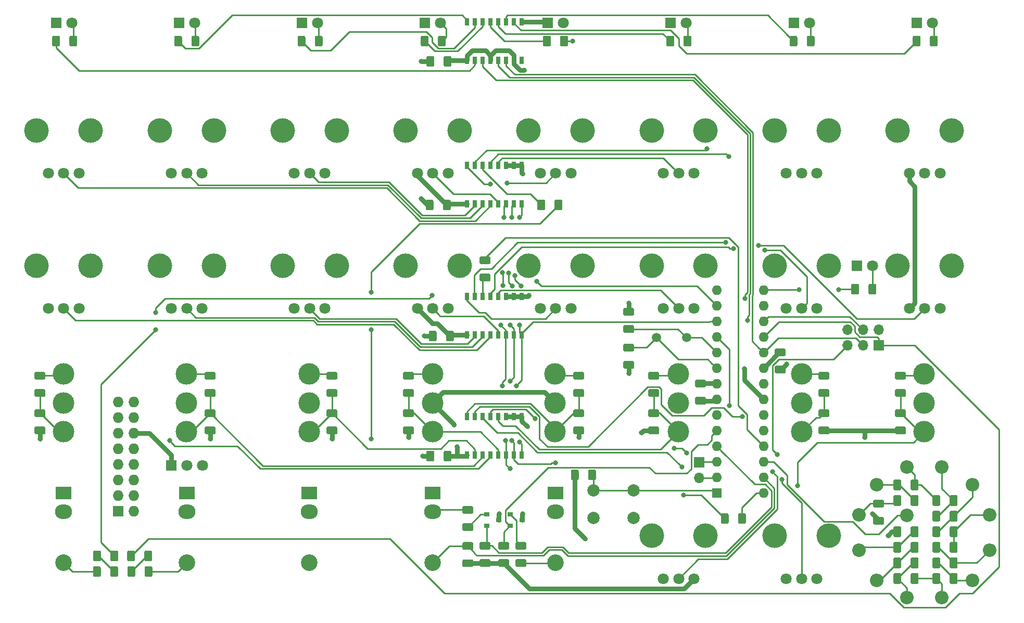
<source format=gbr>
G04 #@! TF.GenerationSoftware,KiCad,Pcbnew,5.0.2+dfsg1-1~bpo9+1*
G04 #@! TF.CreationDate,2019-09-09T21:30:10+02:00*
G04 #@! TF.ProjectId,diymetro,6469796d-6574-4726-9f2e-6b696361645f,rev?*
G04 #@! TF.SameCoordinates,Original*
G04 #@! TF.FileFunction,Copper,L2,Bot*
G04 #@! TF.FilePolarity,Positive*
%FSLAX46Y46*%
G04 Gerber Fmt 4.6, Leading zero omitted, Abs format (unit mm)*
G04 Created by KiCad (PCBNEW 5.0.2+dfsg1-1~bpo9+1) date Mon 09 Sep 2019 09:30:10 PM CEST*
%MOMM*%
%LPD*%
G01*
G04 APERTURE LIST*
G04 #@! TA.AperFunction,SMDPad,CuDef*
%ADD10R,0.800000X1.300000*%
G04 #@! TD*
G04 #@! TA.AperFunction,Conductor*
%ADD11C,0.100000*%
G04 #@! TD*
G04 #@! TA.AperFunction,SMDPad,CuDef*
%ADD12C,1.250000*%
G04 #@! TD*
G04 #@! TA.AperFunction,ComponentPad*
%ADD13C,3.500000*%
G04 #@! TD*
G04 #@! TA.AperFunction,ComponentPad*
%ADD14C,1.500000*%
G04 #@! TD*
G04 #@! TA.AperFunction,WasherPad*
%ADD15C,4.000000*%
G04 #@! TD*
G04 #@! TA.AperFunction,ComponentPad*
%ADD16C,1.800000*%
G04 #@! TD*
G04 #@! TA.AperFunction,ComponentPad*
%ADD17R,1.800000X1.800000*%
G04 #@! TD*
G04 #@! TA.AperFunction,ComponentPad*
%ADD18O,2.800000X2.350000*%
G04 #@! TD*
G04 #@! TA.AperFunction,ComponentPad*
%ADD19R,2.600000X2.150000*%
G04 #@! TD*
G04 #@! TA.AperFunction,ComponentPad*
%ADD20C,2.700000*%
G04 #@! TD*
G04 #@! TA.AperFunction,ComponentPad*
%ADD21R,1.727200X1.727200*%
G04 #@! TD*
G04 #@! TA.AperFunction,ComponentPad*
%ADD22O,1.727200X1.727200*%
G04 #@! TD*
G04 #@! TA.AperFunction,ComponentPad*
%ADD23O,2.200000X2.200000*%
G04 #@! TD*
G04 #@! TA.AperFunction,ComponentPad*
%ADD24C,2.200000*%
G04 #@! TD*
G04 #@! TA.AperFunction,ComponentPad*
%ADD25R,1.700000X1.700000*%
G04 #@! TD*
G04 #@! TA.AperFunction,ComponentPad*
%ADD26O,1.700000X1.700000*%
G04 #@! TD*
G04 #@! TA.AperFunction,ComponentPad*
%ADD27C,2.000000*%
G04 #@! TD*
G04 #@! TA.AperFunction,ComponentPad*
%ADD28R,1.600000X1.600000*%
G04 #@! TD*
G04 #@! TA.AperFunction,ComponentPad*
%ADD29O,1.600000X1.600000*%
G04 #@! TD*
G04 #@! TA.AperFunction,SMDPad,CuDef*
%ADD30R,0.900000X0.800000*%
G04 #@! TD*
G04 #@! TA.AperFunction,ViaPad*
%ADD31C,0.800000*%
G04 #@! TD*
G04 #@! TA.AperFunction,Conductor*
%ADD32C,0.750000*%
G04 #@! TD*
G04 #@! TA.AperFunction,Conductor*
%ADD33C,0.250000*%
G04 #@! TD*
G04 APERTURE END LIST*
D10*
G04 #@! TO.P,U1,1*
G04 #@! TO.N,/Switches/SW4*
X146426000Y-106324000D03*
G04 #@! TO.P,U1,2*
G04 #@! TO.N,/Switches/SW6*
X147706000Y-106324000D03*
G04 #@! TO.P,U1,3*
G04 #@! TO.N,Net-(D3-Pad2)*
X148966000Y-106324000D03*
G04 #@! TO.P,U1,4*
G04 #@! TO.N,/Switches/SW7*
X150236000Y-106324000D03*
G04 #@! TO.P,U1,5*
G04 #@! TO.N,/Switches/SW5*
X151516000Y-106324000D03*
G04 #@! TO.P,U1,6*
G04 #@! TO.N,GND*
X152786000Y-106324000D03*
G04 #@! TO.P,U1,7*
X154046000Y-106324000D03*
G04 #@! TO.P,U1,8*
X155326000Y-106324000D03*
G04 #@! TO.P,U1,9*
G04 #@! TO.N,S2*
X155326000Y-112624000D03*
G04 #@! TO.P,U1,10*
G04 #@! TO.N,S1*
X154046000Y-112624000D03*
G04 #@! TO.P,U1,11*
G04 #@! TO.N,S0*
X152786000Y-112624000D03*
G04 #@! TO.P,U1,12*
G04 #@! TO.N,/Switches/SW3*
X151516000Y-112624000D03*
G04 #@! TO.P,U1,13*
G04 #@! TO.N,/Switches/SW0*
X150236000Y-112624000D03*
G04 #@! TO.P,U1,14*
G04 #@! TO.N,/Switches/SW1*
X148966000Y-112624000D03*
G04 #@! TO.P,U1,15*
G04 #@! TO.N,/Switches/SW2*
X147706000Y-112624000D03*
G04 #@! TO.P,U1,16*
G04 #@! TO.N,+5V*
X146426000Y-112624000D03*
G04 #@! TD*
D11*
G04 #@! TO.N,Net-(D1-Pad2)*
G04 #@! TO.C,R1*
G36*
X86666004Y-128158204D02*
X86690273Y-128161804D01*
X86714071Y-128167765D01*
X86737171Y-128176030D01*
X86759349Y-128186520D01*
X86780393Y-128199133D01*
X86800098Y-128213747D01*
X86818277Y-128230223D01*
X86834753Y-128248402D01*
X86849367Y-128268107D01*
X86861980Y-128289151D01*
X86872470Y-128311329D01*
X86880735Y-128334429D01*
X86886696Y-128358227D01*
X86890296Y-128382496D01*
X86891500Y-128407000D01*
X86891500Y-129657000D01*
X86890296Y-129681504D01*
X86886696Y-129705773D01*
X86880735Y-129729571D01*
X86872470Y-129752671D01*
X86861980Y-129774849D01*
X86849367Y-129795893D01*
X86834753Y-129815598D01*
X86818277Y-129833777D01*
X86800098Y-129850253D01*
X86780393Y-129864867D01*
X86759349Y-129877480D01*
X86737171Y-129887970D01*
X86714071Y-129896235D01*
X86690273Y-129902196D01*
X86666004Y-129905796D01*
X86641500Y-129907000D01*
X85891500Y-129907000D01*
X85866996Y-129905796D01*
X85842727Y-129902196D01*
X85818929Y-129896235D01*
X85795829Y-129887970D01*
X85773651Y-129877480D01*
X85752607Y-129864867D01*
X85732902Y-129850253D01*
X85714723Y-129833777D01*
X85698247Y-129815598D01*
X85683633Y-129795893D01*
X85671020Y-129774849D01*
X85660530Y-129752671D01*
X85652265Y-129729571D01*
X85646304Y-129705773D01*
X85642704Y-129681504D01*
X85641500Y-129657000D01*
X85641500Y-128407000D01*
X85642704Y-128382496D01*
X85646304Y-128358227D01*
X85652265Y-128334429D01*
X85660530Y-128311329D01*
X85671020Y-128289151D01*
X85683633Y-128268107D01*
X85698247Y-128248402D01*
X85714723Y-128230223D01*
X85732902Y-128213747D01*
X85752607Y-128199133D01*
X85773651Y-128186520D01*
X85795829Y-128176030D01*
X85818929Y-128167765D01*
X85842727Y-128161804D01*
X85866996Y-128158204D01*
X85891500Y-128157000D01*
X86641500Y-128157000D01*
X86666004Y-128158204D01*
X86666004Y-128158204D01*
G37*
D12*
G04 #@! TD*
G04 #@! TO.P,R1,2*
G04 #@! TO.N,Net-(D1-Pad2)*
X86266500Y-129032000D03*
D11*
G04 #@! TO.N,Net-(R1-Pad1)*
G04 #@! TO.C,R1*
G36*
X89466004Y-128158204D02*
X89490273Y-128161804D01*
X89514071Y-128167765D01*
X89537171Y-128176030D01*
X89559349Y-128186520D01*
X89580393Y-128199133D01*
X89600098Y-128213747D01*
X89618277Y-128230223D01*
X89634753Y-128248402D01*
X89649367Y-128268107D01*
X89661980Y-128289151D01*
X89672470Y-128311329D01*
X89680735Y-128334429D01*
X89686696Y-128358227D01*
X89690296Y-128382496D01*
X89691500Y-128407000D01*
X89691500Y-129657000D01*
X89690296Y-129681504D01*
X89686696Y-129705773D01*
X89680735Y-129729571D01*
X89672470Y-129752671D01*
X89661980Y-129774849D01*
X89649367Y-129795893D01*
X89634753Y-129815598D01*
X89618277Y-129833777D01*
X89600098Y-129850253D01*
X89580393Y-129864867D01*
X89559349Y-129877480D01*
X89537171Y-129887970D01*
X89514071Y-129896235D01*
X89490273Y-129902196D01*
X89466004Y-129905796D01*
X89441500Y-129907000D01*
X88691500Y-129907000D01*
X88666996Y-129905796D01*
X88642727Y-129902196D01*
X88618929Y-129896235D01*
X88595829Y-129887970D01*
X88573651Y-129877480D01*
X88552607Y-129864867D01*
X88532902Y-129850253D01*
X88514723Y-129833777D01*
X88498247Y-129815598D01*
X88483633Y-129795893D01*
X88471020Y-129774849D01*
X88460530Y-129752671D01*
X88452265Y-129729571D01*
X88446304Y-129705773D01*
X88442704Y-129681504D01*
X88441500Y-129657000D01*
X88441500Y-128407000D01*
X88442704Y-128382496D01*
X88446304Y-128358227D01*
X88452265Y-128334429D01*
X88460530Y-128311329D01*
X88471020Y-128289151D01*
X88483633Y-128268107D01*
X88498247Y-128248402D01*
X88514723Y-128230223D01*
X88532902Y-128213747D01*
X88552607Y-128199133D01*
X88573651Y-128186520D01*
X88595829Y-128176030D01*
X88618929Y-128167765D01*
X88642727Y-128161804D01*
X88666996Y-128158204D01*
X88691500Y-128157000D01*
X89441500Y-128157000D01*
X89466004Y-128158204D01*
X89466004Y-128158204D01*
G37*
D12*
G04 #@! TD*
G04 #@! TO.P,R1,1*
G04 #@! TO.N,Net-(R1-Pad1)*
X89066500Y-129032000D03*
D11*
G04 #@! TO.N,Net-(D2-Pad2)*
G04 #@! TO.C,R2*
G36*
X94981004Y-128158204D02*
X95005273Y-128161804D01*
X95029071Y-128167765D01*
X95052171Y-128176030D01*
X95074349Y-128186520D01*
X95095393Y-128199133D01*
X95115098Y-128213747D01*
X95133277Y-128230223D01*
X95149753Y-128248402D01*
X95164367Y-128268107D01*
X95176980Y-128289151D01*
X95187470Y-128311329D01*
X95195735Y-128334429D01*
X95201696Y-128358227D01*
X95205296Y-128382496D01*
X95206500Y-128407000D01*
X95206500Y-129657000D01*
X95205296Y-129681504D01*
X95201696Y-129705773D01*
X95195735Y-129729571D01*
X95187470Y-129752671D01*
X95176980Y-129774849D01*
X95164367Y-129795893D01*
X95149753Y-129815598D01*
X95133277Y-129833777D01*
X95115098Y-129850253D01*
X95095393Y-129864867D01*
X95074349Y-129877480D01*
X95052171Y-129887970D01*
X95029071Y-129896235D01*
X95005273Y-129902196D01*
X94981004Y-129905796D01*
X94956500Y-129907000D01*
X94206500Y-129907000D01*
X94181996Y-129905796D01*
X94157727Y-129902196D01*
X94133929Y-129896235D01*
X94110829Y-129887970D01*
X94088651Y-129877480D01*
X94067607Y-129864867D01*
X94047902Y-129850253D01*
X94029723Y-129833777D01*
X94013247Y-129815598D01*
X93998633Y-129795893D01*
X93986020Y-129774849D01*
X93975530Y-129752671D01*
X93967265Y-129729571D01*
X93961304Y-129705773D01*
X93957704Y-129681504D01*
X93956500Y-129657000D01*
X93956500Y-128407000D01*
X93957704Y-128382496D01*
X93961304Y-128358227D01*
X93967265Y-128334429D01*
X93975530Y-128311329D01*
X93986020Y-128289151D01*
X93998633Y-128268107D01*
X94013247Y-128248402D01*
X94029723Y-128230223D01*
X94047902Y-128213747D01*
X94067607Y-128199133D01*
X94088651Y-128186520D01*
X94110829Y-128176030D01*
X94133929Y-128167765D01*
X94157727Y-128161804D01*
X94181996Y-128158204D01*
X94206500Y-128157000D01*
X94956500Y-128157000D01*
X94981004Y-128158204D01*
X94981004Y-128158204D01*
G37*
D12*
G04 #@! TD*
G04 #@! TO.P,R2,2*
G04 #@! TO.N,Net-(D2-Pad2)*
X94581500Y-129032000D03*
D11*
G04 #@! TO.N,/ICSP_MISO*
G04 #@! TO.C,R2*
G36*
X92181004Y-128158204D02*
X92205273Y-128161804D01*
X92229071Y-128167765D01*
X92252171Y-128176030D01*
X92274349Y-128186520D01*
X92295393Y-128199133D01*
X92315098Y-128213747D01*
X92333277Y-128230223D01*
X92349753Y-128248402D01*
X92364367Y-128268107D01*
X92376980Y-128289151D01*
X92387470Y-128311329D01*
X92395735Y-128334429D01*
X92401696Y-128358227D01*
X92405296Y-128382496D01*
X92406500Y-128407000D01*
X92406500Y-129657000D01*
X92405296Y-129681504D01*
X92401696Y-129705773D01*
X92395735Y-129729571D01*
X92387470Y-129752671D01*
X92376980Y-129774849D01*
X92364367Y-129795893D01*
X92349753Y-129815598D01*
X92333277Y-129833777D01*
X92315098Y-129850253D01*
X92295393Y-129864867D01*
X92274349Y-129877480D01*
X92252171Y-129887970D01*
X92229071Y-129896235D01*
X92205273Y-129902196D01*
X92181004Y-129905796D01*
X92156500Y-129907000D01*
X91406500Y-129907000D01*
X91381996Y-129905796D01*
X91357727Y-129902196D01*
X91333929Y-129896235D01*
X91310829Y-129887970D01*
X91288651Y-129877480D01*
X91267607Y-129864867D01*
X91247902Y-129850253D01*
X91229723Y-129833777D01*
X91213247Y-129815598D01*
X91198633Y-129795893D01*
X91186020Y-129774849D01*
X91175530Y-129752671D01*
X91167265Y-129729571D01*
X91161304Y-129705773D01*
X91157704Y-129681504D01*
X91156500Y-129657000D01*
X91156500Y-128407000D01*
X91157704Y-128382496D01*
X91161304Y-128358227D01*
X91167265Y-128334429D01*
X91175530Y-128311329D01*
X91186020Y-128289151D01*
X91198633Y-128268107D01*
X91213247Y-128248402D01*
X91229723Y-128230223D01*
X91247902Y-128213747D01*
X91267607Y-128199133D01*
X91288651Y-128186520D01*
X91310829Y-128176030D01*
X91333929Y-128167765D01*
X91357727Y-128161804D01*
X91381996Y-128158204D01*
X91406500Y-128157000D01*
X92156500Y-128157000D01*
X92181004Y-128158204D01*
X92181004Y-128158204D01*
G37*
D12*
G04 #@! TD*
G04 #@! TO.P,R2,1*
G04 #@! TO.N,/ICSP_MISO*
X91781500Y-129032000D03*
D11*
G04 #@! TO.N,/AP_RST_IN*
G04 #@! TO.C,R3*
G36*
X153049504Y-126754204D02*
X153073773Y-126757804D01*
X153097571Y-126763765D01*
X153120671Y-126772030D01*
X153142849Y-126782520D01*
X153163893Y-126795133D01*
X153183598Y-126809747D01*
X153201777Y-126826223D01*
X153218253Y-126844402D01*
X153232867Y-126864107D01*
X153245480Y-126885151D01*
X153255970Y-126907329D01*
X153264235Y-126930429D01*
X153270196Y-126954227D01*
X153273796Y-126978496D01*
X153275000Y-127003000D01*
X153275000Y-127753000D01*
X153273796Y-127777504D01*
X153270196Y-127801773D01*
X153264235Y-127825571D01*
X153255970Y-127848671D01*
X153245480Y-127870849D01*
X153232867Y-127891893D01*
X153218253Y-127911598D01*
X153201777Y-127929777D01*
X153183598Y-127946253D01*
X153163893Y-127960867D01*
X153142849Y-127973480D01*
X153120671Y-127983970D01*
X153097571Y-127992235D01*
X153073773Y-127998196D01*
X153049504Y-128001796D01*
X153025000Y-128003000D01*
X151775000Y-128003000D01*
X151750496Y-128001796D01*
X151726227Y-127998196D01*
X151702429Y-127992235D01*
X151679329Y-127983970D01*
X151657151Y-127973480D01*
X151636107Y-127960867D01*
X151616402Y-127946253D01*
X151598223Y-127929777D01*
X151581747Y-127911598D01*
X151567133Y-127891893D01*
X151554520Y-127870849D01*
X151544030Y-127848671D01*
X151535765Y-127825571D01*
X151529804Y-127801773D01*
X151526204Y-127777504D01*
X151525000Y-127753000D01*
X151525000Y-127003000D01*
X151526204Y-126978496D01*
X151529804Y-126954227D01*
X151535765Y-126930429D01*
X151544030Y-126907329D01*
X151554520Y-126885151D01*
X151567133Y-126864107D01*
X151581747Y-126844402D01*
X151598223Y-126826223D01*
X151616402Y-126809747D01*
X151636107Y-126795133D01*
X151657151Y-126782520D01*
X151679329Y-126772030D01*
X151702429Y-126763765D01*
X151726227Y-126757804D01*
X151750496Y-126754204D01*
X151775000Y-126753000D01*
X153025000Y-126753000D01*
X153049504Y-126754204D01*
X153049504Y-126754204D01*
G37*
D12*
G04 #@! TD*
G04 #@! TO.P,R3,2*
G04 #@! TO.N,/AP_RST_IN*
X152400000Y-127378000D03*
D11*
G04 #@! TO.N,+5V*
G04 #@! TO.C,R3*
G36*
X153049504Y-129554204D02*
X153073773Y-129557804D01*
X153097571Y-129563765D01*
X153120671Y-129572030D01*
X153142849Y-129582520D01*
X153163893Y-129595133D01*
X153183598Y-129609747D01*
X153201777Y-129626223D01*
X153218253Y-129644402D01*
X153232867Y-129664107D01*
X153245480Y-129685151D01*
X153255970Y-129707329D01*
X153264235Y-129730429D01*
X153270196Y-129754227D01*
X153273796Y-129778496D01*
X153275000Y-129803000D01*
X153275000Y-130553000D01*
X153273796Y-130577504D01*
X153270196Y-130601773D01*
X153264235Y-130625571D01*
X153255970Y-130648671D01*
X153245480Y-130670849D01*
X153232867Y-130691893D01*
X153218253Y-130711598D01*
X153201777Y-130729777D01*
X153183598Y-130746253D01*
X153163893Y-130760867D01*
X153142849Y-130773480D01*
X153120671Y-130783970D01*
X153097571Y-130792235D01*
X153073773Y-130798196D01*
X153049504Y-130801796D01*
X153025000Y-130803000D01*
X151775000Y-130803000D01*
X151750496Y-130801796D01*
X151726227Y-130798196D01*
X151702429Y-130792235D01*
X151679329Y-130783970D01*
X151657151Y-130773480D01*
X151636107Y-130760867D01*
X151616402Y-130746253D01*
X151598223Y-130729777D01*
X151581747Y-130711598D01*
X151567133Y-130691893D01*
X151554520Y-130670849D01*
X151544030Y-130648671D01*
X151535765Y-130625571D01*
X151529804Y-130601773D01*
X151526204Y-130577504D01*
X151525000Y-130553000D01*
X151525000Y-129803000D01*
X151526204Y-129778496D01*
X151529804Y-129754227D01*
X151535765Y-129730429D01*
X151544030Y-129707329D01*
X151554520Y-129685151D01*
X151567133Y-129664107D01*
X151581747Y-129644402D01*
X151598223Y-129626223D01*
X151616402Y-129609747D01*
X151636107Y-129595133D01*
X151657151Y-129582520D01*
X151679329Y-129572030D01*
X151702429Y-129563765D01*
X151726227Y-129557804D01*
X151750496Y-129554204D01*
X151775000Y-129553000D01*
X153025000Y-129553000D01*
X153049504Y-129554204D01*
X153049504Y-129554204D01*
G37*
D12*
G04 #@! TD*
G04 #@! TO.P,R3,1*
G04 #@! TO.N,+5V*
X152400000Y-130178000D03*
D11*
G04 #@! TO.N,Net-(J4-PadT)*
G04 #@! TO.C,R4*
G36*
X155843504Y-129554204D02*
X155867773Y-129557804D01*
X155891571Y-129563765D01*
X155914671Y-129572030D01*
X155936849Y-129582520D01*
X155957893Y-129595133D01*
X155977598Y-129609747D01*
X155995777Y-129626223D01*
X156012253Y-129644402D01*
X156026867Y-129664107D01*
X156039480Y-129685151D01*
X156049970Y-129707329D01*
X156058235Y-129730429D01*
X156064196Y-129754227D01*
X156067796Y-129778496D01*
X156069000Y-129803000D01*
X156069000Y-130553000D01*
X156067796Y-130577504D01*
X156064196Y-130601773D01*
X156058235Y-130625571D01*
X156049970Y-130648671D01*
X156039480Y-130670849D01*
X156026867Y-130691893D01*
X156012253Y-130711598D01*
X155995777Y-130729777D01*
X155977598Y-130746253D01*
X155957893Y-130760867D01*
X155936849Y-130773480D01*
X155914671Y-130783970D01*
X155891571Y-130792235D01*
X155867773Y-130798196D01*
X155843504Y-130801796D01*
X155819000Y-130803000D01*
X154569000Y-130803000D01*
X154544496Y-130801796D01*
X154520227Y-130798196D01*
X154496429Y-130792235D01*
X154473329Y-130783970D01*
X154451151Y-130773480D01*
X154430107Y-130760867D01*
X154410402Y-130746253D01*
X154392223Y-130729777D01*
X154375747Y-130711598D01*
X154361133Y-130691893D01*
X154348520Y-130670849D01*
X154338030Y-130648671D01*
X154329765Y-130625571D01*
X154323804Y-130601773D01*
X154320204Y-130577504D01*
X154319000Y-130553000D01*
X154319000Y-129803000D01*
X154320204Y-129778496D01*
X154323804Y-129754227D01*
X154329765Y-129730429D01*
X154338030Y-129707329D01*
X154348520Y-129685151D01*
X154361133Y-129664107D01*
X154375747Y-129644402D01*
X154392223Y-129626223D01*
X154410402Y-129609747D01*
X154430107Y-129595133D01*
X154451151Y-129582520D01*
X154473329Y-129572030D01*
X154496429Y-129563765D01*
X154520227Y-129557804D01*
X154544496Y-129554204D01*
X154569000Y-129553000D01*
X155819000Y-129553000D01*
X155843504Y-129554204D01*
X155843504Y-129554204D01*
G37*
D12*
G04 #@! TD*
G04 #@! TO.P,R4,2*
G04 #@! TO.N,Net-(J4-PadT)*
X155194000Y-130178000D03*
D11*
G04 #@! TO.N,Net-(Q1-Pad2)*
G04 #@! TO.C,R4*
G36*
X155843504Y-126754204D02*
X155867773Y-126757804D01*
X155891571Y-126763765D01*
X155914671Y-126772030D01*
X155936849Y-126782520D01*
X155957893Y-126795133D01*
X155977598Y-126809747D01*
X155995777Y-126826223D01*
X156012253Y-126844402D01*
X156026867Y-126864107D01*
X156039480Y-126885151D01*
X156049970Y-126907329D01*
X156058235Y-126930429D01*
X156064196Y-126954227D01*
X156067796Y-126978496D01*
X156069000Y-127003000D01*
X156069000Y-127753000D01*
X156067796Y-127777504D01*
X156064196Y-127801773D01*
X156058235Y-127825571D01*
X156049970Y-127848671D01*
X156039480Y-127870849D01*
X156026867Y-127891893D01*
X156012253Y-127911598D01*
X155995777Y-127929777D01*
X155977598Y-127946253D01*
X155957893Y-127960867D01*
X155936849Y-127973480D01*
X155914671Y-127983970D01*
X155891571Y-127992235D01*
X155867773Y-127998196D01*
X155843504Y-128001796D01*
X155819000Y-128003000D01*
X154569000Y-128003000D01*
X154544496Y-128001796D01*
X154520227Y-127998196D01*
X154496429Y-127992235D01*
X154473329Y-127983970D01*
X154451151Y-127973480D01*
X154430107Y-127960867D01*
X154410402Y-127946253D01*
X154392223Y-127929777D01*
X154375747Y-127911598D01*
X154361133Y-127891893D01*
X154348520Y-127870849D01*
X154338030Y-127848671D01*
X154329765Y-127825571D01*
X154323804Y-127801773D01*
X154320204Y-127777504D01*
X154319000Y-127753000D01*
X154319000Y-127003000D01*
X154320204Y-126978496D01*
X154323804Y-126954227D01*
X154329765Y-126930429D01*
X154338030Y-126907329D01*
X154348520Y-126885151D01*
X154361133Y-126864107D01*
X154375747Y-126844402D01*
X154392223Y-126826223D01*
X154410402Y-126809747D01*
X154430107Y-126795133D01*
X154451151Y-126782520D01*
X154473329Y-126772030D01*
X154496429Y-126763765D01*
X154520227Y-126757804D01*
X154544496Y-126754204D01*
X154569000Y-126753000D01*
X155819000Y-126753000D01*
X155843504Y-126754204D01*
X155843504Y-126754204D01*
G37*
D12*
G04 #@! TD*
G04 #@! TO.P,R4,1*
G04 #@! TO.N,Net-(Q1-Pad2)*
X155194000Y-127378000D03*
D11*
G04 #@! TO.N,/AP_CLK_IN*
G04 #@! TO.C,R5*
G36*
X150001504Y-126754204D02*
X150025773Y-126757804D01*
X150049571Y-126763765D01*
X150072671Y-126772030D01*
X150094849Y-126782520D01*
X150115893Y-126795133D01*
X150135598Y-126809747D01*
X150153777Y-126826223D01*
X150170253Y-126844402D01*
X150184867Y-126864107D01*
X150197480Y-126885151D01*
X150207970Y-126907329D01*
X150216235Y-126930429D01*
X150222196Y-126954227D01*
X150225796Y-126978496D01*
X150227000Y-127003000D01*
X150227000Y-127753000D01*
X150225796Y-127777504D01*
X150222196Y-127801773D01*
X150216235Y-127825571D01*
X150207970Y-127848671D01*
X150197480Y-127870849D01*
X150184867Y-127891893D01*
X150170253Y-127911598D01*
X150153777Y-127929777D01*
X150135598Y-127946253D01*
X150115893Y-127960867D01*
X150094849Y-127973480D01*
X150072671Y-127983970D01*
X150049571Y-127992235D01*
X150025773Y-127998196D01*
X150001504Y-128001796D01*
X149977000Y-128003000D01*
X148727000Y-128003000D01*
X148702496Y-128001796D01*
X148678227Y-127998196D01*
X148654429Y-127992235D01*
X148631329Y-127983970D01*
X148609151Y-127973480D01*
X148588107Y-127960867D01*
X148568402Y-127946253D01*
X148550223Y-127929777D01*
X148533747Y-127911598D01*
X148519133Y-127891893D01*
X148506520Y-127870849D01*
X148496030Y-127848671D01*
X148487765Y-127825571D01*
X148481804Y-127801773D01*
X148478204Y-127777504D01*
X148477000Y-127753000D01*
X148477000Y-127003000D01*
X148478204Y-126978496D01*
X148481804Y-126954227D01*
X148487765Y-126930429D01*
X148496030Y-126907329D01*
X148506520Y-126885151D01*
X148519133Y-126864107D01*
X148533747Y-126844402D01*
X148550223Y-126826223D01*
X148568402Y-126809747D01*
X148588107Y-126795133D01*
X148609151Y-126782520D01*
X148631329Y-126772030D01*
X148654429Y-126763765D01*
X148678227Y-126757804D01*
X148702496Y-126754204D01*
X148727000Y-126753000D01*
X149977000Y-126753000D01*
X150001504Y-126754204D01*
X150001504Y-126754204D01*
G37*
D12*
G04 #@! TD*
G04 #@! TO.P,R5,2*
G04 #@! TO.N,/AP_CLK_IN*
X149352000Y-127378000D03*
D11*
G04 #@! TO.N,+5V*
G04 #@! TO.C,R5*
G36*
X150001504Y-129554204D02*
X150025773Y-129557804D01*
X150049571Y-129563765D01*
X150072671Y-129572030D01*
X150094849Y-129582520D01*
X150115893Y-129595133D01*
X150135598Y-129609747D01*
X150153777Y-129626223D01*
X150170253Y-129644402D01*
X150184867Y-129664107D01*
X150197480Y-129685151D01*
X150207970Y-129707329D01*
X150216235Y-129730429D01*
X150222196Y-129754227D01*
X150225796Y-129778496D01*
X150227000Y-129803000D01*
X150227000Y-130553000D01*
X150225796Y-130577504D01*
X150222196Y-130601773D01*
X150216235Y-130625571D01*
X150207970Y-130648671D01*
X150197480Y-130670849D01*
X150184867Y-130691893D01*
X150170253Y-130711598D01*
X150153777Y-130729777D01*
X150135598Y-130746253D01*
X150115893Y-130760867D01*
X150094849Y-130773480D01*
X150072671Y-130783970D01*
X150049571Y-130792235D01*
X150025773Y-130798196D01*
X150001504Y-130801796D01*
X149977000Y-130803000D01*
X148727000Y-130803000D01*
X148702496Y-130801796D01*
X148678227Y-130798196D01*
X148654429Y-130792235D01*
X148631329Y-130783970D01*
X148609151Y-130773480D01*
X148588107Y-130760867D01*
X148568402Y-130746253D01*
X148550223Y-130729777D01*
X148533747Y-130711598D01*
X148519133Y-130691893D01*
X148506520Y-130670849D01*
X148496030Y-130648671D01*
X148487765Y-130625571D01*
X148481804Y-130601773D01*
X148478204Y-130577504D01*
X148477000Y-130553000D01*
X148477000Y-129803000D01*
X148478204Y-129778496D01*
X148481804Y-129754227D01*
X148487765Y-129730429D01*
X148496030Y-129707329D01*
X148506520Y-129685151D01*
X148519133Y-129664107D01*
X148533747Y-129644402D01*
X148550223Y-129626223D01*
X148568402Y-129609747D01*
X148588107Y-129595133D01*
X148609151Y-129582520D01*
X148631329Y-129572030D01*
X148654429Y-129563765D01*
X148678227Y-129557804D01*
X148702496Y-129554204D01*
X148727000Y-129553000D01*
X149977000Y-129553000D01*
X150001504Y-129554204D01*
X150001504Y-129554204D01*
G37*
D12*
G04 #@! TD*
G04 #@! TO.P,R5,1*
G04 #@! TO.N,+5V*
X149352000Y-130178000D03*
D11*
G04 #@! TO.N,CINSW*
G04 #@! TO.C,R6*
G36*
X147207504Y-126790704D02*
X147231773Y-126794304D01*
X147255571Y-126800265D01*
X147278671Y-126808530D01*
X147300849Y-126819020D01*
X147321893Y-126831633D01*
X147341598Y-126846247D01*
X147359777Y-126862723D01*
X147376253Y-126880902D01*
X147390867Y-126900607D01*
X147403480Y-126921651D01*
X147413970Y-126943829D01*
X147422235Y-126966929D01*
X147428196Y-126990727D01*
X147431796Y-127014996D01*
X147433000Y-127039500D01*
X147433000Y-127789500D01*
X147431796Y-127814004D01*
X147428196Y-127838273D01*
X147422235Y-127862071D01*
X147413970Y-127885171D01*
X147403480Y-127907349D01*
X147390867Y-127928393D01*
X147376253Y-127948098D01*
X147359777Y-127966277D01*
X147341598Y-127982753D01*
X147321893Y-127997367D01*
X147300849Y-128009980D01*
X147278671Y-128020470D01*
X147255571Y-128028735D01*
X147231773Y-128034696D01*
X147207504Y-128038296D01*
X147183000Y-128039500D01*
X145933000Y-128039500D01*
X145908496Y-128038296D01*
X145884227Y-128034696D01*
X145860429Y-128028735D01*
X145837329Y-128020470D01*
X145815151Y-128009980D01*
X145794107Y-127997367D01*
X145774402Y-127982753D01*
X145756223Y-127966277D01*
X145739747Y-127948098D01*
X145725133Y-127928393D01*
X145712520Y-127907349D01*
X145702030Y-127885171D01*
X145693765Y-127862071D01*
X145687804Y-127838273D01*
X145684204Y-127814004D01*
X145683000Y-127789500D01*
X145683000Y-127039500D01*
X145684204Y-127014996D01*
X145687804Y-126990727D01*
X145693765Y-126966929D01*
X145702030Y-126943829D01*
X145712520Y-126921651D01*
X145725133Y-126900607D01*
X145739747Y-126880902D01*
X145756223Y-126862723D01*
X145774402Y-126846247D01*
X145794107Y-126831633D01*
X145815151Y-126819020D01*
X145837329Y-126808530D01*
X145860429Y-126800265D01*
X145884227Y-126794304D01*
X145908496Y-126790704D01*
X145933000Y-126789500D01*
X147183000Y-126789500D01*
X147207504Y-126790704D01*
X147207504Y-126790704D01*
G37*
D12*
G04 #@! TD*
G04 #@! TO.P,R6,2*
G04 #@! TO.N,CINSW*
X146558000Y-127414500D03*
D11*
G04 #@! TO.N,+5V*
G04 #@! TO.C,R6*
G36*
X147207504Y-129590704D02*
X147231773Y-129594304D01*
X147255571Y-129600265D01*
X147278671Y-129608530D01*
X147300849Y-129619020D01*
X147321893Y-129631633D01*
X147341598Y-129646247D01*
X147359777Y-129662723D01*
X147376253Y-129680902D01*
X147390867Y-129700607D01*
X147403480Y-129721651D01*
X147413970Y-129743829D01*
X147422235Y-129766929D01*
X147428196Y-129790727D01*
X147431796Y-129814996D01*
X147433000Y-129839500D01*
X147433000Y-130589500D01*
X147431796Y-130614004D01*
X147428196Y-130638273D01*
X147422235Y-130662071D01*
X147413970Y-130685171D01*
X147403480Y-130707349D01*
X147390867Y-130728393D01*
X147376253Y-130748098D01*
X147359777Y-130766277D01*
X147341598Y-130782753D01*
X147321893Y-130797367D01*
X147300849Y-130809980D01*
X147278671Y-130820470D01*
X147255571Y-130828735D01*
X147231773Y-130834696D01*
X147207504Y-130838296D01*
X147183000Y-130839500D01*
X145933000Y-130839500D01*
X145908496Y-130838296D01*
X145884227Y-130834696D01*
X145860429Y-130828735D01*
X145837329Y-130820470D01*
X145815151Y-130809980D01*
X145794107Y-130797367D01*
X145774402Y-130782753D01*
X145756223Y-130766277D01*
X145739747Y-130748098D01*
X145725133Y-130728393D01*
X145712520Y-130707349D01*
X145702030Y-130685171D01*
X145693765Y-130662071D01*
X145687804Y-130638273D01*
X145684204Y-130614004D01*
X145683000Y-130589500D01*
X145683000Y-129839500D01*
X145684204Y-129814996D01*
X145687804Y-129790727D01*
X145693765Y-129766929D01*
X145702030Y-129743829D01*
X145712520Y-129721651D01*
X145725133Y-129700607D01*
X145739747Y-129680902D01*
X145756223Y-129662723D01*
X145774402Y-129646247D01*
X145794107Y-129631633D01*
X145815151Y-129619020D01*
X145837329Y-129608530D01*
X145860429Y-129600265D01*
X145884227Y-129594304D01*
X145908496Y-129590704D01*
X145933000Y-129589500D01*
X147183000Y-129589500D01*
X147207504Y-129590704D01*
X147207504Y-129590704D01*
G37*
D12*
G04 #@! TD*
G04 #@! TO.P,R6,1*
G04 #@! TO.N,+5V*
X146558000Y-130214500D03*
D11*
G04 #@! TO.N,Net-(J6-PadTN)*
G04 #@! TO.C,R7*
G36*
X147207504Y-120912204D02*
X147231773Y-120915804D01*
X147255571Y-120921765D01*
X147278671Y-120930030D01*
X147300849Y-120940520D01*
X147321893Y-120953133D01*
X147341598Y-120967747D01*
X147359777Y-120984223D01*
X147376253Y-121002402D01*
X147390867Y-121022107D01*
X147403480Y-121043151D01*
X147413970Y-121065329D01*
X147422235Y-121088429D01*
X147428196Y-121112227D01*
X147431796Y-121136496D01*
X147433000Y-121161000D01*
X147433000Y-121911000D01*
X147431796Y-121935504D01*
X147428196Y-121959773D01*
X147422235Y-121983571D01*
X147413970Y-122006671D01*
X147403480Y-122028849D01*
X147390867Y-122049893D01*
X147376253Y-122069598D01*
X147359777Y-122087777D01*
X147341598Y-122104253D01*
X147321893Y-122118867D01*
X147300849Y-122131480D01*
X147278671Y-122141970D01*
X147255571Y-122150235D01*
X147231773Y-122156196D01*
X147207504Y-122159796D01*
X147183000Y-122161000D01*
X145933000Y-122161000D01*
X145908496Y-122159796D01*
X145884227Y-122156196D01*
X145860429Y-122150235D01*
X145837329Y-122141970D01*
X145815151Y-122131480D01*
X145794107Y-122118867D01*
X145774402Y-122104253D01*
X145756223Y-122087777D01*
X145739747Y-122069598D01*
X145725133Y-122049893D01*
X145712520Y-122028849D01*
X145702030Y-122006671D01*
X145693765Y-121983571D01*
X145687804Y-121959773D01*
X145684204Y-121935504D01*
X145683000Y-121911000D01*
X145683000Y-121161000D01*
X145684204Y-121136496D01*
X145687804Y-121112227D01*
X145693765Y-121088429D01*
X145702030Y-121065329D01*
X145712520Y-121043151D01*
X145725133Y-121022107D01*
X145739747Y-121002402D01*
X145756223Y-120984223D01*
X145774402Y-120967747D01*
X145794107Y-120953133D01*
X145815151Y-120940520D01*
X145837329Y-120930030D01*
X145860429Y-120921765D01*
X145884227Y-120915804D01*
X145908496Y-120912204D01*
X145933000Y-120911000D01*
X147183000Y-120911000D01*
X147207504Y-120912204D01*
X147207504Y-120912204D01*
G37*
D12*
G04 #@! TD*
G04 #@! TO.P,R7,2*
G04 #@! TO.N,Net-(J6-PadTN)*
X146558000Y-121536000D03*
D11*
G04 #@! TO.N,Net-(Q2-Pad2)*
G04 #@! TO.C,R7*
G36*
X147207504Y-123712204D02*
X147231773Y-123715804D01*
X147255571Y-123721765D01*
X147278671Y-123730030D01*
X147300849Y-123740520D01*
X147321893Y-123753133D01*
X147341598Y-123767747D01*
X147359777Y-123784223D01*
X147376253Y-123802402D01*
X147390867Y-123822107D01*
X147403480Y-123843151D01*
X147413970Y-123865329D01*
X147422235Y-123888429D01*
X147428196Y-123912227D01*
X147431796Y-123936496D01*
X147433000Y-123961000D01*
X147433000Y-124711000D01*
X147431796Y-124735504D01*
X147428196Y-124759773D01*
X147422235Y-124783571D01*
X147413970Y-124806671D01*
X147403480Y-124828849D01*
X147390867Y-124849893D01*
X147376253Y-124869598D01*
X147359777Y-124887777D01*
X147341598Y-124904253D01*
X147321893Y-124918867D01*
X147300849Y-124931480D01*
X147278671Y-124941970D01*
X147255571Y-124950235D01*
X147231773Y-124956196D01*
X147207504Y-124959796D01*
X147183000Y-124961000D01*
X145933000Y-124961000D01*
X145908496Y-124959796D01*
X145884227Y-124956196D01*
X145860429Y-124950235D01*
X145837329Y-124941970D01*
X145815151Y-124931480D01*
X145794107Y-124918867D01*
X145774402Y-124904253D01*
X145756223Y-124887777D01*
X145739747Y-124869598D01*
X145725133Y-124849893D01*
X145712520Y-124828849D01*
X145702030Y-124806671D01*
X145693765Y-124783571D01*
X145687804Y-124759773D01*
X145684204Y-124735504D01*
X145683000Y-124711000D01*
X145683000Y-123961000D01*
X145684204Y-123936496D01*
X145687804Y-123912227D01*
X145693765Y-123888429D01*
X145702030Y-123865329D01*
X145712520Y-123843151D01*
X145725133Y-123822107D01*
X145739747Y-123802402D01*
X145756223Y-123784223D01*
X145774402Y-123767747D01*
X145794107Y-123753133D01*
X145815151Y-123740520D01*
X145837329Y-123730030D01*
X145860429Y-123721765D01*
X145884227Y-123715804D01*
X145908496Y-123712204D01*
X145933000Y-123711000D01*
X147183000Y-123711000D01*
X147207504Y-123712204D01*
X147207504Y-123712204D01*
G37*
D12*
G04 #@! TD*
G04 #@! TO.P,R7,1*
G04 #@! TO.N,Net-(Q2-Pad2)*
X146558000Y-124336000D03*
D11*
G04 #@! TO.N,Net-(R8-Pad2)*
G04 #@! TO.C,R8*
G36*
X77611504Y-99068204D02*
X77635773Y-99071804D01*
X77659571Y-99077765D01*
X77682671Y-99086030D01*
X77704849Y-99096520D01*
X77725893Y-99109133D01*
X77745598Y-99123747D01*
X77763777Y-99140223D01*
X77780253Y-99158402D01*
X77794867Y-99178107D01*
X77807480Y-99199151D01*
X77817970Y-99221329D01*
X77826235Y-99244429D01*
X77832196Y-99268227D01*
X77835796Y-99292496D01*
X77837000Y-99317000D01*
X77837000Y-100067000D01*
X77835796Y-100091504D01*
X77832196Y-100115773D01*
X77826235Y-100139571D01*
X77817970Y-100162671D01*
X77807480Y-100184849D01*
X77794867Y-100205893D01*
X77780253Y-100225598D01*
X77763777Y-100243777D01*
X77745598Y-100260253D01*
X77725893Y-100274867D01*
X77704849Y-100287480D01*
X77682671Y-100297970D01*
X77659571Y-100306235D01*
X77635773Y-100312196D01*
X77611504Y-100315796D01*
X77587000Y-100317000D01*
X76337000Y-100317000D01*
X76312496Y-100315796D01*
X76288227Y-100312196D01*
X76264429Y-100306235D01*
X76241329Y-100297970D01*
X76219151Y-100287480D01*
X76198107Y-100274867D01*
X76178402Y-100260253D01*
X76160223Y-100243777D01*
X76143747Y-100225598D01*
X76129133Y-100205893D01*
X76116520Y-100184849D01*
X76106030Y-100162671D01*
X76097765Y-100139571D01*
X76091804Y-100115773D01*
X76088204Y-100091504D01*
X76087000Y-100067000D01*
X76087000Y-99317000D01*
X76088204Y-99292496D01*
X76091804Y-99268227D01*
X76097765Y-99244429D01*
X76106030Y-99221329D01*
X76116520Y-99199151D01*
X76129133Y-99178107D01*
X76143747Y-99158402D01*
X76160223Y-99140223D01*
X76178402Y-99123747D01*
X76198107Y-99109133D01*
X76219151Y-99096520D01*
X76241329Y-99086030D01*
X76264429Y-99077765D01*
X76288227Y-99071804D01*
X76312496Y-99068204D01*
X76337000Y-99067000D01*
X77587000Y-99067000D01*
X77611504Y-99068204D01*
X77611504Y-99068204D01*
G37*
D12*
G04 #@! TD*
G04 #@! TO.P,R8,2*
G04 #@! TO.N,Net-(R8-Pad2)*
X76962000Y-99692000D03*
D11*
G04 #@! TO.N,/Switches/SW0*
G04 #@! TO.C,R8*
G36*
X77611504Y-101868204D02*
X77635773Y-101871804D01*
X77659571Y-101877765D01*
X77682671Y-101886030D01*
X77704849Y-101896520D01*
X77725893Y-101909133D01*
X77745598Y-101923747D01*
X77763777Y-101940223D01*
X77780253Y-101958402D01*
X77794867Y-101978107D01*
X77807480Y-101999151D01*
X77817970Y-102021329D01*
X77826235Y-102044429D01*
X77832196Y-102068227D01*
X77835796Y-102092496D01*
X77837000Y-102117000D01*
X77837000Y-102867000D01*
X77835796Y-102891504D01*
X77832196Y-102915773D01*
X77826235Y-102939571D01*
X77817970Y-102962671D01*
X77807480Y-102984849D01*
X77794867Y-103005893D01*
X77780253Y-103025598D01*
X77763777Y-103043777D01*
X77745598Y-103060253D01*
X77725893Y-103074867D01*
X77704849Y-103087480D01*
X77682671Y-103097970D01*
X77659571Y-103106235D01*
X77635773Y-103112196D01*
X77611504Y-103115796D01*
X77587000Y-103117000D01*
X76337000Y-103117000D01*
X76312496Y-103115796D01*
X76288227Y-103112196D01*
X76264429Y-103106235D01*
X76241329Y-103097970D01*
X76219151Y-103087480D01*
X76198107Y-103074867D01*
X76178402Y-103060253D01*
X76160223Y-103043777D01*
X76143747Y-103025598D01*
X76129133Y-103005893D01*
X76116520Y-102984849D01*
X76106030Y-102962671D01*
X76097765Y-102939571D01*
X76091804Y-102915773D01*
X76088204Y-102891504D01*
X76087000Y-102867000D01*
X76087000Y-102117000D01*
X76088204Y-102092496D01*
X76091804Y-102068227D01*
X76097765Y-102044429D01*
X76106030Y-102021329D01*
X76116520Y-101999151D01*
X76129133Y-101978107D01*
X76143747Y-101958402D01*
X76160223Y-101940223D01*
X76178402Y-101923747D01*
X76198107Y-101909133D01*
X76219151Y-101896520D01*
X76241329Y-101886030D01*
X76264429Y-101877765D01*
X76288227Y-101871804D01*
X76312496Y-101868204D01*
X76337000Y-101867000D01*
X77587000Y-101867000D01*
X77611504Y-101868204D01*
X77611504Y-101868204D01*
G37*
D12*
G04 #@! TD*
G04 #@! TO.P,R8,1*
G04 #@! TO.N,/Switches/SW0*
X76962000Y-102492000D03*
D11*
G04 #@! TO.N,/Switches/SW0*
G04 #@! TO.C,R9*
G36*
X77611504Y-105164204D02*
X77635773Y-105167804D01*
X77659571Y-105173765D01*
X77682671Y-105182030D01*
X77704849Y-105192520D01*
X77725893Y-105205133D01*
X77745598Y-105219747D01*
X77763777Y-105236223D01*
X77780253Y-105254402D01*
X77794867Y-105274107D01*
X77807480Y-105295151D01*
X77817970Y-105317329D01*
X77826235Y-105340429D01*
X77832196Y-105364227D01*
X77835796Y-105388496D01*
X77837000Y-105413000D01*
X77837000Y-106163000D01*
X77835796Y-106187504D01*
X77832196Y-106211773D01*
X77826235Y-106235571D01*
X77817970Y-106258671D01*
X77807480Y-106280849D01*
X77794867Y-106301893D01*
X77780253Y-106321598D01*
X77763777Y-106339777D01*
X77745598Y-106356253D01*
X77725893Y-106370867D01*
X77704849Y-106383480D01*
X77682671Y-106393970D01*
X77659571Y-106402235D01*
X77635773Y-106408196D01*
X77611504Y-106411796D01*
X77587000Y-106413000D01*
X76337000Y-106413000D01*
X76312496Y-106411796D01*
X76288227Y-106408196D01*
X76264429Y-106402235D01*
X76241329Y-106393970D01*
X76219151Y-106383480D01*
X76198107Y-106370867D01*
X76178402Y-106356253D01*
X76160223Y-106339777D01*
X76143747Y-106321598D01*
X76129133Y-106301893D01*
X76116520Y-106280849D01*
X76106030Y-106258671D01*
X76097765Y-106235571D01*
X76091804Y-106211773D01*
X76088204Y-106187504D01*
X76087000Y-106163000D01*
X76087000Y-105413000D01*
X76088204Y-105388496D01*
X76091804Y-105364227D01*
X76097765Y-105340429D01*
X76106030Y-105317329D01*
X76116520Y-105295151D01*
X76129133Y-105274107D01*
X76143747Y-105254402D01*
X76160223Y-105236223D01*
X76178402Y-105219747D01*
X76198107Y-105205133D01*
X76219151Y-105192520D01*
X76241329Y-105182030D01*
X76264429Y-105173765D01*
X76288227Y-105167804D01*
X76312496Y-105164204D01*
X76337000Y-105163000D01*
X77587000Y-105163000D01*
X77611504Y-105164204D01*
X77611504Y-105164204D01*
G37*
D12*
G04 #@! TD*
G04 #@! TO.P,R9,2*
G04 #@! TO.N,/Switches/SW0*
X76962000Y-105788000D03*
D11*
G04 #@! TO.N,GND*
G04 #@! TO.C,R9*
G36*
X77611504Y-107964204D02*
X77635773Y-107967804D01*
X77659571Y-107973765D01*
X77682671Y-107982030D01*
X77704849Y-107992520D01*
X77725893Y-108005133D01*
X77745598Y-108019747D01*
X77763777Y-108036223D01*
X77780253Y-108054402D01*
X77794867Y-108074107D01*
X77807480Y-108095151D01*
X77817970Y-108117329D01*
X77826235Y-108140429D01*
X77832196Y-108164227D01*
X77835796Y-108188496D01*
X77837000Y-108213000D01*
X77837000Y-108963000D01*
X77835796Y-108987504D01*
X77832196Y-109011773D01*
X77826235Y-109035571D01*
X77817970Y-109058671D01*
X77807480Y-109080849D01*
X77794867Y-109101893D01*
X77780253Y-109121598D01*
X77763777Y-109139777D01*
X77745598Y-109156253D01*
X77725893Y-109170867D01*
X77704849Y-109183480D01*
X77682671Y-109193970D01*
X77659571Y-109202235D01*
X77635773Y-109208196D01*
X77611504Y-109211796D01*
X77587000Y-109213000D01*
X76337000Y-109213000D01*
X76312496Y-109211796D01*
X76288227Y-109208196D01*
X76264429Y-109202235D01*
X76241329Y-109193970D01*
X76219151Y-109183480D01*
X76198107Y-109170867D01*
X76178402Y-109156253D01*
X76160223Y-109139777D01*
X76143747Y-109121598D01*
X76129133Y-109101893D01*
X76116520Y-109080849D01*
X76106030Y-109058671D01*
X76097765Y-109035571D01*
X76091804Y-109011773D01*
X76088204Y-108987504D01*
X76087000Y-108963000D01*
X76087000Y-108213000D01*
X76088204Y-108188496D01*
X76091804Y-108164227D01*
X76097765Y-108140429D01*
X76106030Y-108117329D01*
X76116520Y-108095151D01*
X76129133Y-108074107D01*
X76143747Y-108054402D01*
X76160223Y-108036223D01*
X76178402Y-108019747D01*
X76198107Y-108005133D01*
X76219151Y-107992520D01*
X76241329Y-107982030D01*
X76264429Y-107973765D01*
X76288227Y-107967804D01*
X76312496Y-107964204D01*
X76337000Y-107963000D01*
X77587000Y-107963000D01*
X77611504Y-107964204D01*
X77611504Y-107964204D01*
G37*
D12*
G04 #@! TD*
G04 #@! TO.P,R9,1*
G04 #@! TO.N,GND*
X76962000Y-108588000D03*
D11*
G04 #@! TO.N,Net-(R10-Pad2)*
G04 #@! TO.C,R10*
G36*
X105297504Y-99068204D02*
X105321773Y-99071804D01*
X105345571Y-99077765D01*
X105368671Y-99086030D01*
X105390849Y-99096520D01*
X105411893Y-99109133D01*
X105431598Y-99123747D01*
X105449777Y-99140223D01*
X105466253Y-99158402D01*
X105480867Y-99178107D01*
X105493480Y-99199151D01*
X105503970Y-99221329D01*
X105512235Y-99244429D01*
X105518196Y-99268227D01*
X105521796Y-99292496D01*
X105523000Y-99317000D01*
X105523000Y-100067000D01*
X105521796Y-100091504D01*
X105518196Y-100115773D01*
X105512235Y-100139571D01*
X105503970Y-100162671D01*
X105493480Y-100184849D01*
X105480867Y-100205893D01*
X105466253Y-100225598D01*
X105449777Y-100243777D01*
X105431598Y-100260253D01*
X105411893Y-100274867D01*
X105390849Y-100287480D01*
X105368671Y-100297970D01*
X105345571Y-100306235D01*
X105321773Y-100312196D01*
X105297504Y-100315796D01*
X105273000Y-100317000D01*
X104023000Y-100317000D01*
X103998496Y-100315796D01*
X103974227Y-100312196D01*
X103950429Y-100306235D01*
X103927329Y-100297970D01*
X103905151Y-100287480D01*
X103884107Y-100274867D01*
X103864402Y-100260253D01*
X103846223Y-100243777D01*
X103829747Y-100225598D01*
X103815133Y-100205893D01*
X103802520Y-100184849D01*
X103792030Y-100162671D01*
X103783765Y-100139571D01*
X103777804Y-100115773D01*
X103774204Y-100091504D01*
X103773000Y-100067000D01*
X103773000Y-99317000D01*
X103774204Y-99292496D01*
X103777804Y-99268227D01*
X103783765Y-99244429D01*
X103792030Y-99221329D01*
X103802520Y-99199151D01*
X103815133Y-99178107D01*
X103829747Y-99158402D01*
X103846223Y-99140223D01*
X103864402Y-99123747D01*
X103884107Y-99109133D01*
X103905151Y-99096520D01*
X103927329Y-99086030D01*
X103950429Y-99077765D01*
X103974227Y-99071804D01*
X103998496Y-99068204D01*
X104023000Y-99067000D01*
X105273000Y-99067000D01*
X105297504Y-99068204D01*
X105297504Y-99068204D01*
G37*
D12*
G04 #@! TD*
G04 #@! TO.P,R10,2*
G04 #@! TO.N,Net-(R10-Pad2)*
X104648000Y-99692000D03*
D11*
G04 #@! TO.N,/Switches/SW1*
G04 #@! TO.C,R10*
G36*
X105297504Y-101868204D02*
X105321773Y-101871804D01*
X105345571Y-101877765D01*
X105368671Y-101886030D01*
X105390849Y-101896520D01*
X105411893Y-101909133D01*
X105431598Y-101923747D01*
X105449777Y-101940223D01*
X105466253Y-101958402D01*
X105480867Y-101978107D01*
X105493480Y-101999151D01*
X105503970Y-102021329D01*
X105512235Y-102044429D01*
X105518196Y-102068227D01*
X105521796Y-102092496D01*
X105523000Y-102117000D01*
X105523000Y-102867000D01*
X105521796Y-102891504D01*
X105518196Y-102915773D01*
X105512235Y-102939571D01*
X105503970Y-102962671D01*
X105493480Y-102984849D01*
X105480867Y-103005893D01*
X105466253Y-103025598D01*
X105449777Y-103043777D01*
X105431598Y-103060253D01*
X105411893Y-103074867D01*
X105390849Y-103087480D01*
X105368671Y-103097970D01*
X105345571Y-103106235D01*
X105321773Y-103112196D01*
X105297504Y-103115796D01*
X105273000Y-103117000D01*
X104023000Y-103117000D01*
X103998496Y-103115796D01*
X103974227Y-103112196D01*
X103950429Y-103106235D01*
X103927329Y-103097970D01*
X103905151Y-103087480D01*
X103884107Y-103074867D01*
X103864402Y-103060253D01*
X103846223Y-103043777D01*
X103829747Y-103025598D01*
X103815133Y-103005893D01*
X103802520Y-102984849D01*
X103792030Y-102962671D01*
X103783765Y-102939571D01*
X103777804Y-102915773D01*
X103774204Y-102891504D01*
X103773000Y-102867000D01*
X103773000Y-102117000D01*
X103774204Y-102092496D01*
X103777804Y-102068227D01*
X103783765Y-102044429D01*
X103792030Y-102021329D01*
X103802520Y-101999151D01*
X103815133Y-101978107D01*
X103829747Y-101958402D01*
X103846223Y-101940223D01*
X103864402Y-101923747D01*
X103884107Y-101909133D01*
X103905151Y-101896520D01*
X103927329Y-101886030D01*
X103950429Y-101877765D01*
X103974227Y-101871804D01*
X103998496Y-101868204D01*
X104023000Y-101867000D01*
X105273000Y-101867000D01*
X105297504Y-101868204D01*
X105297504Y-101868204D01*
G37*
D12*
G04 #@! TD*
G04 #@! TO.P,R10,1*
G04 #@! TO.N,/Switches/SW1*
X104648000Y-102492000D03*
D11*
G04 #@! TO.N,/Switches/SW1*
G04 #@! TO.C,R11*
G36*
X105297504Y-105164204D02*
X105321773Y-105167804D01*
X105345571Y-105173765D01*
X105368671Y-105182030D01*
X105390849Y-105192520D01*
X105411893Y-105205133D01*
X105431598Y-105219747D01*
X105449777Y-105236223D01*
X105466253Y-105254402D01*
X105480867Y-105274107D01*
X105493480Y-105295151D01*
X105503970Y-105317329D01*
X105512235Y-105340429D01*
X105518196Y-105364227D01*
X105521796Y-105388496D01*
X105523000Y-105413000D01*
X105523000Y-106163000D01*
X105521796Y-106187504D01*
X105518196Y-106211773D01*
X105512235Y-106235571D01*
X105503970Y-106258671D01*
X105493480Y-106280849D01*
X105480867Y-106301893D01*
X105466253Y-106321598D01*
X105449777Y-106339777D01*
X105431598Y-106356253D01*
X105411893Y-106370867D01*
X105390849Y-106383480D01*
X105368671Y-106393970D01*
X105345571Y-106402235D01*
X105321773Y-106408196D01*
X105297504Y-106411796D01*
X105273000Y-106413000D01*
X104023000Y-106413000D01*
X103998496Y-106411796D01*
X103974227Y-106408196D01*
X103950429Y-106402235D01*
X103927329Y-106393970D01*
X103905151Y-106383480D01*
X103884107Y-106370867D01*
X103864402Y-106356253D01*
X103846223Y-106339777D01*
X103829747Y-106321598D01*
X103815133Y-106301893D01*
X103802520Y-106280849D01*
X103792030Y-106258671D01*
X103783765Y-106235571D01*
X103777804Y-106211773D01*
X103774204Y-106187504D01*
X103773000Y-106163000D01*
X103773000Y-105413000D01*
X103774204Y-105388496D01*
X103777804Y-105364227D01*
X103783765Y-105340429D01*
X103792030Y-105317329D01*
X103802520Y-105295151D01*
X103815133Y-105274107D01*
X103829747Y-105254402D01*
X103846223Y-105236223D01*
X103864402Y-105219747D01*
X103884107Y-105205133D01*
X103905151Y-105192520D01*
X103927329Y-105182030D01*
X103950429Y-105173765D01*
X103974227Y-105167804D01*
X103998496Y-105164204D01*
X104023000Y-105163000D01*
X105273000Y-105163000D01*
X105297504Y-105164204D01*
X105297504Y-105164204D01*
G37*
D12*
G04 #@! TD*
G04 #@! TO.P,R11,2*
G04 #@! TO.N,/Switches/SW1*
X104648000Y-105788000D03*
D11*
G04 #@! TO.N,GND*
G04 #@! TO.C,R11*
G36*
X105297504Y-107964204D02*
X105321773Y-107967804D01*
X105345571Y-107973765D01*
X105368671Y-107982030D01*
X105390849Y-107992520D01*
X105411893Y-108005133D01*
X105431598Y-108019747D01*
X105449777Y-108036223D01*
X105466253Y-108054402D01*
X105480867Y-108074107D01*
X105493480Y-108095151D01*
X105503970Y-108117329D01*
X105512235Y-108140429D01*
X105518196Y-108164227D01*
X105521796Y-108188496D01*
X105523000Y-108213000D01*
X105523000Y-108963000D01*
X105521796Y-108987504D01*
X105518196Y-109011773D01*
X105512235Y-109035571D01*
X105503970Y-109058671D01*
X105493480Y-109080849D01*
X105480867Y-109101893D01*
X105466253Y-109121598D01*
X105449777Y-109139777D01*
X105431598Y-109156253D01*
X105411893Y-109170867D01*
X105390849Y-109183480D01*
X105368671Y-109193970D01*
X105345571Y-109202235D01*
X105321773Y-109208196D01*
X105297504Y-109211796D01*
X105273000Y-109213000D01*
X104023000Y-109213000D01*
X103998496Y-109211796D01*
X103974227Y-109208196D01*
X103950429Y-109202235D01*
X103927329Y-109193970D01*
X103905151Y-109183480D01*
X103884107Y-109170867D01*
X103864402Y-109156253D01*
X103846223Y-109139777D01*
X103829747Y-109121598D01*
X103815133Y-109101893D01*
X103802520Y-109080849D01*
X103792030Y-109058671D01*
X103783765Y-109035571D01*
X103777804Y-109011773D01*
X103774204Y-108987504D01*
X103773000Y-108963000D01*
X103773000Y-108213000D01*
X103774204Y-108188496D01*
X103777804Y-108164227D01*
X103783765Y-108140429D01*
X103792030Y-108117329D01*
X103802520Y-108095151D01*
X103815133Y-108074107D01*
X103829747Y-108054402D01*
X103846223Y-108036223D01*
X103864402Y-108019747D01*
X103884107Y-108005133D01*
X103905151Y-107992520D01*
X103927329Y-107982030D01*
X103950429Y-107973765D01*
X103974227Y-107967804D01*
X103998496Y-107964204D01*
X104023000Y-107963000D01*
X105273000Y-107963000D01*
X105297504Y-107964204D01*
X105297504Y-107964204D01*
G37*
D12*
G04 #@! TD*
G04 #@! TO.P,R11,1*
G04 #@! TO.N,GND*
X104648000Y-108588000D03*
D11*
G04 #@! TO.N,Net-(R12-Pad2)*
G04 #@! TO.C,R12*
G36*
X125109504Y-99068204D02*
X125133773Y-99071804D01*
X125157571Y-99077765D01*
X125180671Y-99086030D01*
X125202849Y-99096520D01*
X125223893Y-99109133D01*
X125243598Y-99123747D01*
X125261777Y-99140223D01*
X125278253Y-99158402D01*
X125292867Y-99178107D01*
X125305480Y-99199151D01*
X125315970Y-99221329D01*
X125324235Y-99244429D01*
X125330196Y-99268227D01*
X125333796Y-99292496D01*
X125335000Y-99317000D01*
X125335000Y-100067000D01*
X125333796Y-100091504D01*
X125330196Y-100115773D01*
X125324235Y-100139571D01*
X125315970Y-100162671D01*
X125305480Y-100184849D01*
X125292867Y-100205893D01*
X125278253Y-100225598D01*
X125261777Y-100243777D01*
X125243598Y-100260253D01*
X125223893Y-100274867D01*
X125202849Y-100287480D01*
X125180671Y-100297970D01*
X125157571Y-100306235D01*
X125133773Y-100312196D01*
X125109504Y-100315796D01*
X125085000Y-100317000D01*
X123835000Y-100317000D01*
X123810496Y-100315796D01*
X123786227Y-100312196D01*
X123762429Y-100306235D01*
X123739329Y-100297970D01*
X123717151Y-100287480D01*
X123696107Y-100274867D01*
X123676402Y-100260253D01*
X123658223Y-100243777D01*
X123641747Y-100225598D01*
X123627133Y-100205893D01*
X123614520Y-100184849D01*
X123604030Y-100162671D01*
X123595765Y-100139571D01*
X123589804Y-100115773D01*
X123586204Y-100091504D01*
X123585000Y-100067000D01*
X123585000Y-99317000D01*
X123586204Y-99292496D01*
X123589804Y-99268227D01*
X123595765Y-99244429D01*
X123604030Y-99221329D01*
X123614520Y-99199151D01*
X123627133Y-99178107D01*
X123641747Y-99158402D01*
X123658223Y-99140223D01*
X123676402Y-99123747D01*
X123696107Y-99109133D01*
X123717151Y-99096520D01*
X123739329Y-99086030D01*
X123762429Y-99077765D01*
X123786227Y-99071804D01*
X123810496Y-99068204D01*
X123835000Y-99067000D01*
X125085000Y-99067000D01*
X125109504Y-99068204D01*
X125109504Y-99068204D01*
G37*
D12*
G04 #@! TD*
G04 #@! TO.P,R12,2*
G04 #@! TO.N,Net-(R12-Pad2)*
X124460000Y-99692000D03*
D11*
G04 #@! TO.N,/Switches/SW2*
G04 #@! TO.C,R12*
G36*
X125109504Y-101868204D02*
X125133773Y-101871804D01*
X125157571Y-101877765D01*
X125180671Y-101886030D01*
X125202849Y-101896520D01*
X125223893Y-101909133D01*
X125243598Y-101923747D01*
X125261777Y-101940223D01*
X125278253Y-101958402D01*
X125292867Y-101978107D01*
X125305480Y-101999151D01*
X125315970Y-102021329D01*
X125324235Y-102044429D01*
X125330196Y-102068227D01*
X125333796Y-102092496D01*
X125335000Y-102117000D01*
X125335000Y-102867000D01*
X125333796Y-102891504D01*
X125330196Y-102915773D01*
X125324235Y-102939571D01*
X125315970Y-102962671D01*
X125305480Y-102984849D01*
X125292867Y-103005893D01*
X125278253Y-103025598D01*
X125261777Y-103043777D01*
X125243598Y-103060253D01*
X125223893Y-103074867D01*
X125202849Y-103087480D01*
X125180671Y-103097970D01*
X125157571Y-103106235D01*
X125133773Y-103112196D01*
X125109504Y-103115796D01*
X125085000Y-103117000D01*
X123835000Y-103117000D01*
X123810496Y-103115796D01*
X123786227Y-103112196D01*
X123762429Y-103106235D01*
X123739329Y-103097970D01*
X123717151Y-103087480D01*
X123696107Y-103074867D01*
X123676402Y-103060253D01*
X123658223Y-103043777D01*
X123641747Y-103025598D01*
X123627133Y-103005893D01*
X123614520Y-102984849D01*
X123604030Y-102962671D01*
X123595765Y-102939571D01*
X123589804Y-102915773D01*
X123586204Y-102891504D01*
X123585000Y-102867000D01*
X123585000Y-102117000D01*
X123586204Y-102092496D01*
X123589804Y-102068227D01*
X123595765Y-102044429D01*
X123604030Y-102021329D01*
X123614520Y-101999151D01*
X123627133Y-101978107D01*
X123641747Y-101958402D01*
X123658223Y-101940223D01*
X123676402Y-101923747D01*
X123696107Y-101909133D01*
X123717151Y-101896520D01*
X123739329Y-101886030D01*
X123762429Y-101877765D01*
X123786227Y-101871804D01*
X123810496Y-101868204D01*
X123835000Y-101867000D01*
X125085000Y-101867000D01*
X125109504Y-101868204D01*
X125109504Y-101868204D01*
G37*
D12*
G04 #@! TD*
G04 #@! TO.P,R12,1*
G04 #@! TO.N,/Switches/SW2*
X124460000Y-102492000D03*
D11*
G04 #@! TO.N,/Switches/SW2*
G04 #@! TO.C,R13*
G36*
X125109504Y-105164204D02*
X125133773Y-105167804D01*
X125157571Y-105173765D01*
X125180671Y-105182030D01*
X125202849Y-105192520D01*
X125223893Y-105205133D01*
X125243598Y-105219747D01*
X125261777Y-105236223D01*
X125278253Y-105254402D01*
X125292867Y-105274107D01*
X125305480Y-105295151D01*
X125315970Y-105317329D01*
X125324235Y-105340429D01*
X125330196Y-105364227D01*
X125333796Y-105388496D01*
X125335000Y-105413000D01*
X125335000Y-106163000D01*
X125333796Y-106187504D01*
X125330196Y-106211773D01*
X125324235Y-106235571D01*
X125315970Y-106258671D01*
X125305480Y-106280849D01*
X125292867Y-106301893D01*
X125278253Y-106321598D01*
X125261777Y-106339777D01*
X125243598Y-106356253D01*
X125223893Y-106370867D01*
X125202849Y-106383480D01*
X125180671Y-106393970D01*
X125157571Y-106402235D01*
X125133773Y-106408196D01*
X125109504Y-106411796D01*
X125085000Y-106413000D01*
X123835000Y-106413000D01*
X123810496Y-106411796D01*
X123786227Y-106408196D01*
X123762429Y-106402235D01*
X123739329Y-106393970D01*
X123717151Y-106383480D01*
X123696107Y-106370867D01*
X123676402Y-106356253D01*
X123658223Y-106339777D01*
X123641747Y-106321598D01*
X123627133Y-106301893D01*
X123614520Y-106280849D01*
X123604030Y-106258671D01*
X123595765Y-106235571D01*
X123589804Y-106211773D01*
X123586204Y-106187504D01*
X123585000Y-106163000D01*
X123585000Y-105413000D01*
X123586204Y-105388496D01*
X123589804Y-105364227D01*
X123595765Y-105340429D01*
X123604030Y-105317329D01*
X123614520Y-105295151D01*
X123627133Y-105274107D01*
X123641747Y-105254402D01*
X123658223Y-105236223D01*
X123676402Y-105219747D01*
X123696107Y-105205133D01*
X123717151Y-105192520D01*
X123739329Y-105182030D01*
X123762429Y-105173765D01*
X123786227Y-105167804D01*
X123810496Y-105164204D01*
X123835000Y-105163000D01*
X125085000Y-105163000D01*
X125109504Y-105164204D01*
X125109504Y-105164204D01*
G37*
D12*
G04 #@! TD*
G04 #@! TO.P,R13,2*
G04 #@! TO.N,/Switches/SW2*
X124460000Y-105788000D03*
D11*
G04 #@! TO.N,GND*
G04 #@! TO.C,R13*
G36*
X125109504Y-107964204D02*
X125133773Y-107967804D01*
X125157571Y-107973765D01*
X125180671Y-107982030D01*
X125202849Y-107992520D01*
X125223893Y-108005133D01*
X125243598Y-108019747D01*
X125261777Y-108036223D01*
X125278253Y-108054402D01*
X125292867Y-108074107D01*
X125305480Y-108095151D01*
X125315970Y-108117329D01*
X125324235Y-108140429D01*
X125330196Y-108164227D01*
X125333796Y-108188496D01*
X125335000Y-108213000D01*
X125335000Y-108963000D01*
X125333796Y-108987504D01*
X125330196Y-109011773D01*
X125324235Y-109035571D01*
X125315970Y-109058671D01*
X125305480Y-109080849D01*
X125292867Y-109101893D01*
X125278253Y-109121598D01*
X125261777Y-109139777D01*
X125243598Y-109156253D01*
X125223893Y-109170867D01*
X125202849Y-109183480D01*
X125180671Y-109193970D01*
X125157571Y-109202235D01*
X125133773Y-109208196D01*
X125109504Y-109211796D01*
X125085000Y-109213000D01*
X123835000Y-109213000D01*
X123810496Y-109211796D01*
X123786227Y-109208196D01*
X123762429Y-109202235D01*
X123739329Y-109193970D01*
X123717151Y-109183480D01*
X123696107Y-109170867D01*
X123676402Y-109156253D01*
X123658223Y-109139777D01*
X123641747Y-109121598D01*
X123627133Y-109101893D01*
X123614520Y-109080849D01*
X123604030Y-109058671D01*
X123595765Y-109035571D01*
X123589804Y-109011773D01*
X123586204Y-108987504D01*
X123585000Y-108963000D01*
X123585000Y-108213000D01*
X123586204Y-108188496D01*
X123589804Y-108164227D01*
X123595765Y-108140429D01*
X123604030Y-108117329D01*
X123614520Y-108095151D01*
X123627133Y-108074107D01*
X123641747Y-108054402D01*
X123658223Y-108036223D01*
X123676402Y-108019747D01*
X123696107Y-108005133D01*
X123717151Y-107992520D01*
X123739329Y-107982030D01*
X123762429Y-107973765D01*
X123786227Y-107967804D01*
X123810496Y-107964204D01*
X123835000Y-107963000D01*
X125085000Y-107963000D01*
X125109504Y-107964204D01*
X125109504Y-107964204D01*
G37*
D12*
G04 #@! TD*
G04 #@! TO.P,R13,1*
G04 #@! TO.N,GND*
X124460000Y-108588000D03*
D11*
G04 #@! TO.N,Net-(R14-Pad2)*
G04 #@! TO.C,R14*
G36*
X137555504Y-99068204D02*
X137579773Y-99071804D01*
X137603571Y-99077765D01*
X137626671Y-99086030D01*
X137648849Y-99096520D01*
X137669893Y-99109133D01*
X137689598Y-99123747D01*
X137707777Y-99140223D01*
X137724253Y-99158402D01*
X137738867Y-99178107D01*
X137751480Y-99199151D01*
X137761970Y-99221329D01*
X137770235Y-99244429D01*
X137776196Y-99268227D01*
X137779796Y-99292496D01*
X137781000Y-99317000D01*
X137781000Y-100067000D01*
X137779796Y-100091504D01*
X137776196Y-100115773D01*
X137770235Y-100139571D01*
X137761970Y-100162671D01*
X137751480Y-100184849D01*
X137738867Y-100205893D01*
X137724253Y-100225598D01*
X137707777Y-100243777D01*
X137689598Y-100260253D01*
X137669893Y-100274867D01*
X137648849Y-100287480D01*
X137626671Y-100297970D01*
X137603571Y-100306235D01*
X137579773Y-100312196D01*
X137555504Y-100315796D01*
X137531000Y-100317000D01*
X136281000Y-100317000D01*
X136256496Y-100315796D01*
X136232227Y-100312196D01*
X136208429Y-100306235D01*
X136185329Y-100297970D01*
X136163151Y-100287480D01*
X136142107Y-100274867D01*
X136122402Y-100260253D01*
X136104223Y-100243777D01*
X136087747Y-100225598D01*
X136073133Y-100205893D01*
X136060520Y-100184849D01*
X136050030Y-100162671D01*
X136041765Y-100139571D01*
X136035804Y-100115773D01*
X136032204Y-100091504D01*
X136031000Y-100067000D01*
X136031000Y-99317000D01*
X136032204Y-99292496D01*
X136035804Y-99268227D01*
X136041765Y-99244429D01*
X136050030Y-99221329D01*
X136060520Y-99199151D01*
X136073133Y-99178107D01*
X136087747Y-99158402D01*
X136104223Y-99140223D01*
X136122402Y-99123747D01*
X136142107Y-99109133D01*
X136163151Y-99096520D01*
X136185329Y-99086030D01*
X136208429Y-99077765D01*
X136232227Y-99071804D01*
X136256496Y-99068204D01*
X136281000Y-99067000D01*
X137531000Y-99067000D01*
X137555504Y-99068204D01*
X137555504Y-99068204D01*
G37*
D12*
G04 #@! TD*
G04 #@! TO.P,R14,2*
G04 #@! TO.N,Net-(R14-Pad2)*
X136906000Y-99692000D03*
D11*
G04 #@! TO.N,/Switches/SW3*
G04 #@! TO.C,R14*
G36*
X137555504Y-101868204D02*
X137579773Y-101871804D01*
X137603571Y-101877765D01*
X137626671Y-101886030D01*
X137648849Y-101896520D01*
X137669893Y-101909133D01*
X137689598Y-101923747D01*
X137707777Y-101940223D01*
X137724253Y-101958402D01*
X137738867Y-101978107D01*
X137751480Y-101999151D01*
X137761970Y-102021329D01*
X137770235Y-102044429D01*
X137776196Y-102068227D01*
X137779796Y-102092496D01*
X137781000Y-102117000D01*
X137781000Y-102867000D01*
X137779796Y-102891504D01*
X137776196Y-102915773D01*
X137770235Y-102939571D01*
X137761970Y-102962671D01*
X137751480Y-102984849D01*
X137738867Y-103005893D01*
X137724253Y-103025598D01*
X137707777Y-103043777D01*
X137689598Y-103060253D01*
X137669893Y-103074867D01*
X137648849Y-103087480D01*
X137626671Y-103097970D01*
X137603571Y-103106235D01*
X137579773Y-103112196D01*
X137555504Y-103115796D01*
X137531000Y-103117000D01*
X136281000Y-103117000D01*
X136256496Y-103115796D01*
X136232227Y-103112196D01*
X136208429Y-103106235D01*
X136185329Y-103097970D01*
X136163151Y-103087480D01*
X136142107Y-103074867D01*
X136122402Y-103060253D01*
X136104223Y-103043777D01*
X136087747Y-103025598D01*
X136073133Y-103005893D01*
X136060520Y-102984849D01*
X136050030Y-102962671D01*
X136041765Y-102939571D01*
X136035804Y-102915773D01*
X136032204Y-102891504D01*
X136031000Y-102867000D01*
X136031000Y-102117000D01*
X136032204Y-102092496D01*
X136035804Y-102068227D01*
X136041765Y-102044429D01*
X136050030Y-102021329D01*
X136060520Y-101999151D01*
X136073133Y-101978107D01*
X136087747Y-101958402D01*
X136104223Y-101940223D01*
X136122402Y-101923747D01*
X136142107Y-101909133D01*
X136163151Y-101896520D01*
X136185329Y-101886030D01*
X136208429Y-101877765D01*
X136232227Y-101871804D01*
X136256496Y-101868204D01*
X136281000Y-101867000D01*
X137531000Y-101867000D01*
X137555504Y-101868204D01*
X137555504Y-101868204D01*
G37*
D12*
G04 #@! TD*
G04 #@! TO.P,R14,1*
G04 #@! TO.N,/Switches/SW3*
X136906000Y-102492000D03*
D11*
G04 #@! TO.N,/Switches/SW3*
G04 #@! TO.C,R15*
G36*
X137555504Y-105164204D02*
X137579773Y-105167804D01*
X137603571Y-105173765D01*
X137626671Y-105182030D01*
X137648849Y-105192520D01*
X137669893Y-105205133D01*
X137689598Y-105219747D01*
X137707777Y-105236223D01*
X137724253Y-105254402D01*
X137738867Y-105274107D01*
X137751480Y-105295151D01*
X137761970Y-105317329D01*
X137770235Y-105340429D01*
X137776196Y-105364227D01*
X137779796Y-105388496D01*
X137781000Y-105413000D01*
X137781000Y-106163000D01*
X137779796Y-106187504D01*
X137776196Y-106211773D01*
X137770235Y-106235571D01*
X137761970Y-106258671D01*
X137751480Y-106280849D01*
X137738867Y-106301893D01*
X137724253Y-106321598D01*
X137707777Y-106339777D01*
X137689598Y-106356253D01*
X137669893Y-106370867D01*
X137648849Y-106383480D01*
X137626671Y-106393970D01*
X137603571Y-106402235D01*
X137579773Y-106408196D01*
X137555504Y-106411796D01*
X137531000Y-106413000D01*
X136281000Y-106413000D01*
X136256496Y-106411796D01*
X136232227Y-106408196D01*
X136208429Y-106402235D01*
X136185329Y-106393970D01*
X136163151Y-106383480D01*
X136142107Y-106370867D01*
X136122402Y-106356253D01*
X136104223Y-106339777D01*
X136087747Y-106321598D01*
X136073133Y-106301893D01*
X136060520Y-106280849D01*
X136050030Y-106258671D01*
X136041765Y-106235571D01*
X136035804Y-106211773D01*
X136032204Y-106187504D01*
X136031000Y-106163000D01*
X136031000Y-105413000D01*
X136032204Y-105388496D01*
X136035804Y-105364227D01*
X136041765Y-105340429D01*
X136050030Y-105317329D01*
X136060520Y-105295151D01*
X136073133Y-105274107D01*
X136087747Y-105254402D01*
X136104223Y-105236223D01*
X136122402Y-105219747D01*
X136142107Y-105205133D01*
X136163151Y-105192520D01*
X136185329Y-105182030D01*
X136208429Y-105173765D01*
X136232227Y-105167804D01*
X136256496Y-105164204D01*
X136281000Y-105163000D01*
X137531000Y-105163000D01*
X137555504Y-105164204D01*
X137555504Y-105164204D01*
G37*
D12*
G04 #@! TD*
G04 #@! TO.P,R15,2*
G04 #@! TO.N,/Switches/SW3*
X136906000Y-105788000D03*
D11*
G04 #@! TO.N,GND*
G04 #@! TO.C,R15*
G36*
X137555504Y-107964204D02*
X137579773Y-107967804D01*
X137603571Y-107973765D01*
X137626671Y-107982030D01*
X137648849Y-107992520D01*
X137669893Y-108005133D01*
X137689598Y-108019747D01*
X137707777Y-108036223D01*
X137724253Y-108054402D01*
X137738867Y-108074107D01*
X137751480Y-108095151D01*
X137761970Y-108117329D01*
X137770235Y-108140429D01*
X137776196Y-108164227D01*
X137779796Y-108188496D01*
X137781000Y-108213000D01*
X137781000Y-108963000D01*
X137779796Y-108987504D01*
X137776196Y-109011773D01*
X137770235Y-109035571D01*
X137761970Y-109058671D01*
X137751480Y-109080849D01*
X137738867Y-109101893D01*
X137724253Y-109121598D01*
X137707777Y-109139777D01*
X137689598Y-109156253D01*
X137669893Y-109170867D01*
X137648849Y-109183480D01*
X137626671Y-109193970D01*
X137603571Y-109202235D01*
X137579773Y-109208196D01*
X137555504Y-109211796D01*
X137531000Y-109213000D01*
X136281000Y-109213000D01*
X136256496Y-109211796D01*
X136232227Y-109208196D01*
X136208429Y-109202235D01*
X136185329Y-109193970D01*
X136163151Y-109183480D01*
X136142107Y-109170867D01*
X136122402Y-109156253D01*
X136104223Y-109139777D01*
X136087747Y-109121598D01*
X136073133Y-109101893D01*
X136060520Y-109080849D01*
X136050030Y-109058671D01*
X136041765Y-109035571D01*
X136035804Y-109011773D01*
X136032204Y-108987504D01*
X136031000Y-108963000D01*
X136031000Y-108213000D01*
X136032204Y-108188496D01*
X136035804Y-108164227D01*
X136041765Y-108140429D01*
X136050030Y-108117329D01*
X136060520Y-108095151D01*
X136073133Y-108074107D01*
X136087747Y-108054402D01*
X136104223Y-108036223D01*
X136122402Y-108019747D01*
X136142107Y-108005133D01*
X136163151Y-107992520D01*
X136185329Y-107982030D01*
X136208429Y-107973765D01*
X136232227Y-107967804D01*
X136256496Y-107964204D01*
X136281000Y-107963000D01*
X137531000Y-107963000D01*
X137555504Y-107964204D01*
X137555504Y-107964204D01*
G37*
D12*
G04 #@! TD*
G04 #@! TO.P,R15,1*
G04 #@! TO.N,GND*
X136906000Y-108588000D03*
D11*
G04 #@! TO.N,Net-(R16-Pad2)*
G04 #@! TO.C,R16*
G36*
X165241504Y-99068204D02*
X165265773Y-99071804D01*
X165289571Y-99077765D01*
X165312671Y-99086030D01*
X165334849Y-99096520D01*
X165355893Y-99109133D01*
X165375598Y-99123747D01*
X165393777Y-99140223D01*
X165410253Y-99158402D01*
X165424867Y-99178107D01*
X165437480Y-99199151D01*
X165447970Y-99221329D01*
X165456235Y-99244429D01*
X165462196Y-99268227D01*
X165465796Y-99292496D01*
X165467000Y-99317000D01*
X165467000Y-100067000D01*
X165465796Y-100091504D01*
X165462196Y-100115773D01*
X165456235Y-100139571D01*
X165447970Y-100162671D01*
X165437480Y-100184849D01*
X165424867Y-100205893D01*
X165410253Y-100225598D01*
X165393777Y-100243777D01*
X165375598Y-100260253D01*
X165355893Y-100274867D01*
X165334849Y-100287480D01*
X165312671Y-100297970D01*
X165289571Y-100306235D01*
X165265773Y-100312196D01*
X165241504Y-100315796D01*
X165217000Y-100317000D01*
X163967000Y-100317000D01*
X163942496Y-100315796D01*
X163918227Y-100312196D01*
X163894429Y-100306235D01*
X163871329Y-100297970D01*
X163849151Y-100287480D01*
X163828107Y-100274867D01*
X163808402Y-100260253D01*
X163790223Y-100243777D01*
X163773747Y-100225598D01*
X163759133Y-100205893D01*
X163746520Y-100184849D01*
X163736030Y-100162671D01*
X163727765Y-100139571D01*
X163721804Y-100115773D01*
X163718204Y-100091504D01*
X163717000Y-100067000D01*
X163717000Y-99317000D01*
X163718204Y-99292496D01*
X163721804Y-99268227D01*
X163727765Y-99244429D01*
X163736030Y-99221329D01*
X163746520Y-99199151D01*
X163759133Y-99178107D01*
X163773747Y-99158402D01*
X163790223Y-99140223D01*
X163808402Y-99123747D01*
X163828107Y-99109133D01*
X163849151Y-99096520D01*
X163871329Y-99086030D01*
X163894429Y-99077765D01*
X163918227Y-99071804D01*
X163942496Y-99068204D01*
X163967000Y-99067000D01*
X165217000Y-99067000D01*
X165241504Y-99068204D01*
X165241504Y-99068204D01*
G37*
D12*
G04 #@! TD*
G04 #@! TO.P,R16,2*
G04 #@! TO.N,Net-(R16-Pad2)*
X164592000Y-99692000D03*
D11*
G04 #@! TO.N,/Switches/SW4*
G04 #@! TO.C,R16*
G36*
X165241504Y-101868204D02*
X165265773Y-101871804D01*
X165289571Y-101877765D01*
X165312671Y-101886030D01*
X165334849Y-101896520D01*
X165355893Y-101909133D01*
X165375598Y-101923747D01*
X165393777Y-101940223D01*
X165410253Y-101958402D01*
X165424867Y-101978107D01*
X165437480Y-101999151D01*
X165447970Y-102021329D01*
X165456235Y-102044429D01*
X165462196Y-102068227D01*
X165465796Y-102092496D01*
X165467000Y-102117000D01*
X165467000Y-102867000D01*
X165465796Y-102891504D01*
X165462196Y-102915773D01*
X165456235Y-102939571D01*
X165447970Y-102962671D01*
X165437480Y-102984849D01*
X165424867Y-103005893D01*
X165410253Y-103025598D01*
X165393777Y-103043777D01*
X165375598Y-103060253D01*
X165355893Y-103074867D01*
X165334849Y-103087480D01*
X165312671Y-103097970D01*
X165289571Y-103106235D01*
X165265773Y-103112196D01*
X165241504Y-103115796D01*
X165217000Y-103117000D01*
X163967000Y-103117000D01*
X163942496Y-103115796D01*
X163918227Y-103112196D01*
X163894429Y-103106235D01*
X163871329Y-103097970D01*
X163849151Y-103087480D01*
X163828107Y-103074867D01*
X163808402Y-103060253D01*
X163790223Y-103043777D01*
X163773747Y-103025598D01*
X163759133Y-103005893D01*
X163746520Y-102984849D01*
X163736030Y-102962671D01*
X163727765Y-102939571D01*
X163721804Y-102915773D01*
X163718204Y-102891504D01*
X163717000Y-102867000D01*
X163717000Y-102117000D01*
X163718204Y-102092496D01*
X163721804Y-102068227D01*
X163727765Y-102044429D01*
X163736030Y-102021329D01*
X163746520Y-101999151D01*
X163759133Y-101978107D01*
X163773747Y-101958402D01*
X163790223Y-101940223D01*
X163808402Y-101923747D01*
X163828107Y-101909133D01*
X163849151Y-101896520D01*
X163871329Y-101886030D01*
X163894429Y-101877765D01*
X163918227Y-101871804D01*
X163942496Y-101868204D01*
X163967000Y-101867000D01*
X165217000Y-101867000D01*
X165241504Y-101868204D01*
X165241504Y-101868204D01*
G37*
D12*
G04 #@! TD*
G04 #@! TO.P,R16,1*
G04 #@! TO.N,/Switches/SW4*
X164592000Y-102492000D03*
D11*
G04 #@! TO.N,/Switches/SW4*
G04 #@! TO.C,R17*
G36*
X165241504Y-105164204D02*
X165265773Y-105167804D01*
X165289571Y-105173765D01*
X165312671Y-105182030D01*
X165334849Y-105192520D01*
X165355893Y-105205133D01*
X165375598Y-105219747D01*
X165393777Y-105236223D01*
X165410253Y-105254402D01*
X165424867Y-105274107D01*
X165437480Y-105295151D01*
X165447970Y-105317329D01*
X165456235Y-105340429D01*
X165462196Y-105364227D01*
X165465796Y-105388496D01*
X165467000Y-105413000D01*
X165467000Y-106163000D01*
X165465796Y-106187504D01*
X165462196Y-106211773D01*
X165456235Y-106235571D01*
X165447970Y-106258671D01*
X165437480Y-106280849D01*
X165424867Y-106301893D01*
X165410253Y-106321598D01*
X165393777Y-106339777D01*
X165375598Y-106356253D01*
X165355893Y-106370867D01*
X165334849Y-106383480D01*
X165312671Y-106393970D01*
X165289571Y-106402235D01*
X165265773Y-106408196D01*
X165241504Y-106411796D01*
X165217000Y-106413000D01*
X163967000Y-106413000D01*
X163942496Y-106411796D01*
X163918227Y-106408196D01*
X163894429Y-106402235D01*
X163871329Y-106393970D01*
X163849151Y-106383480D01*
X163828107Y-106370867D01*
X163808402Y-106356253D01*
X163790223Y-106339777D01*
X163773747Y-106321598D01*
X163759133Y-106301893D01*
X163746520Y-106280849D01*
X163736030Y-106258671D01*
X163727765Y-106235571D01*
X163721804Y-106211773D01*
X163718204Y-106187504D01*
X163717000Y-106163000D01*
X163717000Y-105413000D01*
X163718204Y-105388496D01*
X163721804Y-105364227D01*
X163727765Y-105340429D01*
X163736030Y-105317329D01*
X163746520Y-105295151D01*
X163759133Y-105274107D01*
X163773747Y-105254402D01*
X163790223Y-105236223D01*
X163808402Y-105219747D01*
X163828107Y-105205133D01*
X163849151Y-105192520D01*
X163871329Y-105182030D01*
X163894429Y-105173765D01*
X163918227Y-105167804D01*
X163942496Y-105164204D01*
X163967000Y-105163000D01*
X165217000Y-105163000D01*
X165241504Y-105164204D01*
X165241504Y-105164204D01*
G37*
D12*
G04 #@! TD*
G04 #@! TO.P,R17,2*
G04 #@! TO.N,/Switches/SW4*
X164592000Y-105788000D03*
D11*
G04 #@! TO.N,GND*
G04 #@! TO.C,R17*
G36*
X165241504Y-107964204D02*
X165265773Y-107967804D01*
X165289571Y-107973765D01*
X165312671Y-107982030D01*
X165334849Y-107992520D01*
X165355893Y-108005133D01*
X165375598Y-108019747D01*
X165393777Y-108036223D01*
X165410253Y-108054402D01*
X165424867Y-108074107D01*
X165437480Y-108095151D01*
X165447970Y-108117329D01*
X165456235Y-108140429D01*
X165462196Y-108164227D01*
X165465796Y-108188496D01*
X165467000Y-108213000D01*
X165467000Y-108963000D01*
X165465796Y-108987504D01*
X165462196Y-109011773D01*
X165456235Y-109035571D01*
X165447970Y-109058671D01*
X165437480Y-109080849D01*
X165424867Y-109101893D01*
X165410253Y-109121598D01*
X165393777Y-109139777D01*
X165375598Y-109156253D01*
X165355893Y-109170867D01*
X165334849Y-109183480D01*
X165312671Y-109193970D01*
X165289571Y-109202235D01*
X165265773Y-109208196D01*
X165241504Y-109211796D01*
X165217000Y-109213000D01*
X163967000Y-109213000D01*
X163942496Y-109211796D01*
X163918227Y-109208196D01*
X163894429Y-109202235D01*
X163871329Y-109193970D01*
X163849151Y-109183480D01*
X163828107Y-109170867D01*
X163808402Y-109156253D01*
X163790223Y-109139777D01*
X163773747Y-109121598D01*
X163759133Y-109101893D01*
X163746520Y-109080849D01*
X163736030Y-109058671D01*
X163727765Y-109035571D01*
X163721804Y-109011773D01*
X163718204Y-108987504D01*
X163717000Y-108963000D01*
X163717000Y-108213000D01*
X163718204Y-108188496D01*
X163721804Y-108164227D01*
X163727765Y-108140429D01*
X163736030Y-108117329D01*
X163746520Y-108095151D01*
X163759133Y-108074107D01*
X163773747Y-108054402D01*
X163790223Y-108036223D01*
X163808402Y-108019747D01*
X163828107Y-108005133D01*
X163849151Y-107992520D01*
X163871329Y-107982030D01*
X163894429Y-107973765D01*
X163918227Y-107967804D01*
X163942496Y-107964204D01*
X163967000Y-107963000D01*
X165217000Y-107963000D01*
X165241504Y-107964204D01*
X165241504Y-107964204D01*
G37*
D12*
G04 #@! TD*
G04 #@! TO.P,R17,1*
G04 #@! TO.N,GND*
X164592000Y-108588000D03*
D11*
G04 #@! TO.N,Net-(R18-Pad2)*
G04 #@! TO.C,R18*
G36*
X177433504Y-99068204D02*
X177457773Y-99071804D01*
X177481571Y-99077765D01*
X177504671Y-99086030D01*
X177526849Y-99096520D01*
X177547893Y-99109133D01*
X177567598Y-99123747D01*
X177585777Y-99140223D01*
X177602253Y-99158402D01*
X177616867Y-99178107D01*
X177629480Y-99199151D01*
X177639970Y-99221329D01*
X177648235Y-99244429D01*
X177654196Y-99268227D01*
X177657796Y-99292496D01*
X177659000Y-99317000D01*
X177659000Y-100067000D01*
X177657796Y-100091504D01*
X177654196Y-100115773D01*
X177648235Y-100139571D01*
X177639970Y-100162671D01*
X177629480Y-100184849D01*
X177616867Y-100205893D01*
X177602253Y-100225598D01*
X177585777Y-100243777D01*
X177567598Y-100260253D01*
X177547893Y-100274867D01*
X177526849Y-100287480D01*
X177504671Y-100297970D01*
X177481571Y-100306235D01*
X177457773Y-100312196D01*
X177433504Y-100315796D01*
X177409000Y-100317000D01*
X176159000Y-100317000D01*
X176134496Y-100315796D01*
X176110227Y-100312196D01*
X176086429Y-100306235D01*
X176063329Y-100297970D01*
X176041151Y-100287480D01*
X176020107Y-100274867D01*
X176000402Y-100260253D01*
X175982223Y-100243777D01*
X175965747Y-100225598D01*
X175951133Y-100205893D01*
X175938520Y-100184849D01*
X175928030Y-100162671D01*
X175919765Y-100139571D01*
X175913804Y-100115773D01*
X175910204Y-100091504D01*
X175909000Y-100067000D01*
X175909000Y-99317000D01*
X175910204Y-99292496D01*
X175913804Y-99268227D01*
X175919765Y-99244429D01*
X175928030Y-99221329D01*
X175938520Y-99199151D01*
X175951133Y-99178107D01*
X175965747Y-99158402D01*
X175982223Y-99140223D01*
X176000402Y-99123747D01*
X176020107Y-99109133D01*
X176041151Y-99096520D01*
X176063329Y-99086030D01*
X176086429Y-99077765D01*
X176110227Y-99071804D01*
X176134496Y-99068204D01*
X176159000Y-99067000D01*
X177409000Y-99067000D01*
X177433504Y-99068204D01*
X177433504Y-99068204D01*
G37*
D12*
G04 #@! TD*
G04 #@! TO.P,R18,2*
G04 #@! TO.N,Net-(R18-Pad2)*
X176784000Y-99692000D03*
D11*
G04 #@! TO.N,/Switches/SW5*
G04 #@! TO.C,R18*
G36*
X177433504Y-101868204D02*
X177457773Y-101871804D01*
X177481571Y-101877765D01*
X177504671Y-101886030D01*
X177526849Y-101896520D01*
X177547893Y-101909133D01*
X177567598Y-101923747D01*
X177585777Y-101940223D01*
X177602253Y-101958402D01*
X177616867Y-101978107D01*
X177629480Y-101999151D01*
X177639970Y-102021329D01*
X177648235Y-102044429D01*
X177654196Y-102068227D01*
X177657796Y-102092496D01*
X177659000Y-102117000D01*
X177659000Y-102867000D01*
X177657796Y-102891504D01*
X177654196Y-102915773D01*
X177648235Y-102939571D01*
X177639970Y-102962671D01*
X177629480Y-102984849D01*
X177616867Y-103005893D01*
X177602253Y-103025598D01*
X177585777Y-103043777D01*
X177567598Y-103060253D01*
X177547893Y-103074867D01*
X177526849Y-103087480D01*
X177504671Y-103097970D01*
X177481571Y-103106235D01*
X177457773Y-103112196D01*
X177433504Y-103115796D01*
X177409000Y-103117000D01*
X176159000Y-103117000D01*
X176134496Y-103115796D01*
X176110227Y-103112196D01*
X176086429Y-103106235D01*
X176063329Y-103097970D01*
X176041151Y-103087480D01*
X176020107Y-103074867D01*
X176000402Y-103060253D01*
X175982223Y-103043777D01*
X175965747Y-103025598D01*
X175951133Y-103005893D01*
X175938520Y-102984849D01*
X175928030Y-102962671D01*
X175919765Y-102939571D01*
X175913804Y-102915773D01*
X175910204Y-102891504D01*
X175909000Y-102867000D01*
X175909000Y-102117000D01*
X175910204Y-102092496D01*
X175913804Y-102068227D01*
X175919765Y-102044429D01*
X175928030Y-102021329D01*
X175938520Y-101999151D01*
X175951133Y-101978107D01*
X175965747Y-101958402D01*
X175982223Y-101940223D01*
X176000402Y-101923747D01*
X176020107Y-101909133D01*
X176041151Y-101896520D01*
X176063329Y-101886030D01*
X176086429Y-101877765D01*
X176110227Y-101871804D01*
X176134496Y-101868204D01*
X176159000Y-101867000D01*
X177409000Y-101867000D01*
X177433504Y-101868204D01*
X177433504Y-101868204D01*
G37*
D12*
G04 #@! TD*
G04 #@! TO.P,R18,1*
G04 #@! TO.N,/Switches/SW5*
X176784000Y-102492000D03*
D11*
G04 #@! TO.N,/Switches/SW5*
G04 #@! TO.C,R19*
G36*
X177433504Y-105164204D02*
X177457773Y-105167804D01*
X177481571Y-105173765D01*
X177504671Y-105182030D01*
X177526849Y-105192520D01*
X177547893Y-105205133D01*
X177567598Y-105219747D01*
X177585777Y-105236223D01*
X177602253Y-105254402D01*
X177616867Y-105274107D01*
X177629480Y-105295151D01*
X177639970Y-105317329D01*
X177648235Y-105340429D01*
X177654196Y-105364227D01*
X177657796Y-105388496D01*
X177659000Y-105413000D01*
X177659000Y-106163000D01*
X177657796Y-106187504D01*
X177654196Y-106211773D01*
X177648235Y-106235571D01*
X177639970Y-106258671D01*
X177629480Y-106280849D01*
X177616867Y-106301893D01*
X177602253Y-106321598D01*
X177585777Y-106339777D01*
X177567598Y-106356253D01*
X177547893Y-106370867D01*
X177526849Y-106383480D01*
X177504671Y-106393970D01*
X177481571Y-106402235D01*
X177457773Y-106408196D01*
X177433504Y-106411796D01*
X177409000Y-106413000D01*
X176159000Y-106413000D01*
X176134496Y-106411796D01*
X176110227Y-106408196D01*
X176086429Y-106402235D01*
X176063329Y-106393970D01*
X176041151Y-106383480D01*
X176020107Y-106370867D01*
X176000402Y-106356253D01*
X175982223Y-106339777D01*
X175965747Y-106321598D01*
X175951133Y-106301893D01*
X175938520Y-106280849D01*
X175928030Y-106258671D01*
X175919765Y-106235571D01*
X175913804Y-106211773D01*
X175910204Y-106187504D01*
X175909000Y-106163000D01*
X175909000Y-105413000D01*
X175910204Y-105388496D01*
X175913804Y-105364227D01*
X175919765Y-105340429D01*
X175928030Y-105317329D01*
X175938520Y-105295151D01*
X175951133Y-105274107D01*
X175965747Y-105254402D01*
X175982223Y-105236223D01*
X176000402Y-105219747D01*
X176020107Y-105205133D01*
X176041151Y-105192520D01*
X176063329Y-105182030D01*
X176086429Y-105173765D01*
X176110227Y-105167804D01*
X176134496Y-105164204D01*
X176159000Y-105163000D01*
X177409000Y-105163000D01*
X177433504Y-105164204D01*
X177433504Y-105164204D01*
G37*
D12*
G04 #@! TD*
G04 #@! TO.P,R19,2*
G04 #@! TO.N,/Switches/SW5*
X176784000Y-105788000D03*
D11*
G04 #@! TO.N,GND*
G04 #@! TO.C,R19*
G36*
X177433504Y-107964204D02*
X177457773Y-107967804D01*
X177481571Y-107973765D01*
X177504671Y-107982030D01*
X177526849Y-107992520D01*
X177547893Y-108005133D01*
X177567598Y-108019747D01*
X177585777Y-108036223D01*
X177602253Y-108054402D01*
X177616867Y-108074107D01*
X177629480Y-108095151D01*
X177639970Y-108117329D01*
X177648235Y-108140429D01*
X177654196Y-108164227D01*
X177657796Y-108188496D01*
X177659000Y-108213000D01*
X177659000Y-108963000D01*
X177657796Y-108987504D01*
X177654196Y-109011773D01*
X177648235Y-109035571D01*
X177639970Y-109058671D01*
X177629480Y-109080849D01*
X177616867Y-109101893D01*
X177602253Y-109121598D01*
X177585777Y-109139777D01*
X177567598Y-109156253D01*
X177547893Y-109170867D01*
X177526849Y-109183480D01*
X177504671Y-109193970D01*
X177481571Y-109202235D01*
X177457773Y-109208196D01*
X177433504Y-109211796D01*
X177409000Y-109213000D01*
X176159000Y-109213000D01*
X176134496Y-109211796D01*
X176110227Y-109208196D01*
X176086429Y-109202235D01*
X176063329Y-109193970D01*
X176041151Y-109183480D01*
X176020107Y-109170867D01*
X176000402Y-109156253D01*
X175982223Y-109139777D01*
X175965747Y-109121598D01*
X175951133Y-109101893D01*
X175938520Y-109080849D01*
X175928030Y-109058671D01*
X175919765Y-109035571D01*
X175913804Y-109011773D01*
X175910204Y-108987504D01*
X175909000Y-108963000D01*
X175909000Y-108213000D01*
X175910204Y-108188496D01*
X175913804Y-108164227D01*
X175919765Y-108140429D01*
X175928030Y-108117329D01*
X175938520Y-108095151D01*
X175951133Y-108074107D01*
X175965747Y-108054402D01*
X175982223Y-108036223D01*
X176000402Y-108019747D01*
X176020107Y-108005133D01*
X176041151Y-107992520D01*
X176063329Y-107982030D01*
X176086429Y-107973765D01*
X176110227Y-107967804D01*
X176134496Y-107964204D01*
X176159000Y-107963000D01*
X177409000Y-107963000D01*
X177433504Y-107964204D01*
X177433504Y-107964204D01*
G37*
D12*
G04 #@! TD*
G04 #@! TO.P,R19,1*
G04 #@! TO.N,GND*
X176784000Y-108588000D03*
D11*
G04 #@! TO.N,Net-(R20-Pad2)*
G04 #@! TO.C,R20*
G36*
X205119504Y-99068204D02*
X205143773Y-99071804D01*
X205167571Y-99077765D01*
X205190671Y-99086030D01*
X205212849Y-99096520D01*
X205233893Y-99109133D01*
X205253598Y-99123747D01*
X205271777Y-99140223D01*
X205288253Y-99158402D01*
X205302867Y-99178107D01*
X205315480Y-99199151D01*
X205325970Y-99221329D01*
X205334235Y-99244429D01*
X205340196Y-99268227D01*
X205343796Y-99292496D01*
X205345000Y-99317000D01*
X205345000Y-100067000D01*
X205343796Y-100091504D01*
X205340196Y-100115773D01*
X205334235Y-100139571D01*
X205325970Y-100162671D01*
X205315480Y-100184849D01*
X205302867Y-100205893D01*
X205288253Y-100225598D01*
X205271777Y-100243777D01*
X205253598Y-100260253D01*
X205233893Y-100274867D01*
X205212849Y-100287480D01*
X205190671Y-100297970D01*
X205167571Y-100306235D01*
X205143773Y-100312196D01*
X205119504Y-100315796D01*
X205095000Y-100317000D01*
X203845000Y-100317000D01*
X203820496Y-100315796D01*
X203796227Y-100312196D01*
X203772429Y-100306235D01*
X203749329Y-100297970D01*
X203727151Y-100287480D01*
X203706107Y-100274867D01*
X203686402Y-100260253D01*
X203668223Y-100243777D01*
X203651747Y-100225598D01*
X203637133Y-100205893D01*
X203624520Y-100184849D01*
X203614030Y-100162671D01*
X203605765Y-100139571D01*
X203599804Y-100115773D01*
X203596204Y-100091504D01*
X203595000Y-100067000D01*
X203595000Y-99317000D01*
X203596204Y-99292496D01*
X203599804Y-99268227D01*
X203605765Y-99244429D01*
X203614030Y-99221329D01*
X203624520Y-99199151D01*
X203637133Y-99178107D01*
X203651747Y-99158402D01*
X203668223Y-99140223D01*
X203686402Y-99123747D01*
X203706107Y-99109133D01*
X203727151Y-99096520D01*
X203749329Y-99086030D01*
X203772429Y-99077765D01*
X203796227Y-99071804D01*
X203820496Y-99068204D01*
X203845000Y-99067000D01*
X205095000Y-99067000D01*
X205119504Y-99068204D01*
X205119504Y-99068204D01*
G37*
D12*
G04 #@! TD*
G04 #@! TO.P,R20,2*
G04 #@! TO.N,Net-(R20-Pad2)*
X204470000Y-99692000D03*
D11*
G04 #@! TO.N,/Switches/SW6*
G04 #@! TO.C,R20*
G36*
X205119504Y-101868204D02*
X205143773Y-101871804D01*
X205167571Y-101877765D01*
X205190671Y-101886030D01*
X205212849Y-101896520D01*
X205233893Y-101909133D01*
X205253598Y-101923747D01*
X205271777Y-101940223D01*
X205288253Y-101958402D01*
X205302867Y-101978107D01*
X205315480Y-101999151D01*
X205325970Y-102021329D01*
X205334235Y-102044429D01*
X205340196Y-102068227D01*
X205343796Y-102092496D01*
X205345000Y-102117000D01*
X205345000Y-102867000D01*
X205343796Y-102891504D01*
X205340196Y-102915773D01*
X205334235Y-102939571D01*
X205325970Y-102962671D01*
X205315480Y-102984849D01*
X205302867Y-103005893D01*
X205288253Y-103025598D01*
X205271777Y-103043777D01*
X205253598Y-103060253D01*
X205233893Y-103074867D01*
X205212849Y-103087480D01*
X205190671Y-103097970D01*
X205167571Y-103106235D01*
X205143773Y-103112196D01*
X205119504Y-103115796D01*
X205095000Y-103117000D01*
X203845000Y-103117000D01*
X203820496Y-103115796D01*
X203796227Y-103112196D01*
X203772429Y-103106235D01*
X203749329Y-103097970D01*
X203727151Y-103087480D01*
X203706107Y-103074867D01*
X203686402Y-103060253D01*
X203668223Y-103043777D01*
X203651747Y-103025598D01*
X203637133Y-103005893D01*
X203624520Y-102984849D01*
X203614030Y-102962671D01*
X203605765Y-102939571D01*
X203599804Y-102915773D01*
X203596204Y-102891504D01*
X203595000Y-102867000D01*
X203595000Y-102117000D01*
X203596204Y-102092496D01*
X203599804Y-102068227D01*
X203605765Y-102044429D01*
X203614030Y-102021329D01*
X203624520Y-101999151D01*
X203637133Y-101978107D01*
X203651747Y-101958402D01*
X203668223Y-101940223D01*
X203686402Y-101923747D01*
X203706107Y-101909133D01*
X203727151Y-101896520D01*
X203749329Y-101886030D01*
X203772429Y-101877765D01*
X203796227Y-101871804D01*
X203820496Y-101868204D01*
X203845000Y-101867000D01*
X205095000Y-101867000D01*
X205119504Y-101868204D01*
X205119504Y-101868204D01*
G37*
D12*
G04 #@! TD*
G04 #@! TO.P,R20,1*
G04 #@! TO.N,/Switches/SW6*
X204470000Y-102492000D03*
D11*
G04 #@! TO.N,/Switches/SW6*
G04 #@! TO.C,R21*
G36*
X205119504Y-105164204D02*
X205143773Y-105167804D01*
X205167571Y-105173765D01*
X205190671Y-105182030D01*
X205212849Y-105192520D01*
X205233893Y-105205133D01*
X205253598Y-105219747D01*
X205271777Y-105236223D01*
X205288253Y-105254402D01*
X205302867Y-105274107D01*
X205315480Y-105295151D01*
X205325970Y-105317329D01*
X205334235Y-105340429D01*
X205340196Y-105364227D01*
X205343796Y-105388496D01*
X205345000Y-105413000D01*
X205345000Y-106163000D01*
X205343796Y-106187504D01*
X205340196Y-106211773D01*
X205334235Y-106235571D01*
X205325970Y-106258671D01*
X205315480Y-106280849D01*
X205302867Y-106301893D01*
X205288253Y-106321598D01*
X205271777Y-106339777D01*
X205253598Y-106356253D01*
X205233893Y-106370867D01*
X205212849Y-106383480D01*
X205190671Y-106393970D01*
X205167571Y-106402235D01*
X205143773Y-106408196D01*
X205119504Y-106411796D01*
X205095000Y-106413000D01*
X203845000Y-106413000D01*
X203820496Y-106411796D01*
X203796227Y-106408196D01*
X203772429Y-106402235D01*
X203749329Y-106393970D01*
X203727151Y-106383480D01*
X203706107Y-106370867D01*
X203686402Y-106356253D01*
X203668223Y-106339777D01*
X203651747Y-106321598D01*
X203637133Y-106301893D01*
X203624520Y-106280849D01*
X203614030Y-106258671D01*
X203605765Y-106235571D01*
X203599804Y-106211773D01*
X203596204Y-106187504D01*
X203595000Y-106163000D01*
X203595000Y-105413000D01*
X203596204Y-105388496D01*
X203599804Y-105364227D01*
X203605765Y-105340429D01*
X203614030Y-105317329D01*
X203624520Y-105295151D01*
X203637133Y-105274107D01*
X203651747Y-105254402D01*
X203668223Y-105236223D01*
X203686402Y-105219747D01*
X203706107Y-105205133D01*
X203727151Y-105192520D01*
X203749329Y-105182030D01*
X203772429Y-105173765D01*
X203796227Y-105167804D01*
X203820496Y-105164204D01*
X203845000Y-105163000D01*
X205095000Y-105163000D01*
X205119504Y-105164204D01*
X205119504Y-105164204D01*
G37*
D12*
G04 #@! TD*
G04 #@! TO.P,R21,2*
G04 #@! TO.N,/Switches/SW6*
X204470000Y-105788000D03*
D11*
G04 #@! TO.N,GND*
G04 #@! TO.C,R21*
G36*
X205119504Y-107964204D02*
X205143773Y-107967804D01*
X205167571Y-107973765D01*
X205190671Y-107982030D01*
X205212849Y-107992520D01*
X205233893Y-108005133D01*
X205253598Y-108019747D01*
X205271777Y-108036223D01*
X205288253Y-108054402D01*
X205302867Y-108074107D01*
X205315480Y-108095151D01*
X205325970Y-108117329D01*
X205334235Y-108140429D01*
X205340196Y-108164227D01*
X205343796Y-108188496D01*
X205345000Y-108213000D01*
X205345000Y-108963000D01*
X205343796Y-108987504D01*
X205340196Y-109011773D01*
X205334235Y-109035571D01*
X205325970Y-109058671D01*
X205315480Y-109080849D01*
X205302867Y-109101893D01*
X205288253Y-109121598D01*
X205271777Y-109139777D01*
X205253598Y-109156253D01*
X205233893Y-109170867D01*
X205212849Y-109183480D01*
X205190671Y-109193970D01*
X205167571Y-109202235D01*
X205143773Y-109208196D01*
X205119504Y-109211796D01*
X205095000Y-109213000D01*
X203845000Y-109213000D01*
X203820496Y-109211796D01*
X203796227Y-109208196D01*
X203772429Y-109202235D01*
X203749329Y-109193970D01*
X203727151Y-109183480D01*
X203706107Y-109170867D01*
X203686402Y-109156253D01*
X203668223Y-109139777D01*
X203651747Y-109121598D01*
X203637133Y-109101893D01*
X203624520Y-109080849D01*
X203614030Y-109058671D01*
X203605765Y-109035571D01*
X203599804Y-109011773D01*
X203596204Y-108987504D01*
X203595000Y-108963000D01*
X203595000Y-108213000D01*
X203596204Y-108188496D01*
X203599804Y-108164227D01*
X203605765Y-108140429D01*
X203614030Y-108117329D01*
X203624520Y-108095151D01*
X203637133Y-108074107D01*
X203651747Y-108054402D01*
X203668223Y-108036223D01*
X203686402Y-108019747D01*
X203706107Y-108005133D01*
X203727151Y-107992520D01*
X203749329Y-107982030D01*
X203772429Y-107973765D01*
X203796227Y-107967804D01*
X203820496Y-107964204D01*
X203845000Y-107963000D01*
X205095000Y-107963000D01*
X205119504Y-107964204D01*
X205119504Y-107964204D01*
G37*
D12*
G04 #@! TD*
G04 #@! TO.P,R21,1*
G04 #@! TO.N,GND*
X204470000Y-108588000D03*
D11*
G04 #@! TO.N,Net-(R22-Pad2)*
G04 #@! TO.C,R22*
G36*
X217565504Y-99068204D02*
X217589773Y-99071804D01*
X217613571Y-99077765D01*
X217636671Y-99086030D01*
X217658849Y-99096520D01*
X217679893Y-99109133D01*
X217699598Y-99123747D01*
X217717777Y-99140223D01*
X217734253Y-99158402D01*
X217748867Y-99178107D01*
X217761480Y-99199151D01*
X217771970Y-99221329D01*
X217780235Y-99244429D01*
X217786196Y-99268227D01*
X217789796Y-99292496D01*
X217791000Y-99317000D01*
X217791000Y-100067000D01*
X217789796Y-100091504D01*
X217786196Y-100115773D01*
X217780235Y-100139571D01*
X217771970Y-100162671D01*
X217761480Y-100184849D01*
X217748867Y-100205893D01*
X217734253Y-100225598D01*
X217717777Y-100243777D01*
X217699598Y-100260253D01*
X217679893Y-100274867D01*
X217658849Y-100287480D01*
X217636671Y-100297970D01*
X217613571Y-100306235D01*
X217589773Y-100312196D01*
X217565504Y-100315796D01*
X217541000Y-100317000D01*
X216291000Y-100317000D01*
X216266496Y-100315796D01*
X216242227Y-100312196D01*
X216218429Y-100306235D01*
X216195329Y-100297970D01*
X216173151Y-100287480D01*
X216152107Y-100274867D01*
X216132402Y-100260253D01*
X216114223Y-100243777D01*
X216097747Y-100225598D01*
X216083133Y-100205893D01*
X216070520Y-100184849D01*
X216060030Y-100162671D01*
X216051765Y-100139571D01*
X216045804Y-100115773D01*
X216042204Y-100091504D01*
X216041000Y-100067000D01*
X216041000Y-99317000D01*
X216042204Y-99292496D01*
X216045804Y-99268227D01*
X216051765Y-99244429D01*
X216060030Y-99221329D01*
X216070520Y-99199151D01*
X216083133Y-99178107D01*
X216097747Y-99158402D01*
X216114223Y-99140223D01*
X216132402Y-99123747D01*
X216152107Y-99109133D01*
X216173151Y-99096520D01*
X216195329Y-99086030D01*
X216218429Y-99077765D01*
X216242227Y-99071804D01*
X216266496Y-99068204D01*
X216291000Y-99067000D01*
X217541000Y-99067000D01*
X217565504Y-99068204D01*
X217565504Y-99068204D01*
G37*
D12*
G04 #@! TD*
G04 #@! TO.P,R22,2*
G04 #@! TO.N,Net-(R22-Pad2)*
X216916000Y-99692000D03*
D11*
G04 #@! TO.N,/Switches/SW7*
G04 #@! TO.C,R22*
G36*
X217565504Y-101868204D02*
X217589773Y-101871804D01*
X217613571Y-101877765D01*
X217636671Y-101886030D01*
X217658849Y-101896520D01*
X217679893Y-101909133D01*
X217699598Y-101923747D01*
X217717777Y-101940223D01*
X217734253Y-101958402D01*
X217748867Y-101978107D01*
X217761480Y-101999151D01*
X217771970Y-102021329D01*
X217780235Y-102044429D01*
X217786196Y-102068227D01*
X217789796Y-102092496D01*
X217791000Y-102117000D01*
X217791000Y-102867000D01*
X217789796Y-102891504D01*
X217786196Y-102915773D01*
X217780235Y-102939571D01*
X217771970Y-102962671D01*
X217761480Y-102984849D01*
X217748867Y-103005893D01*
X217734253Y-103025598D01*
X217717777Y-103043777D01*
X217699598Y-103060253D01*
X217679893Y-103074867D01*
X217658849Y-103087480D01*
X217636671Y-103097970D01*
X217613571Y-103106235D01*
X217589773Y-103112196D01*
X217565504Y-103115796D01*
X217541000Y-103117000D01*
X216291000Y-103117000D01*
X216266496Y-103115796D01*
X216242227Y-103112196D01*
X216218429Y-103106235D01*
X216195329Y-103097970D01*
X216173151Y-103087480D01*
X216152107Y-103074867D01*
X216132402Y-103060253D01*
X216114223Y-103043777D01*
X216097747Y-103025598D01*
X216083133Y-103005893D01*
X216070520Y-102984849D01*
X216060030Y-102962671D01*
X216051765Y-102939571D01*
X216045804Y-102915773D01*
X216042204Y-102891504D01*
X216041000Y-102867000D01*
X216041000Y-102117000D01*
X216042204Y-102092496D01*
X216045804Y-102068227D01*
X216051765Y-102044429D01*
X216060030Y-102021329D01*
X216070520Y-101999151D01*
X216083133Y-101978107D01*
X216097747Y-101958402D01*
X216114223Y-101940223D01*
X216132402Y-101923747D01*
X216152107Y-101909133D01*
X216173151Y-101896520D01*
X216195329Y-101886030D01*
X216218429Y-101877765D01*
X216242227Y-101871804D01*
X216266496Y-101868204D01*
X216291000Y-101867000D01*
X217541000Y-101867000D01*
X217565504Y-101868204D01*
X217565504Y-101868204D01*
G37*
D12*
G04 #@! TD*
G04 #@! TO.P,R22,1*
G04 #@! TO.N,/Switches/SW7*
X216916000Y-102492000D03*
D11*
G04 #@! TO.N,/Switches/SW7*
G04 #@! TO.C,R23*
G36*
X217565504Y-105164204D02*
X217589773Y-105167804D01*
X217613571Y-105173765D01*
X217636671Y-105182030D01*
X217658849Y-105192520D01*
X217679893Y-105205133D01*
X217699598Y-105219747D01*
X217717777Y-105236223D01*
X217734253Y-105254402D01*
X217748867Y-105274107D01*
X217761480Y-105295151D01*
X217771970Y-105317329D01*
X217780235Y-105340429D01*
X217786196Y-105364227D01*
X217789796Y-105388496D01*
X217791000Y-105413000D01*
X217791000Y-106163000D01*
X217789796Y-106187504D01*
X217786196Y-106211773D01*
X217780235Y-106235571D01*
X217771970Y-106258671D01*
X217761480Y-106280849D01*
X217748867Y-106301893D01*
X217734253Y-106321598D01*
X217717777Y-106339777D01*
X217699598Y-106356253D01*
X217679893Y-106370867D01*
X217658849Y-106383480D01*
X217636671Y-106393970D01*
X217613571Y-106402235D01*
X217589773Y-106408196D01*
X217565504Y-106411796D01*
X217541000Y-106413000D01*
X216291000Y-106413000D01*
X216266496Y-106411796D01*
X216242227Y-106408196D01*
X216218429Y-106402235D01*
X216195329Y-106393970D01*
X216173151Y-106383480D01*
X216152107Y-106370867D01*
X216132402Y-106356253D01*
X216114223Y-106339777D01*
X216097747Y-106321598D01*
X216083133Y-106301893D01*
X216070520Y-106280849D01*
X216060030Y-106258671D01*
X216051765Y-106235571D01*
X216045804Y-106211773D01*
X216042204Y-106187504D01*
X216041000Y-106163000D01*
X216041000Y-105413000D01*
X216042204Y-105388496D01*
X216045804Y-105364227D01*
X216051765Y-105340429D01*
X216060030Y-105317329D01*
X216070520Y-105295151D01*
X216083133Y-105274107D01*
X216097747Y-105254402D01*
X216114223Y-105236223D01*
X216132402Y-105219747D01*
X216152107Y-105205133D01*
X216173151Y-105192520D01*
X216195329Y-105182030D01*
X216218429Y-105173765D01*
X216242227Y-105167804D01*
X216266496Y-105164204D01*
X216291000Y-105163000D01*
X217541000Y-105163000D01*
X217565504Y-105164204D01*
X217565504Y-105164204D01*
G37*
D12*
G04 #@! TD*
G04 #@! TO.P,R23,2*
G04 #@! TO.N,/Switches/SW7*
X216916000Y-105788000D03*
D11*
G04 #@! TO.N,GND*
G04 #@! TO.C,R23*
G36*
X217565504Y-107964204D02*
X217589773Y-107967804D01*
X217613571Y-107973765D01*
X217636671Y-107982030D01*
X217658849Y-107992520D01*
X217679893Y-108005133D01*
X217699598Y-108019747D01*
X217717777Y-108036223D01*
X217734253Y-108054402D01*
X217748867Y-108074107D01*
X217761480Y-108095151D01*
X217771970Y-108117329D01*
X217780235Y-108140429D01*
X217786196Y-108164227D01*
X217789796Y-108188496D01*
X217791000Y-108213000D01*
X217791000Y-108963000D01*
X217789796Y-108987504D01*
X217786196Y-109011773D01*
X217780235Y-109035571D01*
X217771970Y-109058671D01*
X217761480Y-109080849D01*
X217748867Y-109101893D01*
X217734253Y-109121598D01*
X217717777Y-109139777D01*
X217699598Y-109156253D01*
X217679893Y-109170867D01*
X217658849Y-109183480D01*
X217636671Y-109193970D01*
X217613571Y-109202235D01*
X217589773Y-109208196D01*
X217565504Y-109211796D01*
X217541000Y-109213000D01*
X216291000Y-109213000D01*
X216266496Y-109211796D01*
X216242227Y-109208196D01*
X216218429Y-109202235D01*
X216195329Y-109193970D01*
X216173151Y-109183480D01*
X216152107Y-109170867D01*
X216132402Y-109156253D01*
X216114223Y-109139777D01*
X216097747Y-109121598D01*
X216083133Y-109101893D01*
X216070520Y-109080849D01*
X216060030Y-109058671D01*
X216051765Y-109035571D01*
X216045804Y-109011773D01*
X216042204Y-108987504D01*
X216041000Y-108963000D01*
X216041000Y-108213000D01*
X216042204Y-108188496D01*
X216045804Y-108164227D01*
X216051765Y-108140429D01*
X216060030Y-108117329D01*
X216070520Y-108095151D01*
X216083133Y-108074107D01*
X216097747Y-108054402D01*
X216114223Y-108036223D01*
X216132402Y-108019747D01*
X216152107Y-108005133D01*
X216173151Y-107992520D01*
X216195329Y-107982030D01*
X216218429Y-107973765D01*
X216242227Y-107967804D01*
X216266496Y-107964204D01*
X216291000Y-107963000D01*
X217541000Y-107963000D01*
X217565504Y-107964204D01*
X217565504Y-107964204D01*
G37*
D12*
G04 #@! TD*
G04 #@! TO.P,R23,1*
G04 #@! TO.N,GND*
X216916000Y-108588000D03*
D11*
G04 #@! TO.N,Net-(D4-Pad2)*
G04 #@! TO.C,R24*
G36*
X82789004Y-44338204D02*
X82813273Y-44341804D01*
X82837071Y-44347765D01*
X82860171Y-44356030D01*
X82882349Y-44366520D01*
X82903393Y-44379133D01*
X82923098Y-44393747D01*
X82941277Y-44410223D01*
X82957753Y-44428402D01*
X82972367Y-44448107D01*
X82984980Y-44469151D01*
X82995470Y-44491329D01*
X83003735Y-44514429D01*
X83009696Y-44538227D01*
X83013296Y-44562496D01*
X83014500Y-44587000D01*
X83014500Y-45837000D01*
X83013296Y-45861504D01*
X83009696Y-45885773D01*
X83003735Y-45909571D01*
X82995470Y-45932671D01*
X82984980Y-45954849D01*
X82972367Y-45975893D01*
X82957753Y-45995598D01*
X82941277Y-46013777D01*
X82923098Y-46030253D01*
X82903393Y-46044867D01*
X82882349Y-46057480D01*
X82860171Y-46067970D01*
X82837071Y-46076235D01*
X82813273Y-46082196D01*
X82789004Y-46085796D01*
X82764500Y-46087000D01*
X82014500Y-46087000D01*
X81989996Y-46085796D01*
X81965727Y-46082196D01*
X81941929Y-46076235D01*
X81918829Y-46067970D01*
X81896651Y-46057480D01*
X81875607Y-46044867D01*
X81855902Y-46030253D01*
X81837723Y-46013777D01*
X81821247Y-45995598D01*
X81806633Y-45975893D01*
X81794020Y-45954849D01*
X81783530Y-45932671D01*
X81775265Y-45909571D01*
X81769304Y-45885773D01*
X81765704Y-45861504D01*
X81764500Y-45837000D01*
X81764500Y-44587000D01*
X81765704Y-44562496D01*
X81769304Y-44538227D01*
X81775265Y-44514429D01*
X81783530Y-44491329D01*
X81794020Y-44469151D01*
X81806633Y-44448107D01*
X81821247Y-44428402D01*
X81837723Y-44410223D01*
X81855902Y-44393747D01*
X81875607Y-44379133D01*
X81896651Y-44366520D01*
X81918829Y-44356030D01*
X81941929Y-44347765D01*
X81965727Y-44341804D01*
X81989996Y-44338204D01*
X82014500Y-44337000D01*
X82764500Y-44337000D01*
X82789004Y-44338204D01*
X82789004Y-44338204D01*
G37*
D12*
G04 #@! TD*
G04 #@! TO.P,R24,2*
G04 #@! TO.N,Net-(D4-Pad2)*
X82389500Y-45212000D03*
D11*
G04 #@! TO.N,Net-(R24-Pad1)*
G04 #@! TO.C,R24*
G36*
X79989004Y-44338204D02*
X80013273Y-44341804D01*
X80037071Y-44347765D01*
X80060171Y-44356030D01*
X80082349Y-44366520D01*
X80103393Y-44379133D01*
X80123098Y-44393747D01*
X80141277Y-44410223D01*
X80157753Y-44428402D01*
X80172367Y-44448107D01*
X80184980Y-44469151D01*
X80195470Y-44491329D01*
X80203735Y-44514429D01*
X80209696Y-44538227D01*
X80213296Y-44562496D01*
X80214500Y-44587000D01*
X80214500Y-45837000D01*
X80213296Y-45861504D01*
X80209696Y-45885773D01*
X80203735Y-45909571D01*
X80195470Y-45932671D01*
X80184980Y-45954849D01*
X80172367Y-45975893D01*
X80157753Y-45995598D01*
X80141277Y-46013777D01*
X80123098Y-46030253D01*
X80103393Y-46044867D01*
X80082349Y-46057480D01*
X80060171Y-46067970D01*
X80037071Y-46076235D01*
X80013273Y-46082196D01*
X79989004Y-46085796D01*
X79964500Y-46087000D01*
X79214500Y-46087000D01*
X79189996Y-46085796D01*
X79165727Y-46082196D01*
X79141929Y-46076235D01*
X79118829Y-46067970D01*
X79096651Y-46057480D01*
X79075607Y-46044867D01*
X79055902Y-46030253D01*
X79037723Y-46013777D01*
X79021247Y-45995598D01*
X79006633Y-45975893D01*
X78994020Y-45954849D01*
X78983530Y-45932671D01*
X78975265Y-45909571D01*
X78969304Y-45885773D01*
X78965704Y-45861504D01*
X78964500Y-45837000D01*
X78964500Y-44587000D01*
X78965704Y-44562496D01*
X78969304Y-44538227D01*
X78975265Y-44514429D01*
X78983530Y-44491329D01*
X78994020Y-44469151D01*
X79006633Y-44448107D01*
X79021247Y-44428402D01*
X79037723Y-44410223D01*
X79055902Y-44393747D01*
X79075607Y-44379133D01*
X79096651Y-44366520D01*
X79118829Y-44356030D01*
X79141929Y-44347765D01*
X79165727Y-44341804D01*
X79189996Y-44338204D01*
X79214500Y-44337000D01*
X79964500Y-44337000D01*
X79989004Y-44338204D01*
X79989004Y-44338204D01*
G37*
D12*
G04 #@! TD*
G04 #@! TO.P,R24,1*
G04 #@! TO.N,Net-(R24-Pad1)*
X79589500Y-45212000D03*
D11*
G04 #@! TO.N,Net-(D5-Pad2)*
G04 #@! TO.C,R25*
G36*
X102637504Y-44338204D02*
X102661773Y-44341804D01*
X102685571Y-44347765D01*
X102708671Y-44356030D01*
X102730849Y-44366520D01*
X102751893Y-44379133D01*
X102771598Y-44393747D01*
X102789777Y-44410223D01*
X102806253Y-44428402D01*
X102820867Y-44448107D01*
X102833480Y-44469151D01*
X102843970Y-44491329D01*
X102852235Y-44514429D01*
X102858196Y-44538227D01*
X102861796Y-44562496D01*
X102863000Y-44587000D01*
X102863000Y-45837000D01*
X102861796Y-45861504D01*
X102858196Y-45885773D01*
X102852235Y-45909571D01*
X102843970Y-45932671D01*
X102833480Y-45954849D01*
X102820867Y-45975893D01*
X102806253Y-45995598D01*
X102789777Y-46013777D01*
X102771598Y-46030253D01*
X102751893Y-46044867D01*
X102730849Y-46057480D01*
X102708671Y-46067970D01*
X102685571Y-46076235D01*
X102661773Y-46082196D01*
X102637504Y-46085796D01*
X102613000Y-46087000D01*
X101863000Y-46087000D01*
X101838496Y-46085796D01*
X101814227Y-46082196D01*
X101790429Y-46076235D01*
X101767329Y-46067970D01*
X101745151Y-46057480D01*
X101724107Y-46044867D01*
X101704402Y-46030253D01*
X101686223Y-46013777D01*
X101669747Y-45995598D01*
X101655133Y-45975893D01*
X101642520Y-45954849D01*
X101632030Y-45932671D01*
X101623765Y-45909571D01*
X101617804Y-45885773D01*
X101614204Y-45861504D01*
X101613000Y-45837000D01*
X101613000Y-44587000D01*
X101614204Y-44562496D01*
X101617804Y-44538227D01*
X101623765Y-44514429D01*
X101632030Y-44491329D01*
X101642520Y-44469151D01*
X101655133Y-44448107D01*
X101669747Y-44428402D01*
X101686223Y-44410223D01*
X101704402Y-44393747D01*
X101724107Y-44379133D01*
X101745151Y-44366520D01*
X101767329Y-44356030D01*
X101790429Y-44347765D01*
X101814227Y-44341804D01*
X101838496Y-44338204D01*
X101863000Y-44337000D01*
X102613000Y-44337000D01*
X102637504Y-44338204D01*
X102637504Y-44338204D01*
G37*
D12*
G04 #@! TD*
G04 #@! TO.P,R25,2*
G04 #@! TO.N,Net-(D5-Pad2)*
X102238000Y-45212000D03*
D11*
G04 #@! TO.N,Net-(R25-Pad1)*
G04 #@! TO.C,R25*
G36*
X99837504Y-44338204D02*
X99861773Y-44341804D01*
X99885571Y-44347765D01*
X99908671Y-44356030D01*
X99930849Y-44366520D01*
X99951893Y-44379133D01*
X99971598Y-44393747D01*
X99989777Y-44410223D01*
X100006253Y-44428402D01*
X100020867Y-44448107D01*
X100033480Y-44469151D01*
X100043970Y-44491329D01*
X100052235Y-44514429D01*
X100058196Y-44538227D01*
X100061796Y-44562496D01*
X100063000Y-44587000D01*
X100063000Y-45837000D01*
X100061796Y-45861504D01*
X100058196Y-45885773D01*
X100052235Y-45909571D01*
X100043970Y-45932671D01*
X100033480Y-45954849D01*
X100020867Y-45975893D01*
X100006253Y-45995598D01*
X99989777Y-46013777D01*
X99971598Y-46030253D01*
X99951893Y-46044867D01*
X99930849Y-46057480D01*
X99908671Y-46067970D01*
X99885571Y-46076235D01*
X99861773Y-46082196D01*
X99837504Y-46085796D01*
X99813000Y-46087000D01*
X99063000Y-46087000D01*
X99038496Y-46085796D01*
X99014227Y-46082196D01*
X98990429Y-46076235D01*
X98967329Y-46067970D01*
X98945151Y-46057480D01*
X98924107Y-46044867D01*
X98904402Y-46030253D01*
X98886223Y-46013777D01*
X98869747Y-45995598D01*
X98855133Y-45975893D01*
X98842520Y-45954849D01*
X98832030Y-45932671D01*
X98823765Y-45909571D01*
X98817804Y-45885773D01*
X98814204Y-45861504D01*
X98813000Y-45837000D01*
X98813000Y-44587000D01*
X98814204Y-44562496D01*
X98817804Y-44538227D01*
X98823765Y-44514429D01*
X98832030Y-44491329D01*
X98842520Y-44469151D01*
X98855133Y-44448107D01*
X98869747Y-44428402D01*
X98886223Y-44410223D01*
X98904402Y-44393747D01*
X98924107Y-44379133D01*
X98945151Y-44366520D01*
X98967329Y-44356030D01*
X98990429Y-44347765D01*
X99014227Y-44341804D01*
X99038496Y-44338204D01*
X99063000Y-44337000D01*
X99813000Y-44337000D01*
X99837504Y-44338204D01*
X99837504Y-44338204D01*
G37*
D12*
G04 #@! TD*
G04 #@! TO.P,R25,1*
G04 #@! TO.N,Net-(R25-Pad1)*
X99438000Y-45212000D03*
D11*
G04 #@! TO.N,Net-(D6-Pad2)*
G04 #@! TO.C,R26*
G36*
X122703504Y-44338204D02*
X122727773Y-44341804D01*
X122751571Y-44347765D01*
X122774671Y-44356030D01*
X122796849Y-44366520D01*
X122817893Y-44379133D01*
X122837598Y-44393747D01*
X122855777Y-44410223D01*
X122872253Y-44428402D01*
X122886867Y-44448107D01*
X122899480Y-44469151D01*
X122909970Y-44491329D01*
X122918235Y-44514429D01*
X122924196Y-44538227D01*
X122927796Y-44562496D01*
X122929000Y-44587000D01*
X122929000Y-45837000D01*
X122927796Y-45861504D01*
X122924196Y-45885773D01*
X122918235Y-45909571D01*
X122909970Y-45932671D01*
X122899480Y-45954849D01*
X122886867Y-45975893D01*
X122872253Y-45995598D01*
X122855777Y-46013777D01*
X122837598Y-46030253D01*
X122817893Y-46044867D01*
X122796849Y-46057480D01*
X122774671Y-46067970D01*
X122751571Y-46076235D01*
X122727773Y-46082196D01*
X122703504Y-46085796D01*
X122679000Y-46087000D01*
X121929000Y-46087000D01*
X121904496Y-46085796D01*
X121880227Y-46082196D01*
X121856429Y-46076235D01*
X121833329Y-46067970D01*
X121811151Y-46057480D01*
X121790107Y-46044867D01*
X121770402Y-46030253D01*
X121752223Y-46013777D01*
X121735747Y-45995598D01*
X121721133Y-45975893D01*
X121708520Y-45954849D01*
X121698030Y-45932671D01*
X121689765Y-45909571D01*
X121683804Y-45885773D01*
X121680204Y-45861504D01*
X121679000Y-45837000D01*
X121679000Y-44587000D01*
X121680204Y-44562496D01*
X121683804Y-44538227D01*
X121689765Y-44514429D01*
X121698030Y-44491329D01*
X121708520Y-44469151D01*
X121721133Y-44448107D01*
X121735747Y-44428402D01*
X121752223Y-44410223D01*
X121770402Y-44393747D01*
X121790107Y-44379133D01*
X121811151Y-44366520D01*
X121833329Y-44356030D01*
X121856429Y-44347765D01*
X121880227Y-44341804D01*
X121904496Y-44338204D01*
X121929000Y-44337000D01*
X122679000Y-44337000D01*
X122703504Y-44338204D01*
X122703504Y-44338204D01*
G37*
D12*
G04 #@! TD*
G04 #@! TO.P,R26,2*
G04 #@! TO.N,Net-(D6-Pad2)*
X122304000Y-45212000D03*
D11*
G04 #@! TO.N,Net-(R26-Pad1)*
G04 #@! TO.C,R26*
G36*
X119903504Y-44338204D02*
X119927773Y-44341804D01*
X119951571Y-44347765D01*
X119974671Y-44356030D01*
X119996849Y-44366520D01*
X120017893Y-44379133D01*
X120037598Y-44393747D01*
X120055777Y-44410223D01*
X120072253Y-44428402D01*
X120086867Y-44448107D01*
X120099480Y-44469151D01*
X120109970Y-44491329D01*
X120118235Y-44514429D01*
X120124196Y-44538227D01*
X120127796Y-44562496D01*
X120129000Y-44587000D01*
X120129000Y-45837000D01*
X120127796Y-45861504D01*
X120124196Y-45885773D01*
X120118235Y-45909571D01*
X120109970Y-45932671D01*
X120099480Y-45954849D01*
X120086867Y-45975893D01*
X120072253Y-45995598D01*
X120055777Y-46013777D01*
X120037598Y-46030253D01*
X120017893Y-46044867D01*
X119996849Y-46057480D01*
X119974671Y-46067970D01*
X119951571Y-46076235D01*
X119927773Y-46082196D01*
X119903504Y-46085796D01*
X119879000Y-46087000D01*
X119129000Y-46087000D01*
X119104496Y-46085796D01*
X119080227Y-46082196D01*
X119056429Y-46076235D01*
X119033329Y-46067970D01*
X119011151Y-46057480D01*
X118990107Y-46044867D01*
X118970402Y-46030253D01*
X118952223Y-46013777D01*
X118935747Y-45995598D01*
X118921133Y-45975893D01*
X118908520Y-45954849D01*
X118898030Y-45932671D01*
X118889765Y-45909571D01*
X118883804Y-45885773D01*
X118880204Y-45861504D01*
X118879000Y-45837000D01*
X118879000Y-44587000D01*
X118880204Y-44562496D01*
X118883804Y-44538227D01*
X118889765Y-44514429D01*
X118898030Y-44491329D01*
X118908520Y-44469151D01*
X118921133Y-44448107D01*
X118935747Y-44428402D01*
X118952223Y-44410223D01*
X118970402Y-44393747D01*
X118990107Y-44379133D01*
X119011151Y-44366520D01*
X119033329Y-44356030D01*
X119056429Y-44347765D01*
X119080227Y-44341804D01*
X119104496Y-44338204D01*
X119129000Y-44337000D01*
X119879000Y-44337000D01*
X119903504Y-44338204D01*
X119903504Y-44338204D01*
G37*
D12*
G04 #@! TD*
G04 #@! TO.P,R26,1*
G04 #@! TO.N,Net-(R26-Pad1)*
X119504000Y-45212000D03*
D11*
G04 #@! TO.N,Net-(D7-Pad2)*
G04 #@! TO.C,R27*
G36*
X142733004Y-44338204D02*
X142757273Y-44341804D01*
X142781071Y-44347765D01*
X142804171Y-44356030D01*
X142826349Y-44366520D01*
X142847393Y-44379133D01*
X142867098Y-44393747D01*
X142885277Y-44410223D01*
X142901753Y-44428402D01*
X142916367Y-44448107D01*
X142928980Y-44469151D01*
X142939470Y-44491329D01*
X142947735Y-44514429D01*
X142953696Y-44538227D01*
X142957296Y-44562496D01*
X142958500Y-44587000D01*
X142958500Y-45837000D01*
X142957296Y-45861504D01*
X142953696Y-45885773D01*
X142947735Y-45909571D01*
X142939470Y-45932671D01*
X142928980Y-45954849D01*
X142916367Y-45975893D01*
X142901753Y-45995598D01*
X142885277Y-46013777D01*
X142867098Y-46030253D01*
X142847393Y-46044867D01*
X142826349Y-46057480D01*
X142804171Y-46067970D01*
X142781071Y-46076235D01*
X142757273Y-46082196D01*
X142733004Y-46085796D01*
X142708500Y-46087000D01*
X141958500Y-46087000D01*
X141933996Y-46085796D01*
X141909727Y-46082196D01*
X141885929Y-46076235D01*
X141862829Y-46067970D01*
X141840651Y-46057480D01*
X141819607Y-46044867D01*
X141799902Y-46030253D01*
X141781723Y-46013777D01*
X141765247Y-45995598D01*
X141750633Y-45975893D01*
X141738020Y-45954849D01*
X141727530Y-45932671D01*
X141719265Y-45909571D01*
X141713304Y-45885773D01*
X141709704Y-45861504D01*
X141708500Y-45837000D01*
X141708500Y-44587000D01*
X141709704Y-44562496D01*
X141713304Y-44538227D01*
X141719265Y-44514429D01*
X141727530Y-44491329D01*
X141738020Y-44469151D01*
X141750633Y-44448107D01*
X141765247Y-44428402D01*
X141781723Y-44410223D01*
X141799902Y-44393747D01*
X141819607Y-44379133D01*
X141840651Y-44366520D01*
X141862829Y-44356030D01*
X141885929Y-44347765D01*
X141909727Y-44341804D01*
X141933996Y-44338204D01*
X141958500Y-44337000D01*
X142708500Y-44337000D01*
X142733004Y-44338204D01*
X142733004Y-44338204D01*
G37*
D12*
G04 #@! TD*
G04 #@! TO.P,R27,2*
G04 #@! TO.N,Net-(D7-Pad2)*
X142333500Y-45212000D03*
D11*
G04 #@! TO.N,Net-(R27-Pad1)*
G04 #@! TO.C,R27*
G36*
X139933004Y-44338204D02*
X139957273Y-44341804D01*
X139981071Y-44347765D01*
X140004171Y-44356030D01*
X140026349Y-44366520D01*
X140047393Y-44379133D01*
X140067098Y-44393747D01*
X140085277Y-44410223D01*
X140101753Y-44428402D01*
X140116367Y-44448107D01*
X140128980Y-44469151D01*
X140139470Y-44491329D01*
X140147735Y-44514429D01*
X140153696Y-44538227D01*
X140157296Y-44562496D01*
X140158500Y-44587000D01*
X140158500Y-45837000D01*
X140157296Y-45861504D01*
X140153696Y-45885773D01*
X140147735Y-45909571D01*
X140139470Y-45932671D01*
X140128980Y-45954849D01*
X140116367Y-45975893D01*
X140101753Y-45995598D01*
X140085277Y-46013777D01*
X140067098Y-46030253D01*
X140047393Y-46044867D01*
X140026349Y-46057480D01*
X140004171Y-46067970D01*
X139981071Y-46076235D01*
X139957273Y-46082196D01*
X139933004Y-46085796D01*
X139908500Y-46087000D01*
X139158500Y-46087000D01*
X139133996Y-46085796D01*
X139109727Y-46082196D01*
X139085929Y-46076235D01*
X139062829Y-46067970D01*
X139040651Y-46057480D01*
X139019607Y-46044867D01*
X138999902Y-46030253D01*
X138981723Y-46013777D01*
X138965247Y-45995598D01*
X138950633Y-45975893D01*
X138938020Y-45954849D01*
X138927530Y-45932671D01*
X138919265Y-45909571D01*
X138913304Y-45885773D01*
X138909704Y-45861504D01*
X138908500Y-45837000D01*
X138908500Y-44587000D01*
X138909704Y-44562496D01*
X138913304Y-44538227D01*
X138919265Y-44514429D01*
X138927530Y-44491329D01*
X138938020Y-44469151D01*
X138950633Y-44448107D01*
X138965247Y-44428402D01*
X138981723Y-44410223D01*
X138999902Y-44393747D01*
X139019607Y-44379133D01*
X139040651Y-44366520D01*
X139062829Y-44356030D01*
X139085929Y-44347765D01*
X139109727Y-44341804D01*
X139133996Y-44338204D01*
X139158500Y-44337000D01*
X139908500Y-44337000D01*
X139933004Y-44338204D01*
X139933004Y-44338204D01*
G37*
D12*
G04 #@! TD*
G04 #@! TO.P,R27,1*
G04 #@! TO.N,Net-(R27-Pad1)*
X139533500Y-45212000D03*
D11*
G04 #@! TO.N,Net-(D8-Pad2)*
G04 #@! TO.C,R28*
G36*
X162618004Y-44338204D02*
X162642273Y-44341804D01*
X162666071Y-44347765D01*
X162689171Y-44356030D01*
X162711349Y-44366520D01*
X162732393Y-44379133D01*
X162752098Y-44393747D01*
X162770277Y-44410223D01*
X162786753Y-44428402D01*
X162801367Y-44448107D01*
X162813980Y-44469151D01*
X162824470Y-44491329D01*
X162832735Y-44514429D01*
X162838696Y-44538227D01*
X162842296Y-44562496D01*
X162843500Y-44587000D01*
X162843500Y-45837000D01*
X162842296Y-45861504D01*
X162838696Y-45885773D01*
X162832735Y-45909571D01*
X162824470Y-45932671D01*
X162813980Y-45954849D01*
X162801367Y-45975893D01*
X162786753Y-45995598D01*
X162770277Y-46013777D01*
X162752098Y-46030253D01*
X162732393Y-46044867D01*
X162711349Y-46057480D01*
X162689171Y-46067970D01*
X162666071Y-46076235D01*
X162642273Y-46082196D01*
X162618004Y-46085796D01*
X162593500Y-46087000D01*
X161843500Y-46087000D01*
X161818996Y-46085796D01*
X161794727Y-46082196D01*
X161770929Y-46076235D01*
X161747829Y-46067970D01*
X161725651Y-46057480D01*
X161704607Y-46044867D01*
X161684902Y-46030253D01*
X161666723Y-46013777D01*
X161650247Y-45995598D01*
X161635633Y-45975893D01*
X161623020Y-45954849D01*
X161612530Y-45932671D01*
X161604265Y-45909571D01*
X161598304Y-45885773D01*
X161594704Y-45861504D01*
X161593500Y-45837000D01*
X161593500Y-44587000D01*
X161594704Y-44562496D01*
X161598304Y-44538227D01*
X161604265Y-44514429D01*
X161612530Y-44491329D01*
X161623020Y-44469151D01*
X161635633Y-44448107D01*
X161650247Y-44428402D01*
X161666723Y-44410223D01*
X161684902Y-44393747D01*
X161704607Y-44379133D01*
X161725651Y-44366520D01*
X161747829Y-44356030D01*
X161770929Y-44347765D01*
X161794727Y-44341804D01*
X161818996Y-44338204D01*
X161843500Y-44337000D01*
X162593500Y-44337000D01*
X162618004Y-44338204D01*
X162618004Y-44338204D01*
G37*
D12*
G04 #@! TD*
G04 #@! TO.P,R28,2*
G04 #@! TO.N,Net-(D8-Pad2)*
X162218500Y-45212000D03*
D11*
G04 #@! TO.N,Net-(R28-Pad1)*
G04 #@! TO.C,R28*
G36*
X159818004Y-44338204D02*
X159842273Y-44341804D01*
X159866071Y-44347765D01*
X159889171Y-44356030D01*
X159911349Y-44366520D01*
X159932393Y-44379133D01*
X159952098Y-44393747D01*
X159970277Y-44410223D01*
X159986753Y-44428402D01*
X160001367Y-44448107D01*
X160013980Y-44469151D01*
X160024470Y-44491329D01*
X160032735Y-44514429D01*
X160038696Y-44538227D01*
X160042296Y-44562496D01*
X160043500Y-44587000D01*
X160043500Y-45837000D01*
X160042296Y-45861504D01*
X160038696Y-45885773D01*
X160032735Y-45909571D01*
X160024470Y-45932671D01*
X160013980Y-45954849D01*
X160001367Y-45975893D01*
X159986753Y-45995598D01*
X159970277Y-46013777D01*
X159952098Y-46030253D01*
X159932393Y-46044867D01*
X159911349Y-46057480D01*
X159889171Y-46067970D01*
X159866071Y-46076235D01*
X159842273Y-46082196D01*
X159818004Y-46085796D01*
X159793500Y-46087000D01*
X159043500Y-46087000D01*
X159018996Y-46085796D01*
X158994727Y-46082196D01*
X158970929Y-46076235D01*
X158947829Y-46067970D01*
X158925651Y-46057480D01*
X158904607Y-46044867D01*
X158884902Y-46030253D01*
X158866723Y-46013777D01*
X158850247Y-45995598D01*
X158835633Y-45975893D01*
X158823020Y-45954849D01*
X158812530Y-45932671D01*
X158804265Y-45909571D01*
X158798304Y-45885773D01*
X158794704Y-45861504D01*
X158793500Y-45837000D01*
X158793500Y-44587000D01*
X158794704Y-44562496D01*
X158798304Y-44538227D01*
X158804265Y-44514429D01*
X158812530Y-44491329D01*
X158823020Y-44469151D01*
X158835633Y-44448107D01*
X158850247Y-44428402D01*
X158866723Y-44410223D01*
X158884902Y-44393747D01*
X158904607Y-44379133D01*
X158925651Y-44366520D01*
X158947829Y-44356030D01*
X158970929Y-44347765D01*
X158994727Y-44341804D01*
X159018996Y-44338204D01*
X159043500Y-44337000D01*
X159793500Y-44337000D01*
X159818004Y-44338204D01*
X159818004Y-44338204D01*
G37*
D12*
G04 #@! TD*
G04 #@! TO.P,R28,1*
G04 #@! TO.N,Net-(R28-Pad1)*
X159418500Y-45212000D03*
D11*
G04 #@! TO.N,Net-(D9-Pad2)*
G04 #@! TO.C,R29*
G36*
X182684004Y-44338204D02*
X182708273Y-44341804D01*
X182732071Y-44347765D01*
X182755171Y-44356030D01*
X182777349Y-44366520D01*
X182798393Y-44379133D01*
X182818098Y-44393747D01*
X182836277Y-44410223D01*
X182852753Y-44428402D01*
X182867367Y-44448107D01*
X182879980Y-44469151D01*
X182890470Y-44491329D01*
X182898735Y-44514429D01*
X182904696Y-44538227D01*
X182908296Y-44562496D01*
X182909500Y-44587000D01*
X182909500Y-45837000D01*
X182908296Y-45861504D01*
X182904696Y-45885773D01*
X182898735Y-45909571D01*
X182890470Y-45932671D01*
X182879980Y-45954849D01*
X182867367Y-45975893D01*
X182852753Y-45995598D01*
X182836277Y-46013777D01*
X182818098Y-46030253D01*
X182798393Y-46044867D01*
X182777349Y-46057480D01*
X182755171Y-46067970D01*
X182732071Y-46076235D01*
X182708273Y-46082196D01*
X182684004Y-46085796D01*
X182659500Y-46087000D01*
X181909500Y-46087000D01*
X181884996Y-46085796D01*
X181860727Y-46082196D01*
X181836929Y-46076235D01*
X181813829Y-46067970D01*
X181791651Y-46057480D01*
X181770607Y-46044867D01*
X181750902Y-46030253D01*
X181732723Y-46013777D01*
X181716247Y-45995598D01*
X181701633Y-45975893D01*
X181689020Y-45954849D01*
X181678530Y-45932671D01*
X181670265Y-45909571D01*
X181664304Y-45885773D01*
X181660704Y-45861504D01*
X181659500Y-45837000D01*
X181659500Y-44587000D01*
X181660704Y-44562496D01*
X181664304Y-44538227D01*
X181670265Y-44514429D01*
X181678530Y-44491329D01*
X181689020Y-44469151D01*
X181701633Y-44448107D01*
X181716247Y-44428402D01*
X181732723Y-44410223D01*
X181750902Y-44393747D01*
X181770607Y-44379133D01*
X181791651Y-44366520D01*
X181813829Y-44356030D01*
X181836929Y-44347765D01*
X181860727Y-44341804D01*
X181884996Y-44338204D01*
X181909500Y-44337000D01*
X182659500Y-44337000D01*
X182684004Y-44338204D01*
X182684004Y-44338204D01*
G37*
D12*
G04 #@! TD*
G04 #@! TO.P,R29,2*
G04 #@! TO.N,Net-(D9-Pad2)*
X182284500Y-45212000D03*
D11*
G04 #@! TO.N,Net-(R29-Pad1)*
G04 #@! TO.C,R29*
G36*
X179884004Y-44338204D02*
X179908273Y-44341804D01*
X179932071Y-44347765D01*
X179955171Y-44356030D01*
X179977349Y-44366520D01*
X179998393Y-44379133D01*
X180018098Y-44393747D01*
X180036277Y-44410223D01*
X180052753Y-44428402D01*
X180067367Y-44448107D01*
X180079980Y-44469151D01*
X180090470Y-44491329D01*
X180098735Y-44514429D01*
X180104696Y-44538227D01*
X180108296Y-44562496D01*
X180109500Y-44587000D01*
X180109500Y-45837000D01*
X180108296Y-45861504D01*
X180104696Y-45885773D01*
X180098735Y-45909571D01*
X180090470Y-45932671D01*
X180079980Y-45954849D01*
X180067367Y-45975893D01*
X180052753Y-45995598D01*
X180036277Y-46013777D01*
X180018098Y-46030253D01*
X179998393Y-46044867D01*
X179977349Y-46057480D01*
X179955171Y-46067970D01*
X179932071Y-46076235D01*
X179908273Y-46082196D01*
X179884004Y-46085796D01*
X179859500Y-46087000D01*
X179109500Y-46087000D01*
X179084996Y-46085796D01*
X179060727Y-46082196D01*
X179036929Y-46076235D01*
X179013829Y-46067970D01*
X178991651Y-46057480D01*
X178970607Y-46044867D01*
X178950902Y-46030253D01*
X178932723Y-46013777D01*
X178916247Y-45995598D01*
X178901633Y-45975893D01*
X178889020Y-45954849D01*
X178878530Y-45932671D01*
X178870265Y-45909571D01*
X178864304Y-45885773D01*
X178860704Y-45861504D01*
X178859500Y-45837000D01*
X178859500Y-44587000D01*
X178860704Y-44562496D01*
X178864304Y-44538227D01*
X178870265Y-44514429D01*
X178878530Y-44491329D01*
X178889020Y-44469151D01*
X178901633Y-44448107D01*
X178916247Y-44428402D01*
X178932723Y-44410223D01*
X178950902Y-44393747D01*
X178970607Y-44379133D01*
X178991651Y-44366520D01*
X179013829Y-44356030D01*
X179036929Y-44347765D01*
X179060727Y-44341804D01*
X179084996Y-44338204D01*
X179109500Y-44337000D01*
X179859500Y-44337000D01*
X179884004Y-44338204D01*
X179884004Y-44338204D01*
G37*
D12*
G04 #@! TD*
G04 #@! TO.P,R29,1*
G04 #@! TO.N,Net-(R29-Pad1)*
X179484500Y-45212000D03*
D11*
G04 #@! TO.N,Net-(D10-Pad2)*
G04 #@! TO.C,R30*
G36*
X202713504Y-44338204D02*
X202737773Y-44341804D01*
X202761571Y-44347765D01*
X202784671Y-44356030D01*
X202806849Y-44366520D01*
X202827893Y-44379133D01*
X202847598Y-44393747D01*
X202865777Y-44410223D01*
X202882253Y-44428402D01*
X202896867Y-44448107D01*
X202909480Y-44469151D01*
X202919970Y-44491329D01*
X202928235Y-44514429D01*
X202934196Y-44538227D01*
X202937796Y-44562496D01*
X202939000Y-44587000D01*
X202939000Y-45837000D01*
X202937796Y-45861504D01*
X202934196Y-45885773D01*
X202928235Y-45909571D01*
X202919970Y-45932671D01*
X202909480Y-45954849D01*
X202896867Y-45975893D01*
X202882253Y-45995598D01*
X202865777Y-46013777D01*
X202847598Y-46030253D01*
X202827893Y-46044867D01*
X202806849Y-46057480D01*
X202784671Y-46067970D01*
X202761571Y-46076235D01*
X202737773Y-46082196D01*
X202713504Y-46085796D01*
X202689000Y-46087000D01*
X201939000Y-46087000D01*
X201914496Y-46085796D01*
X201890227Y-46082196D01*
X201866429Y-46076235D01*
X201843329Y-46067970D01*
X201821151Y-46057480D01*
X201800107Y-46044867D01*
X201780402Y-46030253D01*
X201762223Y-46013777D01*
X201745747Y-45995598D01*
X201731133Y-45975893D01*
X201718520Y-45954849D01*
X201708030Y-45932671D01*
X201699765Y-45909571D01*
X201693804Y-45885773D01*
X201690204Y-45861504D01*
X201689000Y-45837000D01*
X201689000Y-44587000D01*
X201690204Y-44562496D01*
X201693804Y-44538227D01*
X201699765Y-44514429D01*
X201708030Y-44491329D01*
X201718520Y-44469151D01*
X201731133Y-44448107D01*
X201745747Y-44428402D01*
X201762223Y-44410223D01*
X201780402Y-44393747D01*
X201800107Y-44379133D01*
X201821151Y-44366520D01*
X201843329Y-44356030D01*
X201866429Y-44347765D01*
X201890227Y-44341804D01*
X201914496Y-44338204D01*
X201939000Y-44337000D01*
X202689000Y-44337000D01*
X202713504Y-44338204D01*
X202713504Y-44338204D01*
G37*
D12*
G04 #@! TD*
G04 #@! TO.P,R30,2*
G04 #@! TO.N,Net-(D10-Pad2)*
X202314000Y-45212000D03*
D11*
G04 #@! TO.N,Net-(R30-Pad1)*
G04 #@! TO.C,R30*
G36*
X199913504Y-44338204D02*
X199937773Y-44341804D01*
X199961571Y-44347765D01*
X199984671Y-44356030D01*
X200006849Y-44366520D01*
X200027893Y-44379133D01*
X200047598Y-44393747D01*
X200065777Y-44410223D01*
X200082253Y-44428402D01*
X200096867Y-44448107D01*
X200109480Y-44469151D01*
X200119970Y-44491329D01*
X200128235Y-44514429D01*
X200134196Y-44538227D01*
X200137796Y-44562496D01*
X200139000Y-44587000D01*
X200139000Y-45837000D01*
X200137796Y-45861504D01*
X200134196Y-45885773D01*
X200128235Y-45909571D01*
X200119970Y-45932671D01*
X200109480Y-45954849D01*
X200096867Y-45975893D01*
X200082253Y-45995598D01*
X200065777Y-46013777D01*
X200047598Y-46030253D01*
X200027893Y-46044867D01*
X200006849Y-46057480D01*
X199984671Y-46067970D01*
X199961571Y-46076235D01*
X199937773Y-46082196D01*
X199913504Y-46085796D01*
X199889000Y-46087000D01*
X199139000Y-46087000D01*
X199114496Y-46085796D01*
X199090227Y-46082196D01*
X199066429Y-46076235D01*
X199043329Y-46067970D01*
X199021151Y-46057480D01*
X199000107Y-46044867D01*
X198980402Y-46030253D01*
X198962223Y-46013777D01*
X198945747Y-45995598D01*
X198931133Y-45975893D01*
X198918520Y-45954849D01*
X198908030Y-45932671D01*
X198899765Y-45909571D01*
X198893804Y-45885773D01*
X198890204Y-45861504D01*
X198889000Y-45837000D01*
X198889000Y-44587000D01*
X198890204Y-44562496D01*
X198893804Y-44538227D01*
X198899765Y-44514429D01*
X198908030Y-44491329D01*
X198918520Y-44469151D01*
X198931133Y-44448107D01*
X198945747Y-44428402D01*
X198962223Y-44410223D01*
X198980402Y-44393747D01*
X199000107Y-44379133D01*
X199021151Y-44366520D01*
X199043329Y-44356030D01*
X199066429Y-44347765D01*
X199090227Y-44341804D01*
X199114496Y-44338204D01*
X199139000Y-44337000D01*
X199889000Y-44337000D01*
X199913504Y-44338204D01*
X199913504Y-44338204D01*
G37*
D12*
G04 #@! TD*
G04 #@! TO.P,R30,1*
G04 #@! TO.N,Net-(R30-Pad1)*
X199514000Y-45212000D03*
D11*
G04 #@! TO.N,Net-(D11-Pad2)*
G04 #@! TO.C,R31*
G36*
X222743004Y-44338204D02*
X222767273Y-44341804D01*
X222791071Y-44347765D01*
X222814171Y-44356030D01*
X222836349Y-44366520D01*
X222857393Y-44379133D01*
X222877098Y-44393747D01*
X222895277Y-44410223D01*
X222911753Y-44428402D01*
X222926367Y-44448107D01*
X222938980Y-44469151D01*
X222949470Y-44491329D01*
X222957735Y-44514429D01*
X222963696Y-44538227D01*
X222967296Y-44562496D01*
X222968500Y-44587000D01*
X222968500Y-45837000D01*
X222967296Y-45861504D01*
X222963696Y-45885773D01*
X222957735Y-45909571D01*
X222949470Y-45932671D01*
X222938980Y-45954849D01*
X222926367Y-45975893D01*
X222911753Y-45995598D01*
X222895277Y-46013777D01*
X222877098Y-46030253D01*
X222857393Y-46044867D01*
X222836349Y-46057480D01*
X222814171Y-46067970D01*
X222791071Y-46076235D01*
X222767273Y-46082196D01*
X222743004Y-46085796D01*
X222718500Y-46087000D01*
X221968500Y-46087000D01*
X221943996Y-46085796D01*
X221919727Y-46082196D01*
X221895929Y-46076235D01*
X221872829Y-46067970D01*
X221850651Y-46057480D01*
X221829607Y-46044867D01*
X221809902Y-46030253D01*
X221791723Y-46013777D01*
X221775247Y-45995598D01*
X221760633Y-45975893D01*
X221748020Y-45954849D01*
X221737530Y-45932671D01*
X221729265Y-45909571D01*
X221723304Y-45885773D01*
X221719704Y-45861504D01*
X221718500Y-45837000D01*
X221718500Y-44587000D01*
X221719704Y-44562496D01*
X221723304Y-44538227D01*
X221729265Y-44514429D01*
X221737530Y-44491329D01*
X221748020Y-44469151D01*
X221760633Y-44448107D01*
X221775247Y-44428402D01*
X221791723Y-44410223D01*
X221809902Y-44393747D01*
X221829607Y-44379133D01*
X221850651Y-44366520D01*
X221872829Y-44356030D01*
X221895929Y-44347765D01*
X221919727Y-44341804D01*
X221943996Y-44338204D01*
X221968500Y-44337000D01*
X222718500Y-44337000D01*
X222743004Y-44338204D01*
X222743004Y-44338204D01*
G37*
D12*
G04 #@! TD*
G04 #@! TO.P,R31,2*
G04 #@! TO.N,Net-(D11-Pad2)*
X222343500Y-45212000D03*
D11*
G04 #@! TO.N,Net-(R31-Pad1)*
G04 #@! TO.C,R31*
G36*
X219943004Y-44338204D02*
X219967273Y-44341804D01*
X219991071Y-44347765D01*
X220014171Y-44356030D01*
X220036349Y-44366520D01*
X220057393Y-44379133D01*
X220077098Y-44393747D01*
X220095277Y-44410223D01*
X220111753Y-44428402D01*
X220126367Y-44448107D01*
X220138980Y-44469151D01*
X220149470Y-44491329D01*
X220157735Y-44514429D01*
X220163696Y-44538227D01*
X220167296Y-44562496D01*
X220168500Y-44587000D01*
X220168500Y-45837000D01*
X220167296Y-45861504D01*
X220163696Y-45885773D01*
X220157735Y-45909571D01*
X220149470Y-45932671D01*
X220138980Y-45954849D01*
X220126367Y-45975893D01*
X220111753Y-45995598D01*
X220095277Y-46013777D01*
X220077098Y-46030253D01*
X220057393Y-46044867D01*
X220036349Y-46057480D01*
X220014171Y-46067970D01*
X219991071Y-46076235D01*
X219967273Y-46082196D01*
X219943004Y-46085796D01*
X219918500Y-46087000D01*
X219168500Y-46087000D01*
X219143996Y-46085796D01*
X219119727Y-46082196D01*
X219095929Y-46076235D01*
X219072829Y-46067970D01*
X219050651Y-46057480D01*
X219029607Y-46044867D01*
X219009902Y-46030253D01*
X218991723Y-46013777D01*
X218975247Y-45995598D01*
X218960633Y-45975893D01*
X218948020Y-45954849D01*
X218937530Y-45932671D01*
X218929265Y-45909571D01*
X218923304Y-45885773D01*
X218919704Y-45861504D01*
X218918500Y-45837000D01*
X218918500Y-44587000D01*
X218919704Y-44562496D01*
X218923304Y-44538227D01*
X218929265Y-44514429D01*
X218937530Y-44491329D01*
X218948020Y-44469151D01*
X218960633Y-44448107D01*
X218975247Y-44428402D01*
X218991723Y-44410223D01*
X219009902Y-44393747D01*
X219029607Y-44379133D01*
X219050651Y-44366520D01*
X219072829Y-44356030D01*
X219095929Y-44347765D01*
X219119727Y-44341804D01*
X219143996Y-44338204D01*
X219168500Y-44337000D01*
X219918500Y-44337000D01*
X219943004Y-44338204D01*
X219943004Y-44338204D01*
G37*
D12*
G04 #@! TD*
G04 #@! TO.P,R31,1*
G04 #@! TO.N,Net-(R31-Pad1)*
X219543500Y-45212000D03*
D11*
G04 #@! TO.N,+5V*
G04 #@! TO.C,R32*
G36*
X214009504Y-122696204D02*
X214033773Y-122699804D01*
X214057571Y-122705765D01*
X214080671Y-122714030D01*
X214102849Y-122724520D01*
X214123893Y-122737133D01*
X214143598Y-122751747D01*
X214161777Y-122768223D01*
X214178253Y-122786402D01*
X214192867Y-122806107D01*
X214205480Y-122827151D01*
X214215970Y-122849329D01*
X214224235Y-122872429D01*
X214230196Y-122896227D01*
X214233796Y-122920496D01*
X214235000Y-122945000D01*
X214235000Y-123695000D01*
X214233796Y-123719504D01*
X214230196Y-123743773D01*
X214224235Y-123767571D01*
X214215970Y-123790671D01*
X214205480Y-123812849D01*
X214192867Y-123833893D01*
X214178253Y-123853598D01*
X214161777Y-123871777D01*
X214143598Y-123888253D01*
X214123893Y-123902867D01*
X214102849Y-123915480D01*
X214080671Y-123925970D01*
X214057571Y-123934235D01*
X214033773Y-123940196D01*
X214009504Y-123943796D01*
X213985000Y-123945000D01*
X212735000Y-123945000D01*
X212710496Y-123943796D01*
X212686227Y-123940196D01*
X212662429Y-123934235D01*
X212639329Y-123925970D01*
X212617151Y-123915480D01*
X212596107Y-123902867D01*
X212576402Y-123888253D01*
X212558223Y-123871777D01*
X212541747Y-123853598D01*
X212527133Y-123833893D01*
X212514520Y-123812849D01*
X212504030Y-123790671D01*
X212495765Y-123767571D01*
X212489804Y-123743773D01*
X212486204Y-123719504D01*
X212485000Y-123695000D01*
X212485000Y-122945000D01*
X212486204Y-122920496D01*
X212489804Y-122896227D01*
X212495765Y-122872429D01*
X212504030Y-122849329D01*
X212514520Y-122827151D01*
X212527133Y-122806107D01*
X212541747Y-122786402D01*
X212558223Y-122768223D01*
X212576402Y-122751747D01*
X212596107Y-122737133D01*
X212617151Y-122724520D01*
X212639329Y-122714030D01*
X212662429Y-122705765D01*
X212686227Y-122699804D01*
X212710496Y-122696204D01*
X212735000Y-122695000D01*
X213985000Y-122695000D01*
X214009504Y-122696204D01*
X214009504Y-122696204D01*
G37*
D12*
G04 #@! TD*
G04 #@! TO.P,R32,2*
G04 #@! TO.N,+5V*
X213360000Y-123320000D03*
D11*
G04 #@! TO.N,Net-(R32-Pad1)*
G04 #@! TO.C,R32*
G36*
X214009504Y-119896204D02*
X214033773Y-119899804D01*
X214057571Y-119905765D01*
X214080671Y-119914030D01*
X214102849Y-119924520D01*
X214123893Y-119937133D01*
X214143598Y-119951747D01*
X214161777Y-119968223D01*
X214178253Y-119986402D01*
X214192867Y-120006107D01*
X214205480Y-120027151D01*
X214215970Y-120049329D01*
X214224235Y-120072429D01*
X214230196Y-120096227D01*
X214233796Y-120120496D01*
X214235000Y-120145000D01*
X214235000Y-120895000D01*
X214233796Y-120919504D01*
X214230196Y-120943773D01*
X214224235Y-120967571D01*
X214215970Y-120990671D01*
X214205480Y-121012849D01*
X214192867Y-121033893D01*
X214178253Y-121053598D01*
X214161777Y-121071777D01*
X214143598Y-121088253D01*
X214123893Y-121102867D01*
X214102849Y-121115480D01*
X214080671Y-121125970D01*
X214057571Y-121134235D01*
X214033773Y-121140196D01*
X214009504Y-121143796D01*
X213985000Y-121145000D01*
X212735000Y-121145000D01*
X212710496Y-121143796D01*
X212686227Y-121140196D01*
X212662429Y-121134235D01*
X212639329Y-121125970D01*
X212617151Y-121115480D01*
X212596107Y-121102867D01*
X212576402Y-121088253D01*
X212558223Y-121071777D01*
X212541747Y-121053598D01*
X212527133Y-121033893D01*
X212514520Y-121012849D01*
X212504030Y-120990671D01*
X212495765Y-120967571D01*
X212489804Y-120943773D01*
X212486204Y-120919504D01*
X212485000Y-120895000D01*
X212485000Y-120145000D01*
X212486204Y-120120496D01*
X212489804Y-120096227D01*
X212495765Y-120072429D01*
X212504030Y-120049329D01*
X212514520Y-120027151D01*
X212527133Y-120006107D01*
X212541747Y-119986402D01*
X212558223Y-119968223D01*
X212576402Y-119951747D01*
X212596107Y-119937133D01*
X212617151Y-119924520D01*
X212639329Y-119914030D01*
X212662429Y-119905765D01*
X212686227Y-119899804D01*
X212710496Y-119896204D01*
X212735000Y-119895000D01*
X213985000Y-119895000D01*
X214009504Y-119896204D01*
X214009504Y-119896204D01*
G37*
D12*
G04 #@! TD*
G04 #@! TO.P,R32,1*
G04 #@! TO.N,Net-(R32-Pad1)*
X213360000Y-120520000D03*
D11*
G04 #@! TO.N,Net-(R32-Pad1)*
G04 #@! TO.C,R33*
G36*
X216804504Y-119141204D02*
X216828773Y-119144804D01*
X216852571Y-119150765D01*
X216875671Y-119159030D01*
X216897849Y-119169520D01*
X216918893Y-119182133D01*
X216938598Y-119196747D01*
X216956777Y-119213223D01*
X216973253Y-119231402D01*
X216987867Y-119251107D01*
X217000480Y-119272151D01*
X217010970Y-119294329D01*
X217019235Y-119317429D01*
X217025196Y-119341227D01*
X217028796Y-119365496D01*
X217030000Y-119390000D01*
X217030000Y-120640000D01*
X217028796Y-120664504D01*
X217025196Y-120688773D01*
X217019235Y-120712571D01*
X217010970Y-120735671D01*
X217000480Y-120757849D01*
X216987867Y-120778893D01*
X216973253Y-120798598D01*
X216956777Y-120816777D01*
X216938598Y-120833253D01*
X216918893Y-120847867D01*
X216897849Y-120860480D01*
X216875671Y-120870970D01*
X216852571Y-120879235D01*
X216828773Y-120885196D01*
X216804504Y-120888796D01*
X216780000Y-120890000D01*
X216030000Y-120890000D01*
X216005496Y-120888796D01*
X215981227Y-120885196D01*
X215957429Y-120879235D01*
X215934329Y-120870970D01*
X215912151Y-120860480D01*
X215891107Y-120847867D01*
X215871402Y-120833253D01*
X215853223Y-120816777D01*
X215836747Y-120798598D01*
X215822133Y-120778893D01*
X215809520Y-120757849D01*
X215799030Y-120735671D01*
X215790765Y-120712571D01*
X215784804Y-120688773D01*
X215781204Y-120664504D01*
X215780000Y-120640000D01*
X215780000Y-119390000D01*
X215781204Y-119365496D01*
X215784804Y-119341227D01*
X215790765Y-119317429D01*
X215799030Y-119294329D01*
X215809520Y-119272151D01*
X215822133Y-119251107D01*
X215836747Y-119231402D01*
X215853223Y-119213223D01*
X215871402Y-119196747D01*
X215891107Y-119182133D01*
X215912151Y-119169520D01*
X215934329Y-119159030D01*
X215957429Y-119150765D01*
X215981227Y-119144804D01*
X216005496Y-119141204D01*
X216030000Y-119140000D01*
X216780000Y-119140000D01*
X216804504Y-119141204D01*
X216804504Y-119141204D01*
G37*
D12*
G04 #@! TD*
G04 #@! TO.P,R33,2*
G04 #@! TO.N,Net-(R32-Pad1)*
X216405000Y-120015000D03*
D11*
G04 #@! TO.N,Net-(R33-Pad1)*
G04 #@! TO.C,R33*
G36*
X219604504Y-119141204D02*
X219628773Y-119144804D01*
X219652571Y-119150765D01*
X219675671Y-119159030D01*
X219697849Y-119169520D01*
X219718893Y-119182133D01*
X219738598Y-119196747D01*
X219756777Y-119213223D01*
X219773253Y-119231402D01*
X219787867Y-119251107D01*
X219800480Y-119272151D01*
X219810970Y-119294329D01*
X219819235Y-119317429D01*
X219825196Y-119341227D01*
X219828796Y-119365496D01*
X219830000Y-119390000D01*
X219830000Y-120640000D01*
X219828796Y-120664504D01*
X219825196Y-120688773D01*
X219819235Y-120712571D01*
X219810970Y-120735671D01*
X219800480Y-120757849D01*
X219787867Y-120778893D01*
X219773253Y-120798598D01*
X219756777Y-120816777D01*
X219738598Y-120833253D01*
X219718893Y-120847867D01*
X219697849Y-120860480D01*
X219675671Y-120870970D01*
X219652571Y-120879235D01*
X219628773Y-120885196D01*
X219604504Y-120888796D01*
X219580000Y-120890000D01*
X218830000Y-120890000D01*
X218805496Y-120888796D01*
X218781227Y-120885196D01*
X218757429Y-120879235D01*
X218734329Y-120870970D01*
X218712151Y-120860480D01*
X218691107Y-120847867D01*
X218671402Y-120833253D01*
X218653223Y-120816777D01*
X218636747Y-120798598D01*
X218622133Y-120778893D01*
X218609520Y-120757849D01*
X218599030Y-120735671D01*
X218590765Y-120712571D01*
X218584804Y-120688773D01*
X218581204Y-120664504D01*
X218580000Y-120640000D01*
X218580000Y-119390000D01*
X218581204Y-119365496D01*
X218584804Y-119341227D01*
X218590765Y-119317429D01*
X218599030Y-119294329D01*
X218609520Y-119272151D01*
X218622133Y-119251107D01*
X218636747Y-119231402D01*
X218653223Y-119213223D01*
X218671402Y-119196747D01*
X218691107Y-119182133D01*
X218712151Y-119169520D01*
X218734329Y-119159030D01*
X218757429Y-119150765D01*
X218781227Y-119144804D01*
X218805496Y-119141204D01*
X218830000Y-119140000D01*
X219580000Y-119140000D01*
X219604504Y-119141204D01*
X219604504Y-119141204D01*
G37*
D12*
G04 #@! TD*
G04 #@! TO.P,R33,1*
G04 #@! TO.N,Net-(R33-Pad1)*
X219205000Y-120015000D03*
D11*
G04 #@! TO.N,Net-(R33-Pad1)*
G04 #@! TO.C,R34*
G36*
X216804504Y-116601204D02*
X216828773Y-116604804D01*
X216852571Y-116610765D01*
X216875671Y-116619030D01*
X216897849Y-116629520D01*
X216918893Y-116642133D01*
X216938598Y-116656747D01*
X216956777Y-116673223D01*
X216973253Y-116691402D01*
X216987867Y-116711107D01*
X217000480Y-116732151D01*
X217010970Y-116754329D01*
X217019235Y-116777429D01*
X217025196Y-116801227D01*
X217028796Y-116825496D01*
X217030000Y-116850000D01*
X217030000Y-118100000D01*
X217028796Y-118124504D01*
X217025196Y-118148773D01*
X217019235Y-118172571D01*
X217010970Y-118195671D01*
X217000480Y-118217849D01*
X216987867Y-118238893D01*
X216973253Y-118258598D01*
X216956777Y-118276777D01*
X216938598Y-118293253D01*
X216918893Y-118307867D01*
X216897849Y-118320480D01*
X216875671Y-118330970D01*
X216852571Y-118339235D01*
X216828773Y-118345196D01*
X216804504Y-118348796D01*
X216780000Y-118350000D01*
X216030000Y-118350000D01*
X216005496Y-118348796D01*
X215981227Y-118345196D01*
X215957429Y-118339235D01*
X215934329Y-118330970D01*
X215912151Y-118320480D01*
X215891107Y-118307867D01*
X215871402Y-118293253D01*
X215853223Y-118276777D01*
X215836747Y-118258598D01*
X215822133Y-118238893D01*
X215809520Y-118217849D01*
X215799030Y-118195671D01*
X215790765Y-118172571D01*
X215784804Y-118148773D01*
X215781204Y-118124504D01*
X215780000Y-118100000D01*
X215780000Y-116850000D01*
X215781204Y-116825496D01*
X215784804Y-116801227D01*
X215790765Y-116777429D01*
X215799030Y-116754329D01*
X215809520Y-116732151D01*
X215822133Y-116711107D01*
X215836747Y-116691402D01*
X215853223Y-116673223D01*
X215871402Y-116656747D01*
X215891107Y-116642133D01*
X215912151Y-116629520D01*
X215934329Y-116619030D01*
X215957429Y-116610765D01*
X215981227Y-116604804D01*
X216005496Y-116601204D01*
X216030000Y-116600000D01*
X216780000Y-116600000D01*
X216804504Y-116601204D01*
X216804504Y-116601204D01*
G37*
D12*
G04 #@! TD*
G04 #@! TO.P,R34,2*
G04 #@! TO.N,Net-(R33-Pad1)*
X216405000Y-117475000D03*
D11*
G04 #@! TO.N,Net-(R34-Pad1)*
G04 #@! TO.C,R34*
G36*
X219604504Y-116601204D02*
X219628773Y-116604804D01*
X219652571Y-116610765D01*
X219675671Y-116619030D01*
X219697849Y-116629520D01*
X219718893Y-116642133D01*
X219738598Y-116656747D01*
X219756777Y-116673223D01*
X219773253Y-116691402D01*
X219787867Y-116711107D01*
X219800480Y-116732151D01*
X219810970Y-116754329D01*
X219819235Y-116777429D01*
X219825196Y-116801227D01*
X219828796Y-116825496D01*
X219830000Y-116850000D01*
X219830000Y-118100000D01*
X219828796Y-118124504D01*
X219825196Y-118148773D01*
X219819235Y-118172571D01*
X219810970Y-118195671D01*
X219800480Y-118217849D01*
X219787867Y-118238893D01*
X219773253Y-118258598D01*
X219756777Y-118276777D01*
X219738598Y-118293253D01*
X219718893Y-118307867D01*
X219697849Y-118320480D01*
X219675671Y-118330970D01*
X219652571Y-118339235D01*
X219628773Y-118345196D01*
X219604504Y-118348796D01*
X219580000Y-118350000D01*
X218830000Y-118350000D01*
X218805496Y-118348796D01*
X218781227Y-118345196D01*
X218757429Y-118339235D01*
X218734329Y-118330970D01*
X218712151Y-118320480D01*
X218691107Y-118307867D01*
X218671402Y-118293253D01*
X218653223Y-118276777D01*
X218636747Y-118258598D01*
X218622133Y-118238893D01*
X218609520Y-118217849D01*
X218599030Y-118195671D01*
X218590765Y-118172571D01*
X218584804Y-118148773D01*
X218581204Y-118124504D01*
X218580000Y-118100000D01*
X218580000Y-116850000D01*
X218581204Y-116825496D01*
X218584804Y-116801227D01*
X218590765Y-116777429D01*
X218599030Y-116754329D01*
X218609520Y-116732151D01*
X218622133Y-116711107D01*
X218636747Y-116691402D01*
X218653223Y-116673223D01*
X218671402Y-116656747D01*
X218691107Y-116642133D01*
X218712151Y-116629520D01*
X218734329Y-116619030D01*
X218757429Y-116610765D01*
X218781227Y-116604804D01*
X218805496Y-116601204D01*
X218830000Y-116600000D01*
X219580000Y-116600000D01*
X219604504Y-116601204D01*
X219604504Y-116601204D01*
G37*
D12*
G04 #@! TD*
G04 #@! TO.P,R34,1*
G04 #@! TO.N,Net-(R34-Pad1)*
X219205000Y-117475000D03*
D11*
G04 #@! TO.N,Net-(R34-Pad1)*
G04 #@! TO.C,R35*
G36*
X223154504Y-119141204D02*
X223178773Y-119144804D01*
X223202571Y-119150765D01*
X223225671Y-119159030D01*
X223247849Y-119169520D01*
X223268893Y-119182133D01*
X223288598Y-119196747D01*
X223306777Y-119213223D01*
X223323253Y-119231402D01*
X223337867Y-119251107D01*
X223350480Y-119272151D01*
X223360970Y-119294329D01*
X223369235Y-119317429D01*
X223375196Y-119341227D01*
X223378796Y-119365496D01*
X223380000Y-119390000D01*
X223380000Y-120640000D01*
X223378796Y-120664504D01*
X223375196Y-120688773D01*
X223369235Y-120712571D01*
X223360970Y-120735671D01*
X223350480Y-120757849D01*
X223337867Y-120778893D01*
X223323253Y-120798598D01*
X223306777Y-120816777D01*
X223288598Y-120833253D01*
X223268893Y-120847867D01*
X223247849Y-120860480D01*
X223225671Y-120870970D01*
X223202571Y-120879235D01*
X223178773Y-120885196D01*
X223154504Y-120888796D01*
X223130000Y-120890000D01*
X222380000Y-120890000D01*
X222355496Y-120888796D01*
X222331227Y-120885196D01*
X222307429Y-120879235D01*
X222284329Y-120870970D01*
X222262151Y-120860480D01*
X222241107Y-120847867D01*
X222221402Y-120833253D01*
X222203223Y-120816777D01*
X222186747Y-120798598D01*
X222172133Y-120778893D01*
X222159520Y-120757849D01*
X222149030Y-120735671D01*
X222140765Y-120712571D01*
X222134804Y-120688773D01*
X222131204Y-120664504D01*
X222130000Y-120640000D01*
X222130000Y-119390000D01*
X222131204Y-119365496D01*
X222134804Y-119341227D01*
X222140765Y-119317429D01*
X222149030Y-119294329D01*
X222159520Y-119272151D01*
X222172133Y-119251107D01*
X222186747Y-119231402D01*
X222203223Y-119213223D01*
X222221402Y-119196747D01*
X222241107Y-119182133D01*
X222262151Y-119169520D01*
X222284329Y-119159030D01*
X222307429Y-119150765D01*
X222331227Y-119144804D01*
X222355496Y-119141204D01*
X222380000Y-119140000D01*
X223130000Y-119140000D01*
X223154504Y-119141204D01*
X223154504Y-119141204D01*
G37*
D12*
G04 #@! TD*
G04 #@! TO.P,R35,2*
G04 #@! TO.N,Net-(R34-Pad1)*
X222755000Y-120015000D03*
D11*
G04 #@! TO.N,Net-(R35-Pad1)*
G04 #@! TO.C,R35*
G36*
X225954504Y-119141204D02*
X225978773Y-119144804D01*
X226002571Y-119150765D01*
X226025671Y-119159030D01*
X226047849Y-119169520D01*
X226068893Y-119182133D01*
X226088598Y-119196747D01*
X226106777Y-119213223D01*
X226123253Y-119231402D01*
X226137867Y-119251107D01*
X226150480Y-119272151D01*
X226160970Y-119294329D01*
X226169235Y-119317429D01*
X226175196Y-119341227D01*
X226178796Y-119365496D01*
X226180000Y-119390000D01*
X226180000Y-120640000D01*
X226178796Y-120664504D01*
X226175196Y-120688773D01*
X226169235Y-120712571D01*
X226160970Y-120735671D01*
X226150480Y-120757849D01*
X226137867Y-120778893D01*
X226123253Y-120798598D01*
X226106777Y-120816777D01*
X226088598Y-120833253D01*
X226068893Y-120847867D01*
X226047849Y-120860480D01*
X226025671Y-120870970D01*
X226002571Y-120879235D01*
X225978773Y-120885196D01*
X225954504Y-120888796D01*
X225930000Y-120890000D01*
X225180000Y-120890000D01*
X225155496Y-120888796D01*
X225131227Y-120885196D01*
X225107429Y-120879235D01*
X225084329Y-120870970D01*
X225062151Y-120860480D01*
X225041107Y-120847867D01*
X225021402Y-120833253D01*
X225003223Y-120816777D01*
X224986747Y-120798598D01*
X224972133Y-120778893D01*
X224959520Y-120757849D01*
X224949030Y-120735671D01*
X224940765Y-120712571D01*
X224934804Y-120688773D01*
X224931204Y-120664504D01*
X224930000Y-120640000D01*
X224930000Y-119390000D01*
X224931204Y-119365496D01*
X224934804Y-119341227D01*
X224940765Y-119317429D01*
X224949030Y-119294329D01*
X224959520Y-119272151D01*
X224972133Y-119251107D01*
X224986747Y-119231402D01*
X225003223Y-119213223D01*
X225021402Y-119196747D01*
X225041107Y-119182133D01*
X225062151Y-119169520D01*
X225084329Y-119159030D01*
X225107429Y-119150765D01*
X225131227Y-119144804D01*
X225155496Y-119141204D01*
X225180000Y-119140000D01*
X225930000Y-119140000D01*
X225954504Y-119141204D01*
X225954504Y-119141204D01*
G37*
D12*
G04 #@! TD*
G04 #@! TO.P,R35,1*
G04 #@! TO.N,Net-(R35-Pad1)*
X225555000Y-120015000D03*
D11*
G04 #@! TO.N,Net-(R35-Pad1)*
G04 #@! TO.C,R36*
G36*
X223154504Y-121681204D02*
X223178773Y-121684804D01*
X223202571Y-121690765D01*
X223225671Y-121699030D01*
X223247849Y-121709520D01*
X223268893Y-121722133D01*
X223288598Y-121736747D01*
X223306777Y-121753223D01*
X223323253Y-121771402D01*
X223337867Y-121791107D01*
X223350480Y-121812151D01*
X223360970Y-121834329D01*
X223369235Y-121857429D01*
X223375196Y-121881227D01*
X223378796Y-121905496D01*
X223380000Y-121930000D01*
X223380000Y-123180000D01*
X223378796Y-123204504D01*
X223375196Y-123228773D01*
X223369235Y-123252571D01*
X223360970Y-123275671D01*
X223350480Y-123297849D01*
X223337867Y-123318893D01*
X223323253Y-123338598D01*
X223306777Y-123356777D01*
X223288598Y-123373253D01*
X223268893Y-123387867D01*
X223247849Y-123400480D01*
X223225671Y-123410970D01*
X223202571Y-123419235D01*
X223178773Y-123425196D01*
X223154504Y-123428796D01*
X223130000Y-123430000D01*
X222380000Y-123430000D01*
X222355496Y-123428796D01*
X222331227Y-123425196D01*
X222307429Y-123419235D01*
X222284329Y-123410970D01*
X222262151Y-123400480D01*
X222241107Y-123387867D01*
X222221402Y-123373253D01*
X222203223Y-123356777D01*
X222186747Y-123338598D01*
X222172133Y-123318893D01*
X222159520Y-123297849D01*
X222149030Y-123275671D01*
X222140765Y-123252571D01*
X222134804Y-123228773D01*
X222131204Y-123204504D01*
X222130000Y-123180000D01*
X222130000Y-121930000D01*
X222131204Y-121905496D01*
X222134804Y-121881227D01*
X222140765Y-121857429D01*
X222149030Y-121834329D01*
X222159520Y-121812151D01*
X222172133Y-121791107D01*
X222186747Y-121771402D01*
X222203223Y-121753223D01*
X222221402Y-121736747D01*
X222241107Y-121722133D01*
X222262151Y-121709520D01*
X222284329Y-121699030D01*
X222307429Y-121690765D01*
X222331227Y-121684804D01*
X222355496Y-121681204D01*
X222380000Y-121680000D01*
X223130000Y-121680000D01*
X223154504Y-121681204D01*
X223154504Y-121681204D01*
G37*
D12*
G04 #@! TD*
G04 #@! TO.P,R36,2*
G04 #@! TO.N,Net-(R35-Pad1)*
X222755000Y-122555000D03*
D11*
G04 #@! TO.N,Net-(R36-Pad1)*
G04 #@! TO.C,R36*
G36*
X225954504Y-121681204D02*
X225978773Y-121684804D01*
X226002571Y-121690765D01*
X226025671Y-121699030D01*
X226047849Y-121709520D01*
X226068893Y-121722133D01*
X226088598Y-121736747D01*
X226106777Y-121753223D01*
X226123253Y-121771402D01*
X226137867Y-121791107D01*
X226150480Y-121812151D01*
X226160970Y-121834329D01*
X226169235Y-121857429D01*
X226175196Y-121881227D01*
X226178796Y-121905496D01*
X226180000Y-121930000D01*
X226180000Y-123180000D01*
X226178796Y-123204504D01*
X226175196Y-123228773D01*
X226169235Y-123252571D01*
X226160970Y-123275671D01*
X226150480Y-123297849D01*
X226137867Y-123318893D01*
X226123253Y-123338598D01*
X226106777Y-123356777D01*
X226088598Y-123373253D01*
X226068893Y-123387867D01*
X226047849Y-123400480D01*
X226025671Y-123410970D01*
X226002571Y-123419235D01*
X225978773Y-123425196D01*
X225954504Y-123428796D01*
X225930000Y-123430000D01*
X225180000Y-123430000D01*
X225155496Y-123428796D01*
X225131227Y-123425196D01*
X225107429Y-123419235D01*
X225084329Y-123410970D01*
X225062151Y-123400480D01*
X225041107Y-123387867D01*
X225021402Y-123373253D01*
X225003223Y-123356777D01*
X224986747Y-123338598D01*
X224972133Y-123318893D01*
X224959520Y-123297849D01*
X224949030Y-123275671D01*
X224940765Y-123252571D01*
X224934804Y-123228773D01*
X224931204Y-123204504D01*
X224930000Y-123180000D01*
X224930000Y-121930000D01*
X224931204Y-121905496D01*
X224934804Y-121881227D01*
X224940765Y-121857429D01*
X224949030Y-121834329D01*
X224959520Y-121812151D01*
X224972133Y-121791107D01*
X224986747Y-121771402D01*
X225003223Y-121753223D01*
X225021402Y-121736747D01*
X225041107Y-121722133D01*
X225062151Y-121709520D01*
X225084329Y-121699030D01*
X225107429Y-121690765D01*
X225131227Y-121684804D01*
X225155496Y-121681204D01*
X225180000Y-121680000D01*
X225930000Y-121680000D01*
X225954504Y-121681204D01*
X225954504Y-121681204D01*
G37*
D12*
G04 #@! TD*
G04 #@! TO.P,R36,1*
G04 #@! TO.N,Net-(R36-Pad1)*
X225555000Y-122555000D03*
D11*
G04 #@! TO.N,Net-(R36-Pad1)*
G04 #@! TO.C,R37*
G36*
X223154504Y-124221204D02*
X223178773Y-124224804D01*
X223202571Y-124230765D01*
X223225671Y-124239030D01*
X223247849Y-124249520D01*
X223268893Y-124262133D01*
X223288598Y-124276747D01*
X223306777Y-124293223D01*
X223323253Y-124311402D01*
X223337867Y-124331107D01*
X223350480Y-124352151D01*
X223360970Y-124374329D01*
X223369235Y-124397429D01*
X223375196Y-124421227D01*
X223378796Y-124445496D01*
X223380000Y-124470000D01*
X223380000Y-125720000D01*
X223378796Y-125744504D01*
X223375196Y-125768773D01*
X223369235Y-125792571D01*
X223360970Y-125815671D01*
X223350480Y-125837849D01*
X223337867Y-125858893D01*
X223323253Y-125878598D01*
X223306777Y-125896777D01*
X223288598Y-125913253D01*
X223268893Y-125927867D01*
X223247849Y-125940480D01*
X223225671Y-125950970D01*
X223202571Y-125959235D01*
X223178773Y-125965196D01*
X223154504Y-125968796D01*
X223130000Y-125970000D01*
X222380000Y-125970000D01*
X222355496Y-125968796D01*
X222331227Y-125965196D01*
X222307429Y-125959235D01*
X222284329Y-125950970D01*
X222262151Y-125940480D01*
X222241107Y-125927867D01*
X222221402Y-125913253D01*
X222203223Y-125896777D01*
X222186747Y-125878598D01*
X222172133Y-125858893D01*
X222159520Y-125837849D01*
X222149030Y-125815671D01*
X222140765Y-125792571D01*
X222134804Y-125768773D01*
X222131204Y-125744504D01*
X222130000Y-125720000D01*
X222130000Y-124470000D01*
X222131204Y-124445496D01*
X222134804Y-124421227D01*
X222140765Y-124397429D01*
X222149030Y-124374329D01*
X222159520Y-124352151D01*
X222172133Y-124331107D01*
X222186747Y-124311402D01*
X222203223Y-124293223D01*
X222221402Y-124276747D01*
X222241107Y-124262133D01*
X222262151Y-124249520D01*
X222284329Y-124239030D01*
X222307429Y-124230765D01*
X222331227Y-124224804D01*
X222355496Y-124221204D01*
X222380000Y-124220000D01*
X223130000Y-124220000D01*
X223154504Y-124221204D01*
X223154504Y-124221204D01*
G37*
D12*
G04 #@! TD*
G04 #@! TO.P,R37,2*
G04 #@! TO.N,Net-(R36-Pad1)*
X222755000Y-125095000D03*
D11*
G04 #@! TO.N,Net-(R37-Pad1)*
G04 #@! TO.C,R37*
G36*
X225954504Y-124221204D02*
X225978773Y-124224804D01*
X226002571Y-124230765D01*
X226025671Y-124239030D01*
X226047849Y-124249520D01*
X226068893Y-124262133D01*
X226088598Y-124276747D01*
X226106777Y-124293223D01*
X226123253Y-124311402D01*
X226137867Y-124331107D01*
X226150480Y-124352151D01*
X226160970Y-124374329D01*
X226169235Y-124397429D01*
X226175196Y-124421227D01*
X226178796Y-124445496D01*
X226180000Y-124470000D01*
X226180000Y-125720000D01*
X226178796Y-125744504D01*
X226175196Y-125768773D01*
X226169235Y-125792571D01*
X226160970Y-125815671D01*
X226150480Y-125837849D01*
X226137867Y-125858893D01*
X226123253Y-125878598D01*
X226106777Y-125896777D01*
X226088598Y-125913253D01*
X226068893Y-125927867D01*
X226047849Y-125940480D01*
X226025671Y-125950970D01*
X226002571Y-125959235D01*
X225978773Y-125965196D01*
X225954504Y-125968796D01*
X225930000Y-125970000D01*
X225180000Y-125970000D01*
X225155496Y-125968796D01*
X225131227Y-125965196D01*
X225107429Y-125959235D01*
X225084329Y-125950970D01*
X225062151Y-125940480D01*
X225041107Y-125927867D01*
X225021402Y-125913253D01*
X225003223Y-125896777D01*
X224986747Y-125878598D01*
X224972133Y-125858893D01*
X224959520Y-125837849D01*
X224949030Y-125815671D01*
X224940765Y-125792571D01*
X224934804Y-125768773D01*
X224931204Y-125744504D01*
X224930000Y-125720000D01*
X224930000Y-124470000D01*
X224931204Y-124445496D01*
X224934804Y-124421227D01*
X224940765Y-124397429D01*
X224949030Y-124374329D01*
X224959520Y-124352151D01*
X224972133Y-124331107D01*
X224986747Y-124311402D01*
X225003223Y-124293223D01*
X225021402Y-124276747D01*
X225041107Y-124262133D01*
X225062151Y-124249520D01*
X225084329Y-124239030D01*
X225107429Y-124230765D01*
X225131227Y-124224804D01*
X225155496Y-124221204D01*
X225180000Y-124220000D01*
X225930000Y-124220000D01*
X225954504Y-124221204D01*
X225954504Y-124221204D01*
G37*
D12*
G04 #@! TD*
G04 #@! TO.P,R37,1*
G04 #@! TO.N,Net-(R37-Pad1)*
X225555000Y-125095000D03*
D11*
G04 #@! TO.N,Net-(R37-Pad1)*
G04 #@! TO.C,R38*
G36*
X225954504Y-126761204D02*
X225978773Y-126764804D01*
X226002571Y-126770765D01*
X226025671Y-126779030D01*
X226047849Y-126789520D01*
X226068893Y-126802133D01*
X226088598Y-126816747D01*
X226106777Y-126833223D01*
X226123253Y-126851402D01*
X226137867Y-126871107D01*
X226150480Y-126892151D01*
X226160970Y-126914329D01*
X226169235Y-126937429D01*
X226175196Y-126961227D01*
X226178796Y-126985496D01*
X226180000Y-127010000D01*
X226180000Y-128260000D01*
X226178796Y-128284504D01*
X226175196Y-128308773D01*
X226169235Y-128332571D01*
X226160970Y-128355671D01*
X226150480Y-128377849D01*
X226137867Y-128398893D01*
X226123253Y-128418598D01*
X226106777Y-128436777D01*
X226088598Y-128453253D01*
X226068893Y-128467867D01*
X226047849Y-128480480D01*
X226025671Y-128490970D01*
X226002571Y-128499235D01*
X225978773Y-128505196D01*
X225954504Y-128508796D01*
X225930000Y-128510000D01*
X225180000Y-128510000D01*
X225155496Y-128508796D01*
X225131227Y-128505196D01*
X225107429Y-128499235D01*
X225084329Y-128490970D01*
X225062151Y-128480480D01*
X225041107Y-128467867D01*
X225021402Y-128453253D01*
X225003223Y-128436777D01*
X224986747Y-128418598D01*
X224972133Y-128398893D01*
X224959520Y-128377849D01*
X224949030Y-128355671D01*
X224940765Y-128332571D01*
X224934804Y-128308773D01*
X224931204Y-128284504D01*
X224930000Y-128260000D01*
X224930000Y-127010000D01*
X224931204Y-126985496D01*
X224934804Y-126961227D01*
X224940765Y-126937429D01*
X224949030Y-126914329D01*
X224959520Y-126892151D01*
X224972133Y-126871107D01*
X224986747Y-126851402D01*
X225003223Y-126833223D01*
X225021402Y-126816747D01*
X225041107Y-126802133D01*
X225062151Y-126789520D01*
X225084329Y-126779030D01*
X225107429Y-126770765D01*
X225131227Y-126764804D01*
X225155496Y-126761204D01*
X225180000Y-126760000D01*
X225930000Y-126760000D01*
X225954504Y-126761204D01*
X225954504Y-126761204D01*
G37*
D12*
G04 #@! TD*
G04 #@! TO.P,R38,2*
G04 #@! TO.N,Net-(R37-Pad1)*
X225555000Y-127635000D03*
D11*
G04 #@! TO.N,Net-(R38-Pad1)*
G04 #@! TO.C,R38*
G36*
X223154504Y-126761204D02*
X223178773Y-126764804D01*
X223202571Y-126770765D01*
X223225671Y-126779030D01*
X223247849Y-126789520D01*
X223268893Y-126802133D01*
X223288598Y-126816747D01*
X223306777Y-126833223D01*
X223323253Y-126851402D01*
X223337867Y-126871107D01*
X223350480Y-126892151D01*
X223360970Y-126914329D01*
X223369235Y-126937429D01*
X223375196Y-126961227D01*
X223378796Y-126985496D01*
X223380000Y-127010000D01*
X223380000Y-128260000D01*
X223378796Y-128284504D01*
X223375196Y-128308773D01*
X223369235Y-128332571D01*
X223360970Y-128355671D01*
X223350480Y-128377849D01*
X223337867Y-128398893D01*
X223323253Y-128418598D01*
X223306777Y-128436777D01*
X223288598Y-128453253D01*
X223268893Y-128467867D01*
X223247849Y-128480480D01*
X223225671Y-128490970D01*
X223202571Y-128499235D01*
X223178773Y-128505196D01*
X223154504Y-128508796D01*
X223130000Y-128510000D01*
X222380000Y-128510000D01*
X222355496Y-128508796D01*
X222331227Y-128505196D01*
X222307429Y-128499235D01*
X222284329Y-128490970D01*
X222262151Y-128480480D01*
X222241107Y-128467867D01*
X222221402Y-128453253D01*
X222203223Y-128436777D01*
X222186747Y-128418598D01*
X222172133Y-128398893D01*
X222159520Y-128377849D01*
X222149030Y-128355671D01*
X222140765Y-128332571D01*
X222134804Y-128308773D01*
X222131204Y-128284504D01*
X222130000Y-128260000D01*
X222130000Y-127010000D01*
X222131204Y-126985496D01*
X222134804Y-126961227D01*
X222140765Y-126937429D01*
X222149030Y-126914329D01*
X222159520Y-126892151D01*
X222172133Y-126871107D01*
X222186747Y-126851402D01*
X222203223Y-126833223D01*
X222221402Y-126816747D01*
X222241107Y-126802133D01*
X222262151Y-126789520D01*
X222284329Y-126779030D01*
X222307429Y-126770765D01*
X222331227Y-126764804D01*
X222355496Y-126761204D01*
X222380000Y-126760000D01*
X223130000Y-126760000D01*
X223154504Y-126761204D01*
X223154504Y-126761204D01*
G37*
D12*
G04 #@! TD*
G04 #@! TO.P,R38,1*
G04 #@! TO.N,Net-(R38-Pad1)*
X222755000Y-127635000D03*
D11*
G04 #@! TO.N,Net-(R38-Pad1)*
G04 #@! TO.C,R39*
G36*
X225954504Y-129301204D02*
X225978773Y-129304804D01*
X226002571Y-129310765D01*
X226025671Y-129319030D01*
X226047849Y-129329520D01*
X226068893Y-129342133D01*
X226088598Y-129356747D01*
X226106777Y-129373223D01*
X226123253Y-129391402D01*
X226137867Y-129411107D01*
X226150480Y-129432151D01*
X226160970Y-129454329D01*
X226169235Y-129477429D01*
X226175196Y-129501227D01*
X226178796Y-129525496D01*
X226180000Y-129550000D01*
X226180000Y-130800000D01*
X226178796Y-130824504D01*
X226175196Y-130848773D01*
X226169235Y-130872571D01*
X226160970Y-130895671D01*
X226150480Y-130917849D01*
X226137867Y-130938893D01*
X226123253Y-130958598D01*
X226106777Y-130976777D01*
X226088598Y-130993253D01*
X226068893Y-131007867D01*
X226047849Y-131020480D01*
X226025671Y-131030970D01*
X226002571Y-131039235D01*
X225978773Y-131045196D01*
X225954504Y-131048796D01*
X225930000Y-131050000D01*
X225180000Y-131050000D01*
X225155496Y-131048796D01*
X225131227Y-131045196D01*
X225107429Y-131039235D01*
X225084329Y-131030970D01*
X225062151Y-131020480D01*
X225041107Y-131007867D01*
X225021402Y-130993253D01*
X225003223Y-130976777D01*
X224986747Y-130958598D01*
X224972133Y-130938893D01*
X224959520Y-130917849D01*
X224949030Y-130895671D01*
X224940765Y-130872571D01*
X224934804Y-130848773D01*
X224931204Y-130824504D01*
X224930000Y-130800000D01*
X224930000Y-129550000D01*
X224931204Y-129525496D01*
X224934804Y-129501227D01*
X224940765Y-129477429D01*
X224949030Y-129454329D01*
X224959520Y-129432151D01*
X224972133Y-129411107D01*
X224986747Y-129391402D01*
X225003223Y-129373223D01*
X225021402Y-129356747D01*
X225041107Y-129342133D01*
X225062151Y-129329520D01*
X225084329Y-129319030D01*
X225107429Y-129310765D01*
X225131227Y-129304804D01*
X225155496Y-129301204D01*
X225180000Y-129300000D01*
X225930000Y-129300000D01*
X225954504Y-129301204D01*
X225954504Y-129301204D01*
G37*
D12*
G04 #@! TD*
G04 #@! TO.P,R39,2*
G04 #@! TO.N,Net-(R38-Pad1)*
X225555000Y-130175000D03*
D11*
G04 #@! TO.N,Net-(R39-Pad1)*
G04 #@! TO.C,R39*
G36*
X223154504Y-129301204D02*
X223178773Y-129304804D01*
X223202571Y-129310765D01*
X223225671Y-129319030D01*
X223247849Y-129329520D01*
X223268893Y-129342133D01*
X223288598Y-129356747D01*
X223306777Y-129373223D01*
X223323253Y-129391402D01*
X223337867Y-129411107D01*
X223350480Y-129432151D01*
X223360970Y-129454329D01*
X223369235Y-129477429D01*
X223375196Y-129501227D01*
X223378796Y-129525496D01*
X223380000Y-129550000D01*
X223380000Y-130800000D01*
X223378796Y-130824504D01*
X223375196Y-130848773D01*
X223369235Y-130872571D01*
X223360970Y-130895671D01*
X223350480Y-130917849D01*
X223337867Y-130938893D01*
X223323253Y-130958598D01*
X223306777Y-130976777D01*
X223288598Y-130993253D01*
X223268893Y-131007867D01*
X223247849Y-131020480D01*
X223225671Y-131030970D01*
X223202571Y-131039235D01*
X223178773Y-131045196D01*
X223154504Y-131048796D01*
X223130000Y-131050000D01*
X222380000Y-131050000D01*
X222355496Y-131048796D01*
X222331227Y-131045196D01*
X222307429Y-131039235D01*
X222284329Y-131030970D01*
X222262151Y-131020480D01*
X222241107Y-131007867D01*
X222221402Y-130993253D01*
X222203223Y-130976777D01*
X222186747Y-130958598D01*
X222172133Y-130938893D01*
X222159520Y-130917849D01*
X222149030Y-130895671D01*
X222140765Y-130872571D01*
X222134804Y-130848773D01*
X222131204Y-130824504D01*
X222130000Y-130800000D01*
X222130000Y-129550000D01*
X222131204Y-129525496D01*
X222134804Y-129501227D01*
X222140765Y-129477429D01*
X222149030Y-129454329D01*
X222159520Y-129432151D01*
X222172133Y-129411107D01*
X222186747Y-129391402D01*
X222203223Y-129373223D01*
X222221402Y-129356747D01*
X222241107Y-129342133D01*
X222262151Y-129329520D01*
X222284329Y-129319030D01*
X222307429Y-129310765D01*
X222331227Y-129304804D01*
X222355496Y-129301204D01*
X222380000Y-129300000D01*
X223130000Y-129300000D01*
X223154504Y-129301204D01*
X223154504Y-129301204D01*
G37*
D12*
G04 #@! TD*
G04 #@! TO.P,R39,1*
G04 #@! TO.N,Net-(R39-Pad1)*
X222755000Y-130175000D03*
D11*
G04 #@! TO.N,Net-(R39-Pad1)*
G04 #@! TO.C,R40*
G36*
X225954504Y-131841204D02*
X225978773Y-131844804D01*
X226002571Y-131850765D01*
X226025671Y-131859030D01*
X226047849Y-131869520D01*
X226068893Y-131882133D01*
X226088598Y-131896747D01*
X226106777Y-131913223D01*
X226123253Y-131931402D01*
X226137867Y-131951107D01*
X226150480Y-131972151D01*
X226160970Y-131994329D01*
X226169235Y-132017429D01*
X226175196Y-132041227D01*
X226178796Y-132065496D01*
X226180000Y-132090000D01*
X226180000Y-133340000D01*
X226178796Y-133364504D01*
X226175196Y-133388773D01*
X226169235Y-133412571D01*
X226160970Y-133435671D01*
X226150480Y-133457849D01*
X226137867Y-133478893D01*
X226123253Y-133498598D01*
X226106777Y-133516777D01*
X226088598Y-133533253D01*
X226068893Y-133547867D01*
X226047849Y-133560480D01*
X226025671Y-133570970D01*
X226002571Y-133579235D01*
X225978773Y-133585196D01*
X225954504Y-133588796D01*
X225930000Y-133590000D01*
X225180000Y-133590000D01*
X225155496Y-133588796D01*
X225131227Y-133585196D01*
X225107429Y-133579235D01*
X225084329Y-133570970D01*
X225062151Y-133560480D01*
X225041107Y-133547867D01*
X225021402Y-133533253D01*
X225003223Y-133516777D01*
X224986747Y-133498598D01*
X224972133Y-133478893D01*
X224959520Y-133457849D01*
X224949030Y-133435671D01*
X224940765Y-133412571D01*
X224934804Y-133388773D01*
X224931204Y-133364504D01*
X224930000Y-133340000D01*
X224930000Y-132090000D01*
X224931204Y-132065496D01*
X224934804Y-132041227D01*
X224940765Y-132017429D01*
X224949030Y-131994329D01*
X224959520Y-131972151D01*
X224972133Y-131951107D01*
X224986747Y-131931402D01*
X225003223Y-131913223D01*
X225021402Y-131896747D01*
X225041107Y-131882133D01*
X225062151Y-131869520D01*
X225084329Y-131859030D01*
X225107429Y-131850765D01*
X225131227Y-131844804D01*
X225155496Y-131841204D01*
X225180000Y-131840000D01*
X225930000Y-131840000D01*
X225954504Y-131841204D01*
X225954504Y-131841204D01*
G37*
D12*
G04 #@! TD*
G04 #@! TO.P,R40,2*
G04 #@! TO.N,Net-(R39-Pad1)*
X225555000Y-132715000D03*
D11*
G04 #@! TO.N,Net-(R40-Pad1)*
G04 #@! TO.C,R40*
G36*
X223154504Y-131841204D02*
X223178773Y-131844804D01*
X223202571Y-131850765D01*
X223225671Y-131859030D01*
X223247849Y-131869520D01*
X223268893Y-131882133D01*
X223288598Y-131896747D01*
X223306777Y-131913223D01*
X223323253Y-131931402D01*
X223337867Y-131951107D01*
X223350480Y-131972151D01*
X223360970Y-131994329D01*
X223369235Y-132017429D01*
X223375196Y-132041227D01*
X223378796Y-132065496D01*
X223380000Y-132090000D01*
X223380000Y-133340000D01*
X223378796Y-133364504D01*
X223375196Y-133388773D01*
X223369235Y-133412571D01*
X223360970Y-133435671D01*
X223350480Y-133457849D01*
X223337867Y-133478893D01*
X223323253Y-133498598D01*
X223306777Y-133516777D01*
X223288598Y-133533253D01*
X223268893Y-133547867D01*
X223247849Y-133560480D01*
X223225671Y-133570970D01*
X223202571Y-133579235D01*
X223178773Y-133585196D01*
X223154504Y-133588796D01*
X223130000Y-133590000D01*
X222380000Y-133590000D01*
X222355496Y-133588796D01*
X222331227Y-133585196D01*
X222307429Y-133579235D01*
X222284329Y-133570970D01*
X222262151Y-133560480D01*
X222241107Y-133547867D01*
X222221402Y-133533253D01*
X222203223Y-133516777D01*
X222186747Y-133498598D01*
X222172133Y-133478893D01*
X222159520Y-133457849D01*
X222149030Y-133435671D01*
X222140765Y-133412571D01*
X222134804Y-133388773D01*
X222131204Y-133364504D01*
X222130000Y-133340000D01*
X222130000Y-132090000D01*
X222131204Y-132065496D01*
X222134804Y-132041227D01*
X222140765Y-132017429D01*
X222149030Y-131994329D01*
X222159520Y-131972151D01*
X222172133Y-131951107D01*
X222186747Y-131931402D01*
X222203223Y-131913223D01*
X222221402Y-131896747D01*
X222241107Y-131882133D01*
X222262151Y-131869520D01*
X222284329Y-131859030D01*
X222307429Y-131850765D01*
X222331227Y-131844804D01*
X222355496Y-131841204D01*
X222380000Y-131840000D01*
X223130000Y-131840000D01*
X223154504Y-131841204D01*
X223154504Y-131841204D01*
G37*
D12*
G04 #@! TD*
G04 #@! TO.P,R40,1*
G04 #@! TO.N,Net-(R40-Pad1)*
X222755000Y-132715000D03*
D11*
G04 #@! TO.N,Net-(R40-Pad1)*
G04 #@! TO.C,R41*
G36*
X219604504Y-131841204D02*
X219628773Y-131844804D01*
X219652571Y-131850765D01*
X219675671Y-131859030D01*
X219697849Y-131869520D01*
X219718893Y-131882133D01*
X219738598Y-131896747D01*
X219756777Y-131913223D01*
X219773253Y-131931402D01*
X219787867Y-131951107D01*
X219800480Y-131972151D01*
X219810970Y-131994329D01*
X219819235Y-132017429D01*
X219825196Y-132041227D01*
X219828796Y-132065496D01*
X219830000Y-132090000D01*
X219830000Y-133340000D01*
X219828796Y-133364504D01*
X219825196Y-133388773D01*
X219819235Y-133412571D01*
X219810970Y-133435671D01*
X219800480Y-133457849D01*
X219787867Y-133478893D01*
X219773253Y-133498598D01*
X219756777Y-133516777D01*
X219738598Y-133533253D01*
X219718893Y-133547867D01*
X219697849Y-133560480D01*
X219675671Y-133570970D01*
X219652571Y-133579235D01*
X219628773Y-133585196D01*
X219604504Y-133588796D01*
X219580000Y-133590000D01*
X218830000Y-133590000D01*
X218805496Y-133588796D01*
X218781227Y-133585196D01*
X218757429Y-133579235D01*
X218734329Y-133570970D01*
X218712151Y-133560480D01*
X218691107Y-133547867D01*
X218671402Y-133533253D01*
X218653223Y-133516777D01*
X218636747Y-133498598D01*
X218622133Y-133478893D01*
X218609520Y-133457849D01*
X218599030Y-133435671D01*
X218590765Y-133412571D01*
X218584804Y-133388773D01*
X218581204Y-133364504D01*
X218580000Y-133340000D01*
X218580000Y-132090000D01*
X218581204Y-132065496D01*
X218584804Y-132041227D01*
X218590765Y-132017429D01*
X218599030Y-131994329D01*
X218609520Y-131972151D01*
X218622133Y-131951107D01*
X218636747Y-131931402D01*
X218653223Y-131913223D01*
X218671402Y-131896747D01*
X218691107Y-131882133D01*
X218712151Y-131869520D01*
X218734329Y-131859030D01*
X218757429Y-131850765D01*
X218781227Y-131844804D01*
X218805496Y-131841204D01*
X218830000Y-131840000D01*
X219580000Y-131840000D01*
X219604504Y-131841204D01*
X219604504Y-131841204D01*
G37*
D12*
G04 #@! TD*
G04 #@! TO.P,R41,2*
G04 #@! TO.N,Net-(R40-Pad1)*
X219205000Y-132715000D03*
D11*
G04 #@! TO.N,Net-(R41-Pad1)*
G04 #@! TO.C,R41*
G36*
X216804504Y-131841204D02*
X216828773Y-131844804D01*
X216852571Y-131850765D01*
X216875671Y-131859030D01*
X216897849Y-131869520D01*
X216918893Y-131882133D01*
X216938598Y-131896747D01*
X216956777Y-131913223D01*
X216973253Y-131931402D01*
X216987867Y-131951107D01*
X217000480Y-131972151D01*
X217010970Y-131994329D01*
X217019235Y-132017429D01*
X217025196Y-132041227D01*
X217028796Y-132065496D01*
X217030000Y-132090000D01*
X217030000Y-133340000D01*
X217028796Y-133364504D01*
X217025196Y-133388773D01*
X217019235Y-133412571D01*
X217010970Y-133435671D01*
X217000480Y-133457849D01*
X216987867Y-133478893D01*
X216973253Y-133498598D01*
X216956777Y-133516777D01*
X216938598Y-133533253D01*
X216918893Y-133547867D01*
X216897849Y-133560480D01*
X216875671Y-133570970D01*
X216852571Y-133579235D01*
X216828773Y-133585196D01*
X216804504Y-133588796D01*
X216780000Y-133590000D01*
X216030000Y-133590000D01*
X216005496Y-133588796D01*
X215981227Y-133585196D01*
X215957429Y-133579235D01*
X215934329Y-133570970D01*
X215912151Y-133560480D01*
X215891107Y-133547867D01*
X215871402Y-133533253D01*
X215853223Y-133516777D01*
X215836747Y-133498598D01*
X215822133Y-133478893D01*
X215809520Y-133457849D01*
X215799030Y-133435671D01*
X215790765Y-133412571D01*
X215784804Y-133388773D01*
X215781204Y-133364504D01*
X215780000Y-133340000D01*
X215780000Y-132090000D01*
X215781204Y-132065496D01*
X215784804Y-132041227D01*
X215790765Y-132017429D01*
X215799030Y-131994329D01*
X215809520Y-131972151D01*
X215822133Y-131951107D01*
X215836747Y-131931402D01*
X215853223Y-131913223D01*
X215871402Y-131896747D01*
X215891107Y-131882133D01*
X215912151Y-131869520D01*
X215934329Y-131859030D01*
X215957429Y-131850765D01*
X215981227Y-131844804D01*
X216005496Y-131841204D01*
X216030000Y-131840000D01*
X216780000Y-131840000D01*
X216804504Y-131841204D01*
X216804504Y-131841204D01*
G37*
D12*
G04 #@! TD*
G04 #@! TO.P,R41,1*
G04 #@! TO.N,Net-(R41-Pad1)*
X216405000Y-132715000D03*
D11*
G04 #@! TO.N,Net-(R41-Pad1)*
G04 #@! TO.C,R42*
G36*
X219604504Y-129301204D02*
X219628773Y-129304804D01*
X219652571Y-129310765D01*
X219675671Y-129319030D01*
X219697849Y-129329520D01*
X219718893Y-129342133D01*
X219738598Y-129356747D01*
X219756777Y-129373223D01*
X219773253Y-129391402D01*
X219787867Y-129411107D01*
X219800480Y-129432151D01*
X219810970Y-129454329D01*
X219819235Y-129477429D01*
X219825196Y-129501227D01*
X219828796Y-129525496D01*
X219830000Y-129550000D01*
X219830000Y-130800000D01*
X219828796Y-130824504D01*
X219825196Y-130848773D01*
X219819235Y-130872571D01*
X219810970Y-130895671D01*
X219800480Y-130917849D01*
X219787867Y-130938893D01*
X219773253Y-130958598D01*
X219756777Y-130976777D01*
X219738598Y-130993253D01*
X219718893Y-131007867D01*
X219697849Y-131020480D01*
X219675671Y-131030970D01*
X219652571Y-131039235D01*
X219628773Y-131045196D01*
X219604504Y-131048796D01*
X219580000Y-131050000D01*
X218830000Y-131050000D01*
X218805496Y-131048796D01*
X218781227Y-131045196D01*
X218757429Y-131039235D01*
X218734329Y-131030970D01*
X218712151Y-131020480D01*
X218691107Y-131007867D01*
X218671402Y-130993253D01*
X218653223Y-130976777D01*
X218636747Y-130958598D01*
X218622133Y-130938893D01*
X218609520Y-130917849D01*
X218599030Y-130895671D01*
X218590765Y-130872571D01*
X218584804Y-130848773D01*
X218581204Y-130824504D01*
X218580000Y-130800000D01*
X218580000Y-129550000D01*
X218581204Y-129525496D01*
X218584804Y-129501227D01*
X218590765Y-129477429D01*
X218599030Y-129454329D01*
X218609520Y-129432151D01*
X218622133Y-129411107D01*
X218636747Y-129391402D01*
X218653223Y-129373223D01*
X218671402Y-129356747D01*
X218691107Y-129342133D01*
X218712151Y-129329520D01*
X218734329Y-129319030D01*
X218757429Y-129310765D01*
X218781227Y-129304804D01*
X218805496Y-129301204D01*
X218830000Y-129300000D01*
X219580000Y-129300000D01*
X219604504Y-129301204D01*
X219604504Y-129301204D01*
G37*
D12*
G04 #@! TD*
G04 #@! TO.P,R42,2*
G04 #@! TO.N,Net-(R41-Pad1)*
X219205000Y-130175000D03*
D11*
G04 #@! TO.N,Net-(R42-Pad1)*
G04 #@! TO.C,R42*
G36*
X216804504Y-129301204D02*
X216828773Y-129304804D01*
X216852571Y-129310765D01*
X216875671Y-129319030D01*
X216897849Y-129329520D01*
X216918893Y-129342133D01*
X216938598Y-129356747D01*
X216956777Y-129373223D01*
X216973253Y-129391402D01*
X216987867Y-129411107D01*
X217000480Y-129432151D01*
X217010970Y-129454329D01*
X217019235Y-129477429D01*
X217025196Y-129501227D01*
X217028796Y-129525496D01*
X217030000Y-129550000D01*
X217030000Y-130800000D01*
X217028796Y-130824504D01*
X217025196Y-130848773D01*
X217019235Y-130872571D01*
X217010970Y-130895671D01*
X217000480Y-130917849D01*
X216987867Y-130938893D01*
X216973253Y-130958598D01*
X216956777Y-130976777D01*
X216938598Y-130993253D01*
X216918893Y-131007867D01*
X216897849Y-131020480D01*
X216875671Y-131030970D01*
X216852571Y-131039235D01*
X216828773Y-131045196D01*
X216804504Y-131048796D01*
X216780000Y-131050000D01*
X216030000Y-131050000D01*
X216005496Y-131048796D01*
X215981227Y-131045196D01*
X215957429Y-131039235D01*
X215934329Y-131030970D01*
X215912151Y-131020480D01*
X215891107Y-131007867D01*
X215871402Y-130993253D01*
X215853223Y-130976777D01*
X215836747Y-130958598D01*
X215822133Y-130938893D01*
X215809520Y-130917849D01*
X215799030Y-130895671D01*
X215790765Y-130872571D01*
X215784804Y-130848773D01*
X215781204Y-130824504D01*
X215780000Y-130800000D01*
X215780000Y-129550000D01*
X215781204Y-129525496D01*
X215784804Y-129501227D01*
X215790765Y-129477429D01*
X215799030Y-129454329D01*
X215809520Y-129432151D01*
X215822133Y-129411107D01*
X215836747Y-129391402D01*
X215853223Y-129373223D01*
X215871402Y-129356747D01*
X215891107Y-129342133D01*
X215912151Y-129329520D01*
X215934329Y-129319030D01*
X215957429Y-129310765D01*
X215981227Y-129304804D01*
X216005496Y-129301204D01*
X216030000Y-129300000D01*
X216780000Y-129300000D01*
X216804504Y-129301204D01*
X216804504Y-129301204D01*
G37*
D12*
G04 #@! TD*
G04 #@! TO.P,R42,1*
G04 #@! TO.N,Net-(R42-Pad1)*
X216405000Y-130175000D03*
D11*
G04 #@! TO.N,Net-(R42-Pad1)*
G04 #@! TO.C,R43*
G36*
X219604504Y-126761204D02*
X219628773Y-126764804D01*
X219652571Y-126770765D01*
X219675671Y-126779030D01*
X219697849Y-126789520D01*
X219718893Y-126802133D01*
X219738598Y-126816747D01*
X219756777Y-126833223D01*
X219773253Y-126851402D01*
X219787867Y-126871107D01*
X219800480Y-126892151D01*
X219810970Y-126914329D01*
X219819235Y-126937429D01*
X219825196Y-126961227D01*
X219828796Y-126985496D01*
X219830000Y-127010000D01*
X219830000Y-128260000D01*
X219828796Y-128284504D01*
X219825196Y-128308773D01*
X219819235Y-128332571D01*
X219810970Y-128355671D01*
X219800480Y-128377849D01*
X219787867Y-128398893D01*
X219773253Y-128418598D01*
X219756777Y-128436777D01*
X219738598Y-128453253D01*
X219718893Y-128467867D01*
X219697849Y-128480480D01*
X219675671Y-128490970D01*
X219652571Y-128499235D01*
X219628773Y-128505196D01*
X219604504Y-128508796D01*
X219580000Y-128510000D01*
X218830000Y-128510000D01*
X218805496Y-128508796D01*
X218781227Y-128505196D01*
X218757429Y-128499235D01*
X218734329Y-128490970D01*
X218712151Y-128480480D01*
X218691107Y-128467867D01*
X218671402Y-128453253D01*
X218653223Y-128436777D01*
X218636747Y-128418598D01*
X218622133Y-128398893D01*
X218609520Y-128377849D01*
X218599030Y-128355671D01*
X218590765Y-128332571D01*
X218584804Y-128308773D01*
X218581204Y-128284504D01*
X218580000Y-128260000D01*
X218580000Y-127010000D01*
X218581204Y-126985496D01*
X218584804Y-126961227D01*
X218590765Y-126937429D01*
X218599030Y-126914329D01*
X218609520Y-126892151D01*
X218622133Y-126871107D01*
X218636747Y-126851402D01*
X218653223Y-126833223D01*
X218671402Y-126816747D01*
X218691107Y-126802133D01*
X218712151Y-126789520D01*
X218734329Y-126779030D01*
X218757429Y-126770765D01*
X218781227Y-126764804D01*
X218805496Y-126761204D01*
X218830000Y-126760000D01*
X219580000Y-126760000D01*
X219604504Y-126761204D01*
X219604504Y-126761204D01*
G37*
D12*
G04 #@! TD*
G04 #@! TO.P,R43,2*
G04 #@! TO.N,Net-(R42-Pad1)*
X219205000Y-127635000D03*
D11*
G04 #@! TO.N,Net-(R43-Pad1)*
G04 #@! TO.C,R43*
G36*
X216804504Y-126761204D02*
X216828773Y-126764804D01*
X216852571Y-126770765D01*
X216875671Y-126779030D01*
X216897849Y-126789520D01*
X216918893Y-126802133D01*
X216938598Y-126816747D01*
X216956777Y-126833223D01*
X216973253Y-126851402D01*
X216987867Y-126871107D01*
X217000480Y-126892151D01*
X217010970Y-126914329D01*
X217019235Y-126937429D01*
X217025196Y-126961227D01*
X217028796Y-126985496D01*
X217030000Y-127010000D01*
X217030000Y-128260000D01*
X217028796Y-128284504D01*
X217025196Y-128308773D01*
X217019235Y-128332571D01*
X217010970Y-128355671D01*
X217000480Y-128377849D01*
X216987867Y-128398893D01*
X216973253Y-128418598D01*
X216956777Y-128436777D01*
X216938598Y-128453253D01*
X216918893Y-128467867D01*
X216897849Y-128480480D01*
X216875671Y-128490970D01*
X216852571Y-128499235D01*
X216828773Y-128505196D01*
X216804504Y-128508796D01*
X216780000Y-128510000D01*
X216030000Y-128510000D01*
X216005496Y-128508796D01*
X215981227Y-128505196D01*
X215957429Y-128499235D01*
X215934329Y-128490970D01*
X215912151Y-128480480D01*
X215891107Y-128467867D01*
X215871402Y-128453253D01*
X215853223Y-128436777D01*
X215836747Y-128418598D01*
X215822133Y-128398893D01*
X215809520Y-128377849D01*
X215799030Y-128355671D01*
X215790765Y-128332571D01*
X215784804Y-128308773D01*
X215781204Y-128284504D01*
X215780000Y-128260000D01*
X215780000Y-127010000D01*
X215781204Y-126985496D01*
X215784804Y-126961227D01*
X215790765Y-126937429D01*
X215799030Y-126914329D01*
X215809520Y-126892151D01*
X215822133Y-126871107D01*
X215836747Y-126851402D01*
X215853223Y-126833223D01*
X215871402Y-126816747D01*
X215891107Y-126802133D01*
X215912151Y-126789520D01*
X215934329Y-126779030D01*
X215957429Y-126770765D01*
X215981227Y-126764804D01*
X216005496Y-126761204D01*
X216030000Y-126760000D01*
X216780000Y-126760000D01*
X216804504Y-126761204D01*
X216804504Y-126761204D01*
G37*
D12*
G04 #@! TD*
G04 #@! TO.P,R43,1*
G04 #@! TO.N,Net-(R43-Pad1)*
X216405000Y-127635000D03*
D11*
G04 #@! TO.N,Net-(R43-Pad1)*
G04 #@! TO.C,R44*
G36*
X219604504Y-124221204D02*
X219628773Y-124224804D01*
X219652571Y-124230765D01*
X219675671Y-124239030D01*
X219697849Y-124249520D01*
X219718893Y-124262133D01*
X219738598Y-124276747D01*
X219756777Y-124293223D01*
X219773253Y-124311402D01*
X219787867Y-124331107D01*
X219800480Y-124352151D01*
X219810970Y-124374329D01*
X219819235Y-124397429D01*
X219825196Y-124421227D01*
X219828796Y-124445496D01*
X219830000Y-124470000D01*
X219830000Y-125720000D01*
X219828796Y-125744504D01*
X219825196Y-125768773D01*
X219819235Y-125792571D01*
X219810970Y-125815671D01*
X219800480Y-125837849D01*
X219787867Y-125858893D01*
X219773253Y-125878598D01*
X219756777Y-125896777D01*
X219738598Y-125913253D01*
X219718893Y-125927867D01*
X219697849Y-125940480D01*
X219675671Y-125950970D01*
X219652571Y-125959235D01*
X219628773Y-125965196D01*
X219604504Y-125968796D01*
X219580000Y-125970000D01*
X218830000Y-125970000D01*
X218805496Y-125968796D01*
X218781227Y-125965196D01*
X218757429Y-125959235D01*
X218734329Y-125950970D01*
X218712151Y-125940480D01*
X218691107Y-125927867D01*
X218671402Y-125913253D01*
X218653223Y-125896777D01*
X218636747Y-125878598D01*
X218622133Y-125858893D01*
X218609520Y-125837849D01*
X218599030Y-125815671D01*
X218590765Y-125792571D01*
X218584804Y-125768773D01*
X218581204Y-125744504D01*
X218580000Y-125720000D01*
X218580000Y-124470000D01*
X218581204Y-124445496D01*
X218584804Y-124421227D01*
X218590765Y-124397429D01*
X218599030Y-124374329D01*
X218609520Y-124352151D01*
X218622133Y-124331107D01*
X218636747Y-124311402D01*
X218653223Y-124293223D01*
X218671402Y-124276747D01*
X218691107Y-124262133D01*
X218712151Y-124249520D01*
X218734329Y-124239030D01*
X218757429Y-124230765D01*
X218781227Y-124224804D01*
X218805496Y-124221204D01*
X218830000Y-124220000D01*
X219580000Y-124220000D01*
X219604504Y-124221204D01*
X219604504Y-124221204D01*
G37*
D12*
G04 #@! TD*
G04 #@! TO.P,R44,2*
G04 #@! TO.N,Net-(R43-Pad1)*
X219205000Y-125095000D03*
D11*
G04 #@! TO.N,GND*
G04 #@! TO.C,R44*
G36*
X216804504Y-124221204D02*
X216828773Y-124224804D01*
X216852571Y-124230765D01*
X216875671Y-124239030D01*
X216897849Y-124249520D01*
X216918893Y-124262133D01*
X216938598Y-124276747D01*
X216956777Y-124293223D01*
X216973253Y-124311402D01*
X216987867Y-124331107D01*
X217000480Y-124352151D01*
X217010970Y-124374329D01*
X217019235Y-124397429D01*
X217025196Y-124421227D01*
X217028796Y-124445496D01*
X217030000Y-124470000D01*
X217030000Y-125720000D01*
X217028796Y-125744504D01*
X217025196Y-125768773D01*
X217019235Y-125792571D01*
X217010970Y-125815671D01*
X217000480Y-125837849D01*
X216987867Y-125858893D01*
X216973253Y-125878598D01*
X216956777Y-125896777D01*
X216938598Y-125913253D01*
X216918893Y-125927867D01*
X216897849Y-125940480D01*
X216875671Y-125950970D01*
X216852571Y-125959235D01*
X216828773Y-125965196D01*
X216804504Y-125968796D01*
X216780000Y-125970000D01*
X216030000Y-125970000D01*
X216005496Y-125968796D01*
X215981227Y-125965196D01*
X215957429Y-125959235D01*
X215934329Y-125950970D01*
X215912151Y-125940480D01*
X215891107Y-125927867D01*
X215871402Y-125913253D01*
X215853223Y-125896777D01*
X215836747Y-125878598D01*
X215822133Y-125858893D01*
X215809520Y-125837849D01*
X215799030Y-125815671D01*
X215790765Y-125792571D01*
X215784804Y-125768773D01*
X215781204Y-125744504D01*
X215780000Y-125720000D01*
X215780000Y-124470000D01*
X215781204Y-124445496D01*
X215784804Y-124421227D01*
X215790765Y-124397429D01*
X215799030Y-124374329D01*
X215809520Y-124352151D01*
X215822133Y-124331107D01*
X215836747Y-124311402D01*
X215853223Y-124293223D01*
X215871402Y-124276747D01*
X215891107Y-124262133D01*
X215912151Y-124249520D01*
X215934329Y-124239030D01*
X215957429Y-124230765D01*
X215981227Y-124224804D01*
X216005496Y-124221204D01*
X216030000Y-124220000D01*
X216780000Y-124220000D01*
X216804504Y-124221204D01*
X216804504Y-124221204D01*
G37*
D12*
G04 #@! TD*
G04 #@! TO.P,R44,1*
G04 #@! TO.N,GND*
X216405000Y-125095000D03*
D11*
G04 #@! TO.N,/ICSP_RST*
G04 #@! TO.C,R45*
G36*
X167153504Y-114950204D02*
X167177773Y-114953804D01*
X167201571Y-114959765D01*
X167224671Y-114968030D01*
X167246849Y-114978520D01*
X167267893Y-114991133D01*
X167287598Y-115005747D01*
X167305777Y-115022223D01*
X167322253Y-115040402D01*
X167336867Y-115060107D01*
X167349480Y-115081151D01*
X167359970Y-115103329D01*
X167368235Y-115126429D01*
X167374196Y-115150227D01*
X167377796Y-115174496D01*
X167379000Y-115199000D01*
X167379000Y-116449000D01*
X167377796Y-116473504D01*
X167374196Y-116497773D01*
X167368235Y-116521571D01*
X167359970Y-116544671D01*
X167349480Y-116566849D01*
X167336867Y-116587893D01*
X167322253Y-116607598D01*
X167305777Y-116625777D01*
X167287598Y-116642253D01*
X167267893Y-116656867D01*
X167246849Y-116669480D01*
X167224671Y-116679970D01*
X167201571Y-116688235D01*
X167177773Y-116694196D01*
X167153504Y-116697796D01*
X167129000Y-116699000D01*
X166379000Y-116699000D01*
X166354496Y-116697796D01*
X166330227Y-116694196D01*
X166306429Y-116688235D01*
X166283329Y-116679970D01*
X166261151Y-116669480D01*
X166240107Y-116656867D01*
X166220402Y-116642253D01*
X166202223Y-116625777D01*
X166185747Y-116607598D01*
X166171133Y-116587893D01*
X166158520Y-116566849D01*
X166148030Y-116544671D01*
X166139765Y-116521571D01*
X166133804Y-116497773D01*
X166130204Y-116473504D01*
X166129000Y-116449000D01*
X166129000Y-115199000D01*
X166130204Y-115174496D01*
X166133804Y-115150227D01*
X166139765Y-115126429D01*
X166148030Y-115103329D01*
X166158520Y-115081151D01*
X166171133Y-115060107D01*
X166185747Y-115040402D01*
X166202223Y-115022223D01*
X166220402Y-115005747D01*
X166240107Y-114991133D01*
X166261151Y-114978520D01*
X166283329Y-114968030D01*
X166306429Y-114959765D01*
X166330227Y-114953804D01*
X166354496Y-114950204D01*
X166379000Y-114949000D01*
X167129000Y-114949000D01*
X167153504Y-114950204D01*
X167153504Y-114950204D01*
G37*
D12*
G04 #@! TD*
G04 #@! TO.P,R45,2*
G04 #@! TO.N,/ICSP_RST*
X166754000Y-115824000D03*
D11*
G04 #@! TO.N,+5V*
G04 #@! TO.C,R45*
G36*
X164353504Y-114950204D02*
X164377773Y-114953804D01*
X164401571Y-114959765D01*
X164424671Y-114968030D01*
X164446849Y-114978520D01*
X164467893Y-114991133D01*
X164487598Y-115005747D01*
X164505777Y-115022223D01*
X164522253Y-115040402D01*
X164536867Y-115060107D01*
X164549480Y-115081151D01*
X164559970Y-115103329D01*
X164568235Y-115126429D01*
X164574196Y-115150227D01*
X164577796Y-115174496D01*
X164579000Y-115199000D01*
X164579000Y-116449000D01*
X164577796Y-116473504D01*
X164574196Y-116497773D01*
X164568235Y-116521571D01*
X164559970Y-116544671D01*
X164549480Y-116566849D01*
X164536867Y-116587893D01*
X164522253Y-116607598D01*
X164505777Y-116625777D01*
X164487598Y-116642253D01*
X164467893Y-116656867D01*
X164446849Y-116669480D01*
X164424671Y-116679970D01*
X164401571Y-116688235D01*
X164377773Y-116694196D01*
X164353504Y-116697796D01*
X164329000Y-116699000D01*
X163579000Y-116699000D01*
X163554496Y-116697796D01*
X163530227Y-116694196D01*
X163506429Y-116688235D01*
X163483329Y-116679970D01*
X163461151Y-116669480D01*
X163440107Y-116656867D01*
X163420402Y-116642253D01*
X163402223Y-116625777D01*
X163385747Y-116607598D01*
X163371133Y-116587893D01*
X163358520Y-116566849D01*
X163348030Y-116544671D01*
X163339765Y-116521571D01*
X163333804Y-116497773D01*
X163330204Y-116473504D01*
X163329000Y-116449000D01*
X163329000Y-115199000D01*
X163330204Y-115174496D01*
X163333804Y-115150227D01*
X163339765Y-115126429D01*
X163348030Y-115103329D01*
X163358520Y-115081151D01*
X163371133Y-115060107D01*
X163385747Y-115040402D01*
X163402223Y-115022223D01*
X163420402Y-115005747D01*
X163440107Y-114991133D01*
X163461151Y-114978520D01*
X163483329Y-114968030D01*
X163506429Y-114959765D01*
X163530227Y-114953804D01*
X163554496Y-114950204D01*
X163579000Y-114949000D01*
X164329000Y-114949000D01*
X164353504Y-114950204D01*
X164353504Y-114950204D01*
G37*
D12*
G04 #@! TD*
G04 #@! TO.P,R45,1*
G04 #@! TO.N,+5V*
X163954000Y-115824000D03*
D13*
G04 #@! TO.P,SW1,3*
G04 #@! TO.N,/Switches/SW0*
X80797400Y-108828000D03*
G04 #@! TO.P,SW1,1*
G04 #@! TO.N,Net-(R8-Pad2)*
X80797400Y-99388000D03*
G04 #@! TO.P,SW1,2*
G04 #@! TO.N,+5V*
X80797400Y-104108000D03*
G04 #@! TD*
G04 #@! TO.P,SW7,3*
G04 #@! TO.N,/Switches/SW6*
X200863200Y-108828000D03*
G04 #@! TO.P,SW7,1*
G04 #@! TO.N,Net-(R20-Pad2)*
X200863200Y-99388000D03*
G04 #@! TO.P,SW7,2*
G04 #@! TO.N,+5V*
X200863200Y-104108000D03*
G04 #@! TD*
G04 #@! TO.P,SW6,3*
G04 #@! TO.N,/Switches/SW5*
X180771800Y-108828000D03*
G04 #@! TO.P,SW6,1*
G04 #@! TO.N,Net-(R18-Pad2)*
X180771800Y-99388000D03*
G04 #@! TO.P,SW6,2*
G04 #@! TO.N,+5V*
X180771800Y-104108000D03*
G04 #@! TD*
G04 #@! TO.P,SW2,3*
G04 #@! TO.N,/Switches/SW1*
X100787200Y-108828000D03*
G04 #@! TO.P,SW2,1*
G04 #@! TO.N,Net-(R10-Pad2)*
X100787200Y-99388000D03*
G04 #@! TO.P,SW2,2*
G04 #@! TO.N,+5V*
X100787200Y-104108000D03*
G04 #@! TD*
G04 #@! TO.P,SW3,3*
G04 #@! TO.N,/Switches/SW2*
X120751600Y-108828000D03*
G04 #@! TO.P,SW3,1*
G04 #@! TO.N,Net-(R12-Pad2)*
X120751600Y-99388000D03*
G04 #@! TO.P,SW3,2*
G04 #@! TO.N,+5V*
X120751600Y-104108000D03*
G04 #@! TD*
G04 #@! TO.P,SW4,3*
G04 #@! TO.N,/Switches/SW3*
X140792200Y-108828000D03*
G04 #@! TO.P,SW4,1*
G04 #@! TO.N,Net-(R14-Pad2)*
X140792200Y-99388000D03*
G04 #@! TO.P,SW4,2*
G04 #@! TO.N,+5V*
X140792200Y-104108000D03*
G04 #@! TD*
G04 #@! TO.P,SW5,3*
G04 #@! TO.N,/Switches/SW4*
X160756600Y-108828000D03*
G04 #@! TO.P,SW5,1*
G04 #@! TO.N,Net-(R16-Pad2)*
X160756600Y-99388000D03*
G04 #@! TO.P,SW5,2*
G04 #@! TO.N,+5V*
X160756600Y-104108000D03*
G04 #@! TD*
G04 #@! TO.P,SW8,3*
G04 #@! TO.N,/Switches/SW7*
X220776800Y-108828000D03*
G04 #@! TO.P,SW8,1*
G04 #@! TO.N,Net-(R22-Pad2)*
X220776800Y-99388000D03*
G04 #@! TO.P,SW8,2*
G04 #@! TO.N,+5V*
X220776800Y-104108000D03*
G04 #@! TD*
D14*
G04 #@! TO.P,Y1,2*
G04 #@! TO.N,Net-(C6-Pad2)*
X177238000Y-93472000D03*
G04 #@! TO.P,Y1,1*
G04 #@! TO.N,Net-(C5-Pad2)*
X182118000Y-93472000D03*
G04 #@! TD*
D15*
G04 #@! TO.P,RV1,*
G04 #@! TO.N,*
X185237200Y-125740400D03*
X176437200Y-125740400D03*
D16*
G04 #@! TO.P,RV1,1*
G04 #@! TO.N,+5V*
X183337200Y-132740400D03*
G04 #@! TO.P,RV1,2*
G04 #@! TO.N,PIN_GATEPOT*
X180837200Y-132740400D03*
G04 #@! TO.P,RV1,3*
G04 #@! TO.N,GND*
X178337200Y-132740400D03*
G04 #@! TD*
D15*
G04 #@! TO.P,RV2,*
G04 #@! TO.N,*
X205252400Y-125740400D03*
X196452400Y-125740400D03*
D16*
G04 #@! TO.P,RV2,1*
G04 #@! TO.N,+5V*
X203352400Y-132740400D03*
G04 #@! TO.P,RV2,2*
G04 #@! TO.N,PIN_CLKPOT*
X200852400Y-132740400D03*
G04 #@! TO.P,RV2,3*
G04 #@! TO.N,GND*
X198352400Y-132740400D03*
G04 #@! TD*
D11*
G04 #@! TO.N,+5V*
G04 #@! TO.C,C1*
G36*
X143655504Y-111902204D02*
X143679773Y-111905804D01*
X143703571Y-111911765D01*
X143726671Y-111920030D01*
X143748849Y-111930520D01*
X143769893Y-111943133D01*
X143789598Y-111957747D01*
X143807777Y-111974223D01*
X143824253Y-111992402D01*
X143838867Y-112012107D01*
X143851480Y-112033151D01*
X143861970Y-112055329D01*
X143870235Y-112078429D01*
X143876196Y-112102227D01*
X143879796Y-112126496D01*
X143881000Y-112151000D01*
X143881000Y-113401000D01*
X143879796Y-113425504D01*
X143876196Y-113449773D01*
X143870235Y-113473571D01*
X143861970Y-113496671D01*
X143851480Y-113518849D01*
X143838867Y-113539893D01*
X143824253Y-113559598D01*
X143807777Y-113577777D01*
X143789598Y-113594253D01*
X143769893Y-113608867D01*
X143748849Y-113621480D01*
X143726671Y-113631970D01*
X143703571Y-113640235D01*
X143679773Y-113646196D01*
X143655504Y-113649796D01*
X143631000Y-113651000D01*
X142881000Y-113651000D01*
X142856496Y-113649796D01*
X142832227Y-113646196D01*
X142808429Y-113640235D01*
X142785329Y-113631970D01*
X142763151Y-113621480D01*
X142742107Y-113608867D01*
X142722402Y-113594253D01*
X142704223Y-113577777D01*
X142687747Y-113559598D01*
X142673133Y-113539893D01*
X142660520Y-113518849D01*
X142650030Y-113496671D01*
X142641765Y-113473571D01*
X142635804Y-113449773D01*
X142632204Y-113425504D01*
X142631000Y-113401000D01*
X142631000Y-112151000D01*
X142632204Y-112126496D01*
X142635804Y-112102227D01*
X142641765Y-112078429D01*
X142650030Y-112055329D01*
X142660520Y-112033151D01*
X142673133Y-112012107D01*
X142687747Y-111992402D01*
X142704223Y-111974223D01*
X142722402Y-111957747D01*
X142742107Y-111943133D01*
X142763151Y-111930520D01*
X142785329Y-111920030D01*
X142808429Y-111911765D01*
X142832227Y-111905804D01*
X142856496Y-111902204D01*
X142881000Y-111901000D01*
X143631000Y-111901000D01*
X143655504Y-111902204D01*
X143655504Y-111902204D01*
G37*
D12*
G04 #@! TD*
G04 #@! TO.P,C1,2*
G04 #@! TO.N,+5V*
X143256000Y-112776000D03*
D11*
G04 #@! TO.N,GND*
G04 #@! TO.C,C1*
G36*
X140855504Y-111902204D02*
X140879773Y-111905804D01*
X140903571Y-111911765D01*
X140926671Y-111920030D01*
X140948849Y-111930520D01*
X140969893Y-111943133D01*
X140989598Y-111957747D01*
X141007777Y-111974223D01*
X141024253Y-111992402D01*
X141038867Y-112012107D01*
X141051480Y-112033151D01*
X141061970Y-112055329D01*
X141070235Y-112078429D01*
X141076196Y-112102227D01*
X141079796Y-112126496D01*
X141081000Y-112151000D01*
X141081000Y-113401000D01*
X141079796Y-113425504D01*
X141076196Y-113449773D01*
X141070235Y-113473571D01*
X141061970Y-113496671D01*
X141051480Y-113518849D01*
X141038867Y-113539893D01*
X141024253Y-113559598D01*
X141007777Y-113577777D01*
X140989598Y-113594253D01*
X140969893Y-113608867D01*
X140948849Y-113621480D01*
X140926671Y-113631970D01*
X140903571Y-113640235D01*
X140879773Y-113646196D01*
X140855504Y-113649796D01*
X140831000Y-113651000D01*
X140081000Y-113651000D01*
X140056496Y-113649796D01*
X140032227Y-113646196D01*
X140008429Y-113640235D01*
X139985329Y-113631970D01*
X139963151Y-113621480D01*
X139942107Y-113608867D01*
X139922402Y-113594253D01*
X139904223Y-113577777D01*
X139887747Y-113559598D01*
X139873133Y-113539893D01*
X139860520Y-113518849D01*
X139850030Y-113496671D01*
X139841765Y-113473571D01*
X139835804Y-113449773D01*
X139832204Y-113425504D01*
X139831000Y-113401000D01*
X139831000Y-112151000D01*
X139832204Y-112126496D01*
X139835804Y-112102227D01*
X139841765Y-112078429D01*
X139850030Y-112055329D01*
X139860520Y-112033151D01*
X139873133Y-112012107D01*
X139887747Y-111992402D01*
X139904223Y-111974223D01*
X139922402Y-111957747D01*
X139942107Y-111943133D01*
X139963151Y-111930520D01*
X139985329Y-111920030D01*
X140008429Y-111911765D01*
X140032227Y-111905804D01*
X140056496Y-111902204D01*
X140081000Y-111901000D01*
X140831000Y-111901000D01*
X140855504Y-111902204D01*
X140855504Y-111902204D01*
G37*
D12*
G04 #@! TD*
G04 #@! TO.P,C1,1*
G04 #@! TO.N,GND*
X140456000Y-112776000D03*
D11*
G04 #@! TO.N,+5V*
G04 #@! TO.C,C2*
G36*
X143661504Y-47640204D02*
X143685773Y-47643804D01*
X143709571Y-47649765D01*
X143732671Y-47658030D01*
X143754849Y-47668520D01*
X143775893Y-47681133D01*
X143795598Y-47695747D01*
X143813777Y-47712223D01*
X143830253Y-47730402D01*
X143844867Y-47750107D01*
X143857480Y-47771151D01*
X143867970Y-47793329D01*
X143876235Y-47816429D01*
X143882196Y-47840227D01*
X143885796Y-47864496D01*
X143887000Y-47889000D01*
X143887000Y-49139000D01*
X143885796Y-49163504D01*
X143882196Y-49187773D01*
X143876235Y-49211571D01*
X143867970Y-49234671D01*
X143857480Y-49256849D01*
X143844867Y-49277893D01*
X143830253Y-49297598D01*
X143813777Y-49315777D01*
X143795598Y-49332253D01*
X143775893Y-49346867D01*
X143754849Y-49359480D01*
X143732671Y-49369970D01*
X143709571Y-49378235D01*
X143685773Y-49384196D01*
X143661504Y-49387796D01*
X143637000Y-49389000D01*
X142887000Y-49389000D01*
X142862496Y-49387796D01*
X142838227Y-49384196D01*
X142814429Y-49378235D01*
X142791329Y-49369970D01*
X142769151Y-49359480D01*
X142748107Y-49346867D01*
X142728402Y-49332253D01*
X142710223Y-49315777D01*
X142693747Y-49297598D01*
X142679133Y-49277893D01*
X142666520Y-49256849D01*
X142656030Y-49234671D01*
X142647765Y-49211571D01*
X142641804Y-49187773D01*
X142638204Y-49163504D01*
X142637000Y-49139000D01*
X142637000Y-47889000D01*
X142638204Y-47864496D01*
X142641804Y-47840227D01*
X142647765Y-47816429D01*
X142656030Y-47793329D01*
X142666520Y-47771151D01*
X142679133Y-47750107D01*
X142693747Y-47730402D01*
X142710223Y-47712223D01*
X142728402Y-47695747D01*
X142748107Y-47681133D01*
X142769151Y-47668520D01*
X142791329Y-47658030D01*
X142814429Y-47649765D01*
X142838227Y-47643804D01*
X142862496Y-47640204D01*
X142887000Y-47639000D01*
X143637000Y-47639000D01*
X143661504Y-47640204D01*
X143661504Y-47640204D01*
G37*
D12*
G04 #@! TD*
G04 #@! TO.P,C2,2*
G04 #@! TO.N,+5V*
X143262000Y-48514000D03*
D11*
G04 #@! TO.N,GND*
G04 #@! TO.C,C2*
G36*
X140861504Y-47640204D02*
X140885773Y-47643804D01*
X140909571Y-47649765D01*
X140932671Y-47658030D01*
X140954849Y-47668520D01*
X140975893Y-47681133D01*
X140995598Y-47695747D01*
X141013777Y-47712223D01*
X141030253Y-47730402D01*
X141044867Y-47750107D01*
X141057480Y-47771151D01*
X141067970Y-47793329D01*
X141076235Y-47816429D01*
X141082196Y-47840227D01*
X141085796Y-47864496D01*
X141087000Y-47889000D01*
X141087000Y-49139000D01*
X141085796Y-49163504D01*
X141082196Y-49187773D01*
X141076235Y-49211571D01*
X141067970Y-49234671D01*
X141057480Y-49256849D01*
X141044867Y-49277893D01*
X141030253Y-49297598D01*
X141013777Y-49315777D01*
X140995598Y-49332253D01*
X140975893Y-49346867D01*
X140954849Y-49359480D01*
X140932671Y-49369970D01*
X140909571Y-49378235D01*
X140885773Y-49384196D01*
X140861504Y-49387796D01*
X140837000Y-49389000D01*
X140087000Y-49389000D01*
X140062496Y-49387796D01*
X140038227Y-49384196D01*
X140014429Y-49378235D01*
X139991329Y-49369970D01*
X139969151Y-49359480D01*
X139948107Y-49346867D01*
X139928402Y-49332253D01*
X139910223Y-49315777D01*
X139893747Y-49297598D01*
X139879133Y-49277893D01*
X139866520Y-49256849D01*
X139856030Y-49234671D01*
X139847765Y-49211571D01*
X139841804Y-49187773D01*
X139838204Y-49163504D01*
X139837000Y-49139000D01*
X139837000Y-47889000D01*
X139838204Y-47864496D01*
X139841804Y-47840227D01*
X139847765Y-47816429D01*
X139856030Y-47793329D01*
X139866520Y-47771151D01*
X139879133Y-47750107D01*
X139893747Y-47730402D01*
X139910223Y-47712223D01*
X139928402Y-47695747D01*
X139948107Y-47681133D01*
X139969151Y-47668520D01*
X139991329Y-47658030D01*
X140014429Y-47649765D01*
X140038227Y-47643804D01*
X140062496Y-47640204D01*
X140087000Y-47639000D01*
X140837000Y-47639000D01*
X140861504Y-47640204D01*
X140861504Y-47640204D01*
G37*
D12*
G04 #@! TD*
G04 #@! TO.P,C2,1*
G04 #@! TO.N,GND*
X140462000Y-48514000D03*
D11*
G04 #@! TO.N,+5V*
G04 #@! TO.C,C3*
G36*
X143531504Y-71008204D02*
X143555773Y-71011804D01*
X143579571Y-71017765D01*
X143602671Y-71026030D01*
X143624849Y-71036520D01*
X143645893Y-71049133D01*
X143665598Y-71063747D01*
X143683777Y-71080223D01*
X143700253Y-71098402D01*
X143714867Y-71118107D01*
X143727480Y-71139151D01*
X143737970Y-71161329D01*
X143746235Y-71184429D01*
X143752196Y-71208227D01*
X143755796Y-71232496D01*
X143757000Y-71257000D01*
X143757000Y-72507000D01*
X143755796Y-72531504D01*
X143752196Y-72555773D01*
X143746235Y-72579571D01*
X143737970Y-72602671D01*
X143727480Y-72624849D01*
X143714867Y-72645893D01*
X143700253Y-72665598D01*
X143683777Y-72683777D01*
X143665598Y-72700253D01*
X143645893Y-72714867D01*
X143624849Y-72727480D01*
X143602671Y-72737970D01*
X143579571Y-72746235D01*
X143555773Y-72752196D01*
X143531504Y-72755796D01*
X143507000Y-72757000D01*
X142757000Y-72757000D01*
X142732496Y-72755796D01*
X142708227Y-72752196D01*
X142684429Y-72746235D01*
X142661329Y-72737970D01*
X142639151Y-72727480D01*
X142618107Y-72714867D01*
X142598402Y-72700253D01*
X142580223Y-72683777D01*
X142563747Y-72665598D01*
X142549133Y-72645893D01*
X142536520Y-72624849D01*
X142526030Y-72602671D01*
X142517765Y-72579571D01*
X142511804Y-72555773D01*
X142508204Y-72531504D01*
X142507000Y-72507000D01*
X142507000Y-71257000D01*
X142508204Y-71232496D01*
X142511804Y-71208227D01*
X142517765Y-71184429D01*
X142526030Y-71161329D01*
X142536520Y-71139151D01*
X142549133Y-71118107D01*
X142563747Y-71098402D01*
X142580223Y-71080223D01*
X142598402Y-71063747D01*
X142618107Y-71049133D01*
X142639151Y-71036520D01*
X142661329Y-71026030D01*
X142684429Y-71017765D01*
X142708227Y-71011804D01*
X142732496Y-71008204D01*
X142757000Y-71007000D01*
X143507000Y-71007000D01*
X143531504Y-71008204D01*
X143531504Y-71008204D01*
G37*
D12*
G04 #@! TD*
G04 #@! TO.P,C3,2*
G04 #@! TO.N,+5V*
X143132000Y-71882000D03*
D11*
G04 #@! TO.N,GND*
G04 #@! TO.C,C3*
G36*
X140731504Y-71008204D02*
X140755773Y-71011804D01*
X140779571Y-71017765D01*
X140802671Y-71026030D01*
X140824849Y-71036520D01*
X140845893Y-71049133D01*
X140865598Y-71063747D01*
X140883777Y-71080223D01*
X140900253Y-71098402D01*
X140914867Y-71118107D01*
X140927480Y-71139151D01*
X140937970Y-71161329D01*
X140946235Y-71184429D01*
X140952196Y-71208227D01*
X140955796Y-71232496D01*
X140957000Y-71257000D01*
X140957000Y-72507000D01*
X140955796Y-72531504D01*
X140952196Y-72555773D01*
X140946235Y-72579571D01*
X140937970Y-72602671D01*
X140927480Y-72624849D01*
X140914867Y-72645893D01*
X140900253Y-72665598D01*
X140883777Y-72683777D01*
X140865598Y-72700253D01*
X140845893Y-72714867D01*
X140824849Y-72727480D01*
X140802671Y-72737970D01*
X140779571Y-72746235D01*
X140755773Y-72752196D01*
X140731504Y-72755796D01*
X140707000Y-72757000D01*
X139957000Y-72757000D01*
X139932496Y-72755796D01*
X139908227Y-72752196D01*
X139884429Y-72746235D01*
X139861329Y-72737970D01*
X139839151Y-72727480D01*
X139818107Y-72714867D01*
X139798402Y-72700253D01*
X139780223Y-72683777D01*
X139763747Y-72665598D01*
X139749133Y-72645893D01*
X139736520Y-72624849D01*
X139726030Y-72602671D01*
X139717765Y-72579571D01*
X139711804Y-72555773D01*
X139708204Y-72531504D01*
X139707000Y-72507000D01*
X139707000Y-71257000D01*
X139708204Y-71232496D01*
X139711804Y-71208227D01*
X139717765Y-71184429D01*
X139726030Y-71161329D01*
X139736520Y-71139151D01*
X139749133Y-71118107D01*
X139763747Y-71098402D01*
X139780223Y-71080223D01*
X139798402Y-71063747D01*
X139818107Y-71049133D01*
X139839151Y-71036520D01*
X139861329Y-71026030D01*
X139884429Y-71017765D01*
X139908227Y-71011804D01*
X139932496Y-71008204D01*
X139957000Y-71007000D01*
X140707000Y-71007000D01*
X140731504Y-71008204D01*
X140731504Y-71008204D01*
G37*
D12*
G04 #@! TD*
G04 #@! TO.P,C3,1*
G04 #@! TO.N,GND*
X140332000Y-71882000D03*
D11*
G04 #@! TO.N,+5V*
G04 #@! TO.C,C4*
G36*
X144039504Y-92344204D02*
X144063773Y-92347804D01*
X144087571Y-92353765D01*
X144110671Y-92362030D01*
X144132849Y-92372520D01*
X144153893Y-92385133D01*
X144173598Y-92399747D01*
X144191777Y-92416223D01*
X144208253Y-92434402D01*
X144222867Y-92454107D01*
X144235480Y-92475151D01*
X144245970Y-92497329D01*
X144254235Y-92520429D01*
X144260196Y-92544227D01*
X144263796Y-92568496D01*
X144265000Y-92593000D01*
X144265000Y-93843000D01*
X144263796Y-93867504D01*
X144260196Y-93891773D01*
X144254235Y-93915571D01*
X144245970Y-93938671D01*
X144235480Y-93960849D01*
X144222867Y-93981893D01*
X144208253Y-94001598D01*
X144191777Y-94019777D01*
X144173598Y-94036253D01*
X144153893Y-94050867D01*
X144132849Y-94063480D01*
X144110671Y-94073970D01*
X144087571Y-94082235D01*
X144063773Y-94088196D01*
X144039504Y-94091796D01*
X144015000Y-94093000D01*
X143265000Y-94093000D01*
X143240496Y-94091796D01*
X143216227Y-94088196D01*
X143192429Y-94082235D01*
X143169329Y-94073970D01*
X143147151Y-94063480D01*
X143126107Y-94050867D01*
X143106402Y-94036253D01*
X143088223Y-94019777D01*
X143071747Y-94001598D01*
X143057133Y-93981893D01*
X143044520Y-93960849D01*
X143034030Y-93938671D01*
X143025765Y-93915571D01*
X143019804Y-93891773D01*
X143016204Y-93867504D01*
X143015000Y-93843000D01*
X143015000Y-92593000D01*
X143016204Y-92568496D01*
X143019804Y-92544227D01*
X143025765Y-92520429D01*
X143034030Y-92497329D01*
X143044520Y-92475151D01*
X143057133Y-92454107D01*
X143071747Y-92434402D01*
X143088223Y-92416223D01*
X143106402Y-92399747D01*
X143126107Y-92385133D01*
X143147151Y-92372520D01*
X143169329Y-92362030D01*
X143192429Y-92353765D01*
X143216227Y-92347804D01*
X143240496Y-92344204D01*
X143265000Y-92343000D01*
X144015000Y-92343000D01*
X144039504Y-92344204D01*
X144039504Y-92344204D01*
G37*
D12*
G04 #@! TD*
G04 #@! TO.P,C4,2*
G04 #@! TO.N,+5V*
X143640000Y-93218000D03*
D11*
G04 #@! TO.N,GND*
G04 #@! TO.C,C4*
G36*
X141239504Y-92344204D02*
X141263773Y-92347804D01*
X141287571Y-92353765D01*
X141310671Y-92362030D01*
X141332849Y-92372520D01*
X141353893Y-92385133D01*
X141373598Y-92399747D01*
X141391777Y-92416223D01*
X141408253Y-92434402D01*
X141422867Y-92454107D01*
X141435480Y-92475151D01*
X141445970Y-92497329D01*
X141454235Y-92520429D01*
X141460196Y-92544227D01*
X141463796Y-92568496D01*
X141465000Y-92593000D01*
X141465000Y-93843000D01*
X141463796Y-93867504D01*
X141460196Y-93891773D01*
X141454235Y-93915571D01*
X141445970Y-93938671D01*
X141435480Y-93960849D01*
X141422867Y-93981893D01*
X141408253Y-94001598D01*
X141391777Y-94019777D01*
X141373598Y-94036253D01*
X141353893Y-94050867D01*
X141332849Y-94063480D01*
X141310671Y-94073970D01*
X141287571Y-94082235D01*
X141263773Y-94088196D01*
X141239504Y-94091796D01*
X141215000Y-94093000D01*
X140465000Y-94093000D01*
X140440496Y-94091796D01*
X140416227Y-94088196D01*
X140392429Y-94082235D01*
X140369329Y-94073970D01*
X140347151Y-94063480D01*
X140326107Y-94050867D01*
X140306402Y-94036253D01*
X140288223Y-94019777D01*
X140271747Y-94001598D01*
X140257133Y-93981893D01*
X140244520Y-93960849D01*
X140234030Y-93938671D01*
X140225765Y-93915571D01*
X140219804Y-93891773D01*
X140216204Y-93867504D01*
X140215000Y-93843000D01*
X140215000Y-92593000D01*
X140216204Y-92568496D01*
X140219804Y-92544227D01*
X140225765Y-92520429D01*
X140234030Y-92497329D01*
X140244520Y-92475151D01*
X140257133Y-92454107D01*
X140271747Y-92434402D01*
X140288223Y-92416223D01*
X140306402Y-92399747D01*
X140326107Y-92385133D01*
X140347151Y-92372520D01*
X140369329Y-92362030D01*
X140392429Y-92353765D01*
X140416227Y-92347804D01*
X140440496Y-92344204D01*
X140465000Y-92343000D01*
X141215000Y-92343000D01*
X141239504Y-92344204D01*
X141239504Y-92344204D01*
G37*
D12*
G04 #@! TD*
G04 #@! TO.P,C4,1*
G04 #@! TO.N,GND*
X140840000Y-93218000D03*
D11*
G04 #@! TO.N,Net-(D1-Pad2)*
G04 #@! TO.C,D1*
G36*
X89429504Y-130698204D02*
X89453773Y-130701804D01*
X89477571Y-130707765D01*
X89500671Y-130716030D01*
X89522849Y-130726520D01*
X89543893Y-130739133D01*
X89563598Y-130753747D01*
X89581777Y-130770223D01*
X89598253Y-130788402D01*
X89612867Y-130808107D01*
X89625480Y-130829151D01*
X89635970Y-130851329D01*
X89644235Y-130874429D01*
X89650196Y-130898227D01*
X89653796Y-130922496D01*
X89655000Y-130947000D01*
X89655000Y-132197000D01*
X89653796Y-132221504D01*
X89650196Y-132245773D01*
X89644235Y-132269571D01*
X89635970Y-132292671D01*
X89625480Y-132314849D01*
X89612867Y-132335893D01*
X89598253Y-132355598D01*
X89581777Y-132373777D01*
X89563598Y-132390253D01*
X89543893Y-132404867D01*
X89522849Y-132417480D01*
X89500671Y-132427970D01*
X89477571Y-132436235D01*
X89453773Y-132442196D01*
X89429504Y-132445796D01*
X89405000Y-132447000D01*
X88655000Y-132447000D01*
X88630496Y-132445796D01*
X88606227Y-132442196D01*
X88582429Y-132436235D01*
X88559329Y-132427970D01*
X88537151Y-132417480D01*
X88516107Y-132404867D01*
X88496402Y-132390253D01*
X88478223Y-132373777D01*
X88461747Y-132355598D01*
X88447133Y-132335893D01*
X88434520Y-132314849D01*
X88424030Y-132292671D01*
X88415765Y-132269571D01*
X88409804Y-132245773D01*
X88406204Y-132221504D01*
X88405000Y-132197000D01*
X88405000Y-130947000D01*
X88406204Y-130922496D01*
X88409804Y-130898227D01*
X88415765Y-130874429D01*
X88424030Y-130851329D01*
X88434520Y-130829151D01*
X88447133Y-130808107D01*
X88461747Y-130788402D01*
X88478223Y-130770223D01*
X88496402Y-130753747D01*
X88516107Y-130739133D01*
X88537151Y-130726520D01*
X88559329Y-130716030D01*
X88582429Y-130707765D01*
X88606227Y-130701804D01*
X88630496Y-130698204D01*
X88655000Y-130697000D01*
X89405000Y-130697000D01*
X89429504Y-130698204D01*
X89429504Y-130698204D01*
G37*
D12*
G04 #@! TD*
G04 #@! TO.P,D1,2*
G04 #@! TO.N,Net-(D1-Pad2)*
X89030000Y-131572000D03*
D11*
G04 #@! TO.N,/AP_CLK_OUT*
G04 #@! TO.C,D1*
G36*
X86629504Y-130698204D02*
X86653773Y-130701804D01*
X86677571Y-130707765D01*
X86700671Y-130716030D01*
X86722849Y-130726520D01*
X86743893Y-130739133D01*
X86763598Y-130753747D01*
X86781777Y-130770223D01*
X86798253Y-130788402D01*
X86812867Y-130808107D01*
X86825480Y-130829151D01*
X86835970Y-130851329D01*
X86844235Y-130874429D01*
X86850196Y-130898227D01*
X86853796Y-130922496D01*
X86855000Y-130947000D01*
X86855000Y-132197000D01*
X86853796Y-132221504D01*
X86850196Y-132245773D01*
X86844235Y-132269571D01*
X86835970Y-132292671D01*
X86825480Y-132314849D01*
X86812867Y-132335893D01*
X86798253Y-132355598D01*
X86781777Y-132373777D01*
X86763598Y-132390253D01*
X86743893Y-132404867D01*
X86722849Y-132417480D01*
X86700671Y-132427970D01*
X86677571Y-132436235D01*
X86653773Y-132442196D01*
X86629504Y-132445796D01*
X86605000Y-132447000D01*
X85855000Y-132447000D01*
X85830496Y-132445796D01*
X85806227Y-132442196D01*
X85782429Y-132436235D01*
X85759329Y-132427970D01*
X85737151Y-132417480D01*
X85716107Y-132404867D01*
X85696402Y-132390253D01*
X85678223Y-132373777D01*
X85661747Y-132355598D01*
X85647133Y-132335893D01*
X85634520Y-132314849D01*
X85624030Y-132292671D01*
X85615765Y-132269571D01*
X85609804Y-132245773D01*
X85606204Y-132221504D01*
X85605000Y-132197000D01*
X85605000Y-130947000D01*
X85606204Y-130922496D01*
X85609804Y-130898227D01*
X85615765Y-130874429D01*
X85624030Y-130851329D01*
X85634520Y-130829151D01*
X85647133Y-130808107D01*
X85661747Y-130788402D01*
X85678223Y-130770223D01*
X85696402Y-130753747D01*
X85716107Y-130739133D01*
X85737151Y-130726520D01*
X85759329Y-130716030D01*
X85782429Y-130707765D01*
X85806227Y-130701804D01*
X85830496Y-130698204D01*
X85855000Y-130697000D01*
X86605000Y-130697000D01*
X86629504Y-130698204D01*
X86629504Y-130698204D01*
G37*
D12*
G04 #@! TD*
G04 #@! TO.P,D1,1*
G04 #@! TO.N,/AP_CLK_OUT*
X86230000Y-131572000D03*
D11*
G04 #@! TO.N,/AP_GATE_OUT*
G04 #@! TO.C,D2*
G36*
X95017504Y-130698204D02*
X95041773Y-130701
... [90901 chars truncated]
</source>
